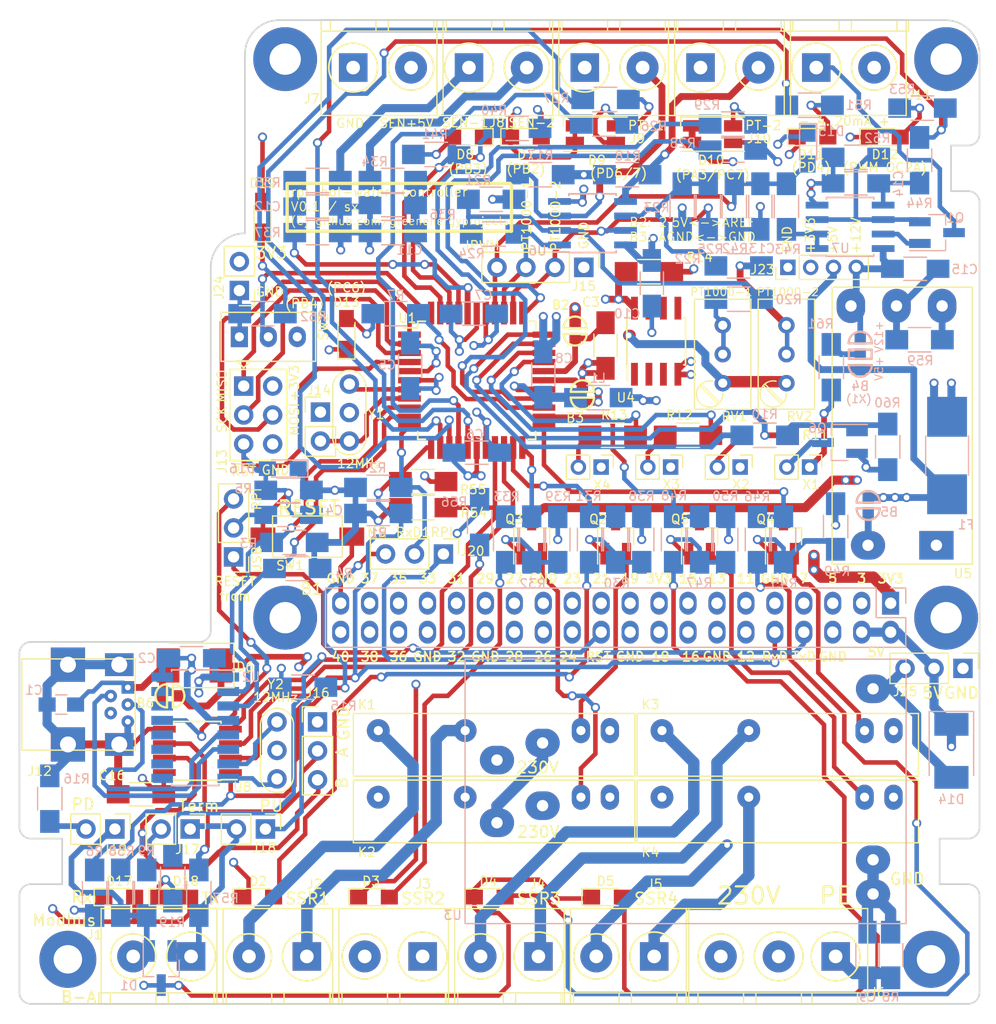
<source format=kicad_pcb>
(kicad_pcb (version 4) (host pcbnew 4.0.7-e2-6376~61~ubuntu18.04.1)
  (title_block (title "RPI Hot Water Controller") (date 2018-09-02) (rev V0.1) (company github.com/greenenergyprojects))
  (layers (0 F.Cu signal) (1 In1.Cu power hide) (2 In2.Cu power hide) (31 B.Cu signal hide) (34 B.Paste user hide) (35 F.Paste user hide) (36 B.SilkS user hide) (37 F.SilkS user hide) (38 B.Mask user hide) (39 F.Mask user hide) (44 Edge.Cuts user))
  (net 0 "")
  (net 1 GND)
  (net 2 "Net-(D3-Pad2)")
  (net 3 "Net-(J8-Pad2)")
  (net 4 /~RST~)
  (net 5 GNDA)
  (net 6 +3V3)
  (net 7 /InputOutput/IPWM)
  (net 8 "Net-(C14-Pad2)")
  (net 9 +12V)
  (net 10 +5V)
  (net 11 "Net-(D7-Pad2)")
  (net 12 /UC-RxD0)
  (net 13 /MISO)
  (net 14 /SCK)
  (net 15 /MOSI)
  (net 16 /UC-TxD1)
  (net 17 "Net-(J6-Pad3)")
  (net 18 /UC-TxD0)
  (net 19 /UC-RxD1)
  (net 20 "Net-(J14-Pad2)")
  (net 21 "Net-(Q1-Pad1)")
  (net 22 "Net-(Q2-Pad1)")
  (net 23 "Net-(Q3-Pad1)")
  (net 24 "Net-(Q4-Pad1)")
  (net 25 "Net-(Q5-Pad1)")
  (net 26 +2V5)
  (net 27 /InputOutput/PT1000-1)
  (net 28 /InputOutput/PT1000-2)
  (net 29 /InputOutput/PWM)
  (net 30 /InputOutput/SSR1)
  (net 31 /InputOutput/SSR2)
  (net 32 /InputOutput/SSR3)
  (net 33 /InputOutput/SSR4)
  (net 34 "Net-(U1-Pad7)")
  (net 35 "Net-(U2-Pad7)")
  (net 36 /D-)
  (net 37 /D+)
  (net 38 "Net-(D13-Pad2)")
  (net 39 /LIFE-LED)
  (net 40 /SW)
  (net 41 "Net-(D8-Pad2)")
  (net 42 "Net-(D9-Pad2)")
  (net 43 "Net-(D10-Pad2)")
  (net 44 "Net-(D11-Pad2)")
  (net 45 "Net-(D12-Pad2)")
  (net 46 /AREF)
  (net 47 /AVCC)
  (net 48 /InputOutput/SEN-1)
  (net 49 /InputOutput/SEN-2)
  (net 50 "Net-(D4-Pad2)")
  (net 51 "Net-(D5-Pad2)")
  (net 52 "Net-(J3-Pad2)")
  (net 53 "Net-(J6-Pad2)")
  (net 54 "Net-(J10-Pad2)")
  (net 55 "Net-(R10-Pad2)")
  (net 56 /InputOutput/SEN1-LED)
  (net 57 /InputOutput/SEN2-LED)
  (net 58 /InputOutput/PT1000-1-LED-g)
  (net 59 /InputOutput/PT1000-1-LED-r)
  (net 60 /InputOutput/PT1000-2-LED-g)
  (net 61 /InputOutput/PT1000-2-LED-r)
  (net 62 "Net-(J2-Pad2)")
  (net 63 "Net-(J4-Pad2)")
  (net 64 "Net-(J5-Pad2)")
  (net 65 "Net-(B1-Pad1)")
  (net 66 "Net-(B1-Pad3)")
  (net 67 "Net-(B1-Pad2)")
  (net 68 "Net-(B4-Pad2)")
  (net 69 "Net-(B5-Pad1)")
  (net 70 "Net-(C9-Pad1)")
  (net 71 "Net-(J2-Pad1)")
  (net 72 "Net-(J3-Pad1)")
  (net 73 "Net-(J4-Pad1)")
  (net 74 "Net-(J5-Pad1)")
  (net 75 "Net-(J8-Pad1)")
  (net 76 "Net-(J9-Pad2)")
  (net 77 "Net-(J11-Pad1)")
  (net 78 "Net-(K1-Pad3)")
  (net 79 "Net-(K2-Pad3)")
  (net 80 "Net-(K3-Pad3)")
  (net 81 "Net-(K4-Pad3)")
  (net 82 "Net-(R11-Pad1)")
  (net 83 "Net-(R11-Pad2)")
  (net 84 "Net-(R12-Pad1)")
  (net 85 "Net-(R12-Pad2)")
  (net 86 "Net-(R13-Pad1)")
  (net 87 "Net-(R13-Pad2)")
  (net 88 "Net-(R20-Pad1)")
  (net 89 "Net-(R20-Pad2)")
  (net 90 "Net-(R22-Pad1)")
  (net 91 "Net-(R22-Pad2)")
  (net 92 "Net-(R43-Pad1)")
  (net 93 "Net-(U2-Pad8)")
  (net 94 "Net-(D2-Pad2)")
  (net 95 "Net-(D9-Pad1)")
  (net 96 "Net-(D10-Pad1)")
  (net 97 /InputOutput/PWM-LED-green)
  (net 98 /InputOutput/SEN+5V)
  (net 99 "Net-(D17-Pad1)")
  (net 100 "Net-(D18-Pad1)")
  (net 101 /RPI-TxD)
  (net 102 /Modbus/MB-A)
  (net 103 /Modbus/MB-B)
  (net 104 /Modbus/Modbus-A)
  (net 105 "Net-(J17-Pad2)")
  (net 106 "Net-(J18-Pad1)")
  (net 107 /Modbus/Modbus-B)
  (net 108 "Net-(J19-Pad2)")
  (net 109 "Net-(Q1-Pad2)")
  (net 110 /Modbus/RO)
  (net 111 /Modbus/DI)
  (net 112 /Modbus/DE)
  (net 113 -12V)
  (net 114 "Net-(B6-Pad2)")
  (net 115 "Net-(Q6-Pad1)")
  (net 116 "Net-(Q6-Pad3)")
  (net 117 "Net-(R61-Pad1)")
  (net 118 "Net-(D14-Pad2)")
  (net 119 "Net-(D19-Pad1)")
  (module Diodes_SMD:D_2114 (layer B.Cu) (at 183.134 114.554 270)
    (fp_text reference D14 (at 4.2545 0 540) (layer B.SilkS) (effects (font (size 0.8 0.8) (thickness 0.12)) (justify mirror)))
    (fp_text value D_Schottky)
    (pad 1 smd rect (at -2.325 0 270) (size 2 3) (layers B.Cu B.Paste B.Mask) (net 10 +5V))
    (pad 2 smd rect (at 2.325 0 270) (size 2 3) (layers B.Cu B.Paste B.Mask) (net 118 "Net-(D14-Pad2)"))
  )
  (module Project:ebay-253052736386 (layer F.Cu) (at 178.816 96.52 90)
    (fp_text reference U5 (at -2.4765 5.334 180) (layer F.SilkS) (effects (font (size 0.8 0.8) (thickness 0.12))))
    (fp_text value PRJ-supply-5VtoPM12V_ebay-253052736386 hide)
    (pad 5 thru_hole oval (at 21 3.5 180) (size 2.5 3) (drill 1) (layers *.Cu *.Mask) (net 113 -12V))
    (pad 3 thru_hole oval (at 21 -4.5 180) (size 2.5 3) (drill 1) (layers *.Cu *.Mask) (net 9 +12V))
    (pad 4 thru_hole oval (at 21 -0.5 180) (size 2.5 3) (drill 1) (layers *.Cu *.Mask) (net 1 GND))
    (pad 2 thru_hole oval (at 0 -3 180) (size 3 2.5) (drill 1) (layers *.Cu *.Mask) (net 69 "Net-(B5-Pad1)"))
    (pad 1 thru_hole rect (at 0 3 180) (size 3 2.5) (drill 1) (layers *.Cu *.Mask) (net 1 GND))
  )
  (module Project:SSR_Omron_G3MB-202P (layer F.Cu) (at 143.002 112.776 180)
    (fp_text reference K1 (at 11.176 2.286 180) (layer F.SilkS) (effects (font (size 0.8 0.8) (thickness 0.12))))
    (fp_text value G3MB-202P)
    (pad 4 thru_hole oval (at -10.16 0) (size 1.6 2.2) (drill 0.8) (layers *.Cu *.Mask) (net 1 GND))
    (pad 3 thru_hole oval (at -7.62 0) (size 1.6 2.2) (drill 0.8) (layers *.Cu *.Mask) (net 78 "Net-(K1-Pad3)"))
    (pad 2 thru_hole circle (at 2.54 0) (size 2 2) (drill 0.8) (layers *.Cu *.Mask) (net 71 "Net-(J2-Pad1)"))
    (pad 1 thru_hole circle (at 10.16 0) (size 2 2) (drill 0.8) (layers *.Cu *.Mask) (net 62 "Net-(J2-Pad2)"))
  )
  (module Project:Terminalblock-2x-5,08mm_ebay-273426629807 (layer F.Cu) (at 116.412 132.588 180)
    (fp_text reference J1 (at 8.462 1.905 180) (layer F.SilkS) (effects (font (size 0.8 0.8) (thickness 0.12))))
    (fp_text value Modbus)
    (pad 2 thru_hole circle (at 5.08 0 180) (size 2.8 2.8) (drill 1.2) (layers *.Cu *.Mask) (net 107 /Modbus/Modbus-B))
    (pad 1 thru_hole rect (at 0 0 180) (size 2.5 2.5) (drill 1.2) (layers *.Cu *.Mask) (net 104 /Modbus/Modbus-A))
  )
  (module Project:TQFP-44_10x10mm_Pitch0.8mm_Handsolded (layer F.Cu) (at 141.478 82.042)
    (fp_text reference U1 (at -6.096 -5.461 180) (layer F.SilkS) (effects (font (size 0.8 0.8) (thickness 0.12))))
    (fp_text value PRJ-UC-ATMEGA324P-20AU hide)
    (pad 1 smd rect (at -5.9 -4) (size 2 0.55) (layers F.Cu F.Paste F.Mask) (net 15 /MOSI))
    (pad 2 smd rect (at -5.9 -3.2) (size 2 0.55) (layers F.Cu F.Paste F.Mask) (net 13 /MISO))
    (pad 3 smd rect (at -5.9 -2.4) (size 2 0.55) (layers F.Cu F.Paste F.Mask) (net 14 /SCK))
    (pad 4 smd rect (at -5.9 -1.6) (size 2 0.55) (layers F.Cu F.Paste F.Mask) (net 4 /~RST~))
    (pad 5 smd rect (at -5.9 -0.8) (size 2 0.55) (layers F.Cu F.Paste F.Mask) (net 6 +3V3))
    (pad 6 smd rect (at -5.9 0) (size 2 0.55) (layers F.Cu F.Paste F.Mask) (net 1 GND))
    (pad 7 smd rect (at -5.9 0.8) (size 2 0.55) (layers F.Cu F.Paste F.Mask) (net 34 "Net-(U1-Pad7)"))
    (pad 8 smd rect (at -5.9 1.6) (size 2 0.55) (layers F.Cu F.Paste F.Mask) (net 20 "Net-(J14-Pad2)"))
    (pad 9 smd rect (at -5.9 2.4) (size 2 0.55) (layers F.Cu F.Paste F.Mask) (net 12 /UC-RxD0))
    (pad 10 smd rect (at -5.9 3.2) (size 2 0.55) (layers F.Cu F.Paste F.Mask) (net 18 /UC-TxD0))
    (pad 11 smd rect (at -5.9 4) (size 2 0.55) (layers F.Cu F.Paste F.Mask) (net 19 /UC-RxD1))
    (pad 12 smd rect (at -4 5.9 90) (size 2 0.55) (layers F.Cu F.Paste F.Mask) (net 16 /UC-TxD1))
    (pad 13 smd rect (at -3.2 5.9 90) (size 2 0.55) (layers F.Cu F.Paste F.Mask) (net 97 /InputOutput/PWM-LED-green))
    (pad 14 smd rect (at -2.4 5.9 90) (size 2 0.55) (layers F.Cu F.Paste F.Mask) (net 59 /InputOutput/PT1000-1-LED-r))
    (pad 15 smd rect (at -1.6 5.9 90) (size 2 0.55) (layers F.Cu F.Paste F.Mask) (net 58 /InputOutput/PT1000-1-LED-g))
    (pad 16 smd rect (at -0.8 5.9 90) (size 2 0.55) (layers F.Cu F.Paste F.Mask) (net 29 /InputOutput/PWM))
    (pad 17 smd rect (at 0 5.9 90) (size 2 0.55) (layers F.Cu F.Paste F.Mask) (net 6 +3V3))
    (pad 18 smd rect (at 0.8 5.9 90) (size 2 0.55) (layers F.Cu F.Paste F.Mask) (net 1 GND))
    (pad 19 smd rect (at 1.6 5.9 90) (size 2 0.55) (layers F.Cu F.Paste F.Mask) (net 111 /Modbus/DI))
    (pad 20 smd rect (at 2.4 5.9 90) (size 2 0.55) (layers F.Cu F.Paste F.Mask) (net 112 /Modbus/DE))
    (pad 21 smd rect (at 3.2 5.9 90) (size 2 0.55) (layers F.Cu F.Paste F.Mask) (net 30 /InputOutput/SSR1))
    (pad 22 smd rect (at 4 5.9 90) (size 2 0.55) (layers F.Cu F.Paste F.Mask) (net 31 /InputOutput/SSR2))
    (pad 23 smd rect (at 5.9 4) (size 2 0.55) (layers F.Cu F.Paste F.Mask) (net 32 /InputOutput/SSR3))
    (pad 24 smd rect (at 5.9 3.2) (size 2 0.55) (layers F.Cu F.Paste F.Mask) (net 33 /InputOutput/SSR4))
    (pad 25 smd rect (at 5.9 2.4) (size 2 0.55) (layers F.Cu F.Paste F.Mask) (net 39 /LIFE-LED))
    (pad 26 smd rect (at 5.9 1.6) (size 2 0.55) (layers F.Cu F.Paste F.Mask) (net 61 /InputOutput/PT1000-2-LED-r))
    (pad 27 smd rect (at 5.9 0.8) (size 2 0.55) (layers F.Cu F.Paste F.Mask) (net 47 /AVCC))
    (pad 28 smd rect (at 5.9 0) (size 2 0.55) (layers F.Cu F.Paste F.Mask) (net 5 GNDA))
    (pad 29 smd rect (at 5.9 -0.8) (size 2 0.55) (layers F.Cu F.Paste F.Mask) (net 46 /AREF))
    (pad 30 smd rect (at 5.9 -1.6) (size 2 0.55) (layers F.Cu F.Paste F.Mask) (net 87 "Net-(R13-Pad2)"))
    (pad 31 smd rect (at 5.9 -2.4) (size 2 0.55) (layers F.Cu F.Paste F.Mask) (net 85 "Net-(R12-Pad2)"))
    (pad 32 smd rect (at 5.9 -3.2) (size 2 0.55) (layers F.Cu F.Paste F.Mask) (net 83 "Net-(R11-Pad2)"))
    (pad 33 smd rect (at 5.9 -4) (size 2 0.55) (layers F.Cu F.Paste F.Mask) (net 55 "Net-(R10-Pad2)"))
    (pad 34 smd rect (at 4 -5.9 90) (size 2 0.55) (layers F.Cu F.Paste F.Mask) (net 60 /InputOutput/PT1000-2-LED-g))
    (pad 35 smd rect (at 3.2 -5.9 90) (size 2 0.55) (layers F.Cu F.Paste F.Mask) (net 28 /InputOutput/PT1000-2))
    (pad 36 smd rect (at 2.4 -5.9 90) (size 2 0.55) (layers F.Cu F.Paste F.Mask) (net 27 /InputOutput/PT1000-1))
    (pad 37 smd rect (at 1.6 -5.9 90) (size 2 0.55) (layers F.Cu F.Paste F.Mask) (net 7 /InputOutput/IPWM))
    (pad 38 smd rect (at 0.8 -5.9 90) (size 2 0.55) (layers F.Cu F.Paste F.Mask) (net 6 +3V3))
    (pad 39 smd rect (at 0 -5.9 90) (size 2 0.55) (layers F.Cu F.Paste F.Mask) (net 1 GND))
    (pad 40 smd rect (at -0.8 -5.9 90) (size 2 0.55) (layers F.Cu F.Paste F.Mask) (net 49 /InputOutput/SEN-2))
    (pad 41 smd rect (at -1.6 -5.9 90) (size 2 0.55) (layers F.Cu F.Paste F.Mask) (net 48 /InputOutput/SEN-1))
    (pad 42 smd rect (at -2.4 -5.9 90) (size 2 0.55) (layers F.Cu F.Paste F.Mask) (net 56 /InputOutput/SEN1-LED))
    (pad 43 smd rect (at -3.2 -5.9 90) (size 2 0.55) (layers F.Cu F.Paste F.Mask) (net 57 /InputOutput/SEN2-LED))
    (pad 44 smd rect (at -4 -5.9 90) (size 2 0.55) (layers F.Cu F.Paste F.Mask) (net 40 /SW))
  )
  (module Project:SSR_Omron_G3MB-202P (layer F.Cu) (at 143.002 118.618 180)
    (fp_text reference K2 (at 11.176 -4.826 180) (layer F.SilkS) (effects (font (size 0.8 0.8) (thickness 0.12))))
    (fp_text value G3MB-202P)
    (pad 4 thru_hole oval (at -10.16 0) (size 1.6 2.2) (drill 0.8) (layers *.Cu *.Mask) (net 1 GND))
    (pad 3 thru_hole oval (at -7.62 0) (size 1.6 2.2) (drill 0.8) (layers *.Cu *.Mask) (net 79 "Net-(K2-Pad3)"))
    (pad 2 thru_hole circle (at 2.54 0) (size 2 2) (drill 0.8) (layers *.Cu *.Mask) (net 72 "Net-(J3-Pad1)"))
    (pad 1 thru_hole circle (at 10.16 0) (size 2 2) (drill 0.8) (layers *.Cu *.Mask) (net 52 "Net-(J3-Pad2)"))
  )
  (module Project:SSR_Omron_G3MB-202P (layer F.Cu) (at 167.894 112.776 180)
    (fp_text reference K3 (at 11.176 2.286 180) (layer F.SilkS) (effects (font (size 0.8 0.8) (thickness 0.12))))
    (fp_text value G3MB-202P)
    (pad 4 thru_hole oval (at -10.16 0) (size 1.6 2.2) (drill 0.8) (layers *.Cu *.Mask) (net 1 GND))
    (pad 3 thru_hole oval (at -7.62 0) (size 1.6 2.2) (drill 0.8) (layers *.Cu *.Mask) (net 80 "Net-(K3-Pad3)"))
    (pad 2 thru_hole circle (at 2.54 0) (size 2 2) (drill 0.8) (layers *.Cu *.Mask) (net 73 "Net-(J4-Pad1)"))
    (pad 1 thru_hole circle (at 10.16 0) (size 2 2) (drill 0.8) (layers *.Cu *.Mask) (net 63 "Net-(J4-Pad2)"))
  )
  (module Project:SSR_Omron_G3MB-202P (layer F.Cu) (at 167.894 118.618 180)
    (fp_text reference K4 (at 11.176 -4.826 180) (layer F.SilkS) (effects (font (size 0.8 0.8) (thickness 0.12))))
    (fp_text value G3MB-202P)
    (pad 4 thru_hole oval (at -10.16 0) (size 1.6 2.2) (drill 0.8) (layers *.Cu *.Mask) (net 1 GND))
    (pad 3 thru_hole oval (at -7.62 0) (size 1.6 2.2) (drill 0.8) (layers *.Cu *.Mask) (net 81 "Net-(K4-Pad3)"))
    (pad 2 thru_hole circle (at 2.54 0) (size 2 2) (drill 0.8) (layers *.Cu *.Mask) (net 74 "Net-(J5-Pad1)"))
    (pad 1 thru_hole circle (at 10.16 0) (size 2 2) (drill 0.8) (layers *.Cu *.Mask) (net 64 "Net-(J5-Pad2)"))
  )
  (module Crystals:Resonator-3pin_w7.0mm_h2.5mm (layer F.Cu) (at 123.952 112.014 270)
    (fp_text reference Y2 (at -3.302 0.127 360) (layer F.SilkS) (effects (font (size 0.8 0.8) (thickness 0.12))))
    (fp_text value 12MHz)
    (pad 1 thru_hole circle (at 0 0 270) (size 1.7 1.7) (drill 1) (layers *.Cu *.Mask) (net 35 "Net-(U2-Pad7)"))
    (pad 2 thru_hole circle (at 2.5 0 270) (size 1.7 1.7) (drill 1) (layers *.Cu *.Mask) (net 1 GND))
    (pad 3 thru_hole circle (at 5 0 270) (size 1.7 1.7) (drill 1) (layers *.Cu *.Mask) (net 93 "Net-(U2-Pad8)"))
  )
  (module Crystals:Resonator-3pin_w7.0mm_h2.5mm (layer F.Cu) (at 130.302 87.376 90)
    (fp_text reference Y1 (at 2.3495 2.3495 180) (layer F.SilkS) (effects (font (size 0.8 0.8) (thickness 0.12))))
    (fp_text value 12MHz)
    (pad 1 thru_hole circle (at 0 0 90) (size 1.7 1.7) (drill 1) (layers *.Cu *.Mask) (net 20 "Net-(J14-Pad2)"))
    (pad 2 thru_hole circle (at 2.5 0 90) (size 1.7 1.7) (drill 1) (layers *.Cu *.Mask) (net 1 GND))
    (pad 3 thru_hole circle (at 5 0 90) (size 1.7 1.7) (drill 1) (layers *.Cu *.Mask) (net 34 "Net-(U1-Pad7)"))
  )
  (module Project:SOIC-16_3.9x9.9mm_Pitch1.27mm_HANDSOLDERED (layer B.Cu) (at 116.7765 112.522 180)
    (fp_text reference U2 (at -4.8895 4.445 180) (layer B.SilkS) (effects (font (size 0.8 0.8) (thickness 0.12)) (justify mirror)))
    (fp_text value CH340G)
    (pad 1 smd rect (at -2.9 4.445 180) (size 1.9 0.8) (layers B.Cu B.Paste B.Mask) (net 1 GND))
    (pad 2 smd rect (at -2.9 3.175 180) (size 1.9 0.8) (layers B.Cu B.Paste B.Mask) (net 12 /UC-RxD0))
    (pad 3 smd rect (at -2.9 1.905 180) (size 1.9 0.8) (layers B.Cu B.Paste B.Mask) (net 18 /UC-TxD0))
    (pad 4 smd rect (at -2.9 0.635 180) (size 1.9 0.8) (layers B.Cu B.Paste B.Mask) (net 6 +3V3))
    (pad 5 smd rect (at -2.9 -0.635 180) (size 1.9 0.8) (layers B.Cu B.Paste B.Mask) (net 37 /D+))
    (pad 6 smd rect (at -2.9 -1.905 180) (size 1.9 0.8) (layers B.Cu B.Paste B.Mask) (net 36 /D-))
    (pad 7 smd rect (at -2.9 -3.175 180) (size 1.9 0.8) (layers B.Cu B.Paste B.Mask) (net 35 "Net-(U2-Pad7)"))
    (pad 8 smd rect (at -2.9 -4.445 180) (size 1.9 0.8) (layers B.Cu B.Paste B.Mask) (net 93 "Net-(U2-Pad8)"))
    (pad 9 smd rect (at 2.9 -4.445 180) (size 1.9 0.8) (layers B.Cu B.Paste B.Mask))
    (pad 10 smd rect (at 2.9 -3.175 180) (size 1.9 0.8) (layers B.Cu B.Paste B.Mask))
    (pad 11 smd rect (at 2.9 -1.905 180) (size 1.9 0.8) (layers B.Cu B.Paste B.Mask))
    (pad 12 smd rect (at 2.9 -0.635 180) (size 1.9 0.8) (layers B.Cu B.Paste B.Mask))
    (pad 13 smd rect (at 2.9 0.635 180) (size 1.9 0.8) (layers B.Cu B.Paste B.Mask) (net 66 "Net-(B1-Pad3)"))
    (pad 14 smd rect (at 2.9 1.905 180) (size 1.9 0.8) (layers B.Cu B.Paste B.Mask))
    (pad 15 smd rect (at 2.9 3.175 180) (size 1.9 0.8) (layers B.Cu B.Paste B.Mask))
    (pad 16 smd rect (at 2.9 4.445 180) (size 1.9 0.8) (layers B.Cu B.Paste B.Mask) (net 6 +3V3))
  )
  (module Project:USB_Mini-B-THT (layer F.Cu) (at 110.109 110.49)
    (fp_text reference J12 (at -6.985 5.842) (layer F.SilkS) (effects (font (size 0.8 0.8) (thickness 0.12))))
    (fp_text value PRJ_USB_MINI)
    (pad 2 thru_hole circle (at -0.75 -0.75) (size 1.1 1.1) (drill 0.5) (layers *.Cu *.Mask) (net 36 /D-))
    (pad 4 thru_hole circle (at -0.75 0.75) (size 1.1 1.1) (drill 0.5) (layers *.Cu *.Mask))
    (pad 5 thru_hole circle (at 0.75 1.5) (size 1.1 1.1) (drill 0.5) (layers *.Cu *.Mask) (net 1 GND))
    (pad 1 thru_hole rect (at 0.75 -1.5) (size 1.1 1.1) (drill 0.5) (layers *.Cu *.Mask) (net 114 "Net-(B6-Pad2)"))
    (pad 3 thru_hole circle (at 0.75 0) (size 1.1 1.1) (drill 0.5) (layers *.Cu *.Mask) (net 37 /D+))
    (pad 6 thru_hole rect (at 0 -3.5) (size 2.5 2) (drill 1.4) (layers *.Cu *.Mask) (net 1 GND))
    (pad 6 thru_hole rect (at -4.5 -3.5) (size 3 3) (drill 1.4) (layers *.Cu *.Mask) (net 1 GND))
    (pad 6 thru_hole rect (at 0 3.5) (size 2.5 2) (drill 1.4) (layers *.Cu *.Mask) (net 1 GND))
    (pad 6 thru_hole rect (at -4.5 3.5) (size 3 3) (drill 1.4) (layers *.Cu *.Mask) (net 1 GND))
  )
  (module Project:Terminalblock-2x-5,08mm_ebay-273426629807 (layer F.Cu) (at 130.636 54.61)
    (fp_text reference J7 (at -3.636 2.7305) (layer F.SilkS) (effects (font (size 0.8 0.8) (thickness 0.12))))
    (fp_text value SENSOR-SUPPLY)
    (pad 2 thru_hole circle (at 5.08 0) (size 2.8 2.8) (drill 1.2) (layers *.Cu *.Mask) (net 98 /InputOutput/SEN+5V))
    (pad 1 thru_hole rect (at 0 0) (size 2.5 2.5) (drill 1.2) (layers *.Cu *.Mask) (net 1 GND))
  )
  (module Project:Terminalblock-2x-5,08mm_ebay-273426629807 (layer F.Cu) (at 140.796 54.61)
    (fp_text reference J8 (at 2.46 4.826) (layer F.SilkS) (effects (font (size 0.8 0.8) (thickness 0.12))))
    (fp_text value SENSOR-IN)
    (pad 2 thru_hole circle (at 5.08 0) (size 2.8 2.8) (drill 1.2) (layers *.Cu *.Mask) (net 3 "Net-(J8-Pad2)"))
    (pad 1 thru_hole rect (at 0 0) (size 2.5 2.5) (drill 1.2) (layers *.Cu *.Mask) (net 75 "Net-(J8-Pad1)"))
  )
  (module Project:Terminalblock-2x-5,08mm_ebay-273426629807 (layer F.Cu) (at 150.956 54.61)
    (fp_text reference J9 (at 4.619 6.223) (layer F.SilkS) (effects (font (size 0.8 0.8) (thickness 0.12))))
    (fp_text value PT1000-1)
    (pad 2 thru_hole circle (at 5.08 0) (size 2.8 2.8) (drill 1.2) (layers *.Cu *.Mask) (net 76 "Net-(J9-Pad2)"))
    (pad 1 thru_hole rect (at 0 0) (size 2.5 2.5) (drill 1.2) (layers *.Cu *.Mask) (net 5 GNDA))
  )
  (module Project:Terminalblock-2x-5,08mm_ebay-273426629807 (layer F.Cu) (at 161.116 54.61)
    (fp_text reference J10 (at 5.127 6.223) (layer F.SilkS) (effects (font (size 0.8 0.8) (thickness 0.12))))
    (fp_text value PT1000-2)
    (pad 2 thru_hole circle (at 5.08 0) (size 2.8 2.8) (drill 1.2) (layers *.Cu *.Mask) (net 54 "Net-(J10-Pad2)"))
    (pad 1 thru_hole rect (at 0 0) (size 2.5 2.5) (drill 1.2) (layers *.Cu *.Mask) (net 5 GNDA))
  )
  (module Project:Terminalblock-2x-5,08mm_ebay-273426629807 (layer F.Cu) (at 171.276 54.61)
    (fp_text reference J11 (at 9.064 2.413) (layer F.SilkS) (effects (font (size 0.8 0.8) (thickness 0.12))))
    (fp_text value 4-20mA)
    (pad 2 thru_hole circle (at 5.08 0) (size 2.8 2.8) (drill 1.2) (layers *.Cu *.Mask) (net 9 +12V))
    (pad 1 thru_hole rect (at 0 0) (size 2.5 2.5) (drill 1.2) (layers *.Cu *.Mask) (net 77 "Net-(J11-Pad1)"))
  )
  (module Project:Terminalblock-2x-5,08mm_ebay-273426629807 (layer F.Cu) (at 126.572 132.588 180)
    (fp_text reference J2 (at -0.682 6.35 180) (layer F.SilkS) (effects (font (size 0.8 0.8) (thickness 0.12))))
    (fp_text value SSR1)
    (pad 2 thru_hole circle (at 5.08 0 180) (size 2.8 2.8) (drill 1.2) (layers *.Cu *.Mask) (net 62 "Net-(J2-Pad2)"))
    (pad 1 thru_hole rect (at 0 0 180) (size 2.5 2.5) (drill 1.2) (layers *.Cu *.Mask) (net 71 "Net-(J2-Pad1)"))
  )
  (module Project:Terminalblock-2x-5,08mm_ebay-273426629807 (layer F.Cu) (at 136.732 132.588 180)
    (fp_text reference J3 (at -0.047 6.35 180) (layer F.SilkS) (effects (font (size 0.8 0.8) (thickness 0.12))))
    (fp_text value SSR2)
    (pad 2 thru_hole circle (at 5.08 0 180) (size 2.8 2.8) (drill 1.2) (layers *.Cu *.Mask) (net 52 "Net-(J3-Pad2)"))
    (pad 1 thru_hole rect (at 0 0 180) (size 2.5 2.5) (drill 1.2) (layers *.Cu *.Mask) (net 72 "Net-(J3-Pad1)"))
  )
  (module Project:Terminalblock-2x-5,08mm_ebay-273426629807 (layer F.Cu) (at 146.892 132.588 180)
    (fp_text reference J4 (at 0.08 6.35 180) (layer F.SilkS) (effects (font (size 0.8 0.8) (thickness 0.12))))
    (fp_text value SSR4)
    (pad 2 thru_hole circle (at 5.08 0 180) (size 2.8 2.8) (drill 1.2) (layers *.Cu *.Mask) (net 63 "Net-(J4-Pad2)"))
    (pad 1 thru_hole rect (at 0 0 180) (size 2.5 2.5) (drill 1.2) (layers *.Cu *.Mask) (net 73 "Net-(J4-Pad1)"))
  )
  (module Project:Terminalblock-2x-5,08mm_ebay-273426629807 (layer F.Cu) (at 157.052 132.588 180)
    (fp_text reference J5 (at -0.047 6.35 180) (layer F.SilkS) (effects (font (size 0.8 0.8) (thickness 0.12))))
    (fp_text value SSR5)
    (pad 2 thru_hole circle (at 5.08 0 180) (size 2.8 2.8) (drill 1.2) (layers *.Cu *.Mask) (net 64 "Net-(J5-Pad2)"))
    (pad 1 thru_hole rect (at 0 0 180) (size 2.5 2.5) (drill 1.2) (layers *.Cu *.Mask) (net 74 "Net-(J5-Pad1)"))
  )
  (module Resistors_SMD:R_1812_HandSoldering (layer B.Cu) (at 182.753 88.646 90)
    (fp_text reference F1 (at -6.0706 1.651 360) (layer B.SilkS) (effects (font (size 0.8 0.8) (thickness 0.12)) (justify mirror)))
    (fp_text value Polyfuse)
    (pad 1 smd rect (at -3.4 0 90) (size 3.5 3.5) (layers B.Cu B.Paste B.Mask) (net 10 +5V))
    (pad 2 smd rect (at 3.4 0 90) (size 3.5 3.5) (layers B.Cu B.Paste B.Mask) (net 98 /InputOutput/SEN+5V))
  )
  (module Project:SOLDER-JUMPER_1-WAY (layer F.Cu) (at 150.114 77.724 270)
    (fp_text reference B2 (at -2.286 1.27 360) (layer F.SilkS) (effects (font (size 0.762 0.762) (thickness 0.1524))))
    (fp_text value SOLDERBRDIGE-2 hide)
    (pad 1 smd rect (at -0.65 0 270) (size 1 1) (layers F.Cu F.Paste F.Mask) (net 26 +2V5))
    (pad 2 smd rect (at 0.65 0 270) (size 1 1) (layers F.Cu F.Paste F.Mask) (net 46 /AREF))
  )
  (module Project:SOLDER-JUMPER_1-WAY (layer F.Cu) (at 150.749 83.312 270)
    (fp_text reference B3 (at 2.032 0.635 360) (layer F.SilkS) (effects (font (size 0.8 0.8) (thickness 0.12))))
    (fp_text value SOLDERBRDIGE-2 hide)
    (pad 1 smd rect (at -0.65 0 270) (size 1 1) (layers F.Cu F.Paste F.Mask) (net 5 GNDA))
    (pad 2 smd rect (at 0.65 0 270) (size 1 1) (layers F.Cu F.Paste F.Mask) (net 1 GND))
  )
  (module Project:SOLDER-JUMPER_1-WAY (layer B.Cu) (at 175.8315 93.0275 90)
    (fp_text reference B5 (at -0.5715 1.8415 180) (layer B.SilkS) (effects (font (size 0.8 0.8) (thickness 0.12)) (justify mirror)))
    (fp_text value SOLDERBRDIGE-2 hide)
    (pad 1 smd rect (at -0.65 0 90) (size 1 1) (layers B.Cu B.Paste B.Mask) (net 69 "Net-(B5-Pad1)"))
    (pad 2 smd rect (at 0.65 0 90) (size 1 1) (layers B.Cu B.Paste B.Mask) (net 10 +5V))
  )
  (module Capacitors_SMD:C_1206_HandSoldering (layer B.Cu) (at 116.459 106.426 180)
    (fp_text reference C2 (at 3.937 0 180) (layer B.SilkS) (effects (font (size 0.8 0.8) (thickness 0.12)) (justify mirror)))
    (fp_text value 100n)
    (pad 1 smd rect (at -2 0 180) (size 2 1.6) (layers B.Cu B.Paste B.Mask) (net 1 GND))
    (pad 2 smd rect (at 2 0 180) (size 2 1.6) (layers B.Cu B.Paste B.Mask) (net 6 +3V3))
  )
  (module Capacitors_SMD:C_1206_HandSoldering (layer F.Cu) (at 152.781 78.994 90)
    (fp_text reference C3 (at 3.81 -1.27 180) (layer F.SilkS) (effects (font (size 0.8 0.8) (thickness 0.12))))
    (fp_text value 100n)
    (pad 1 smd rect (at -2 0 90) (size 2 1.6) (layers F.Cu F.Paste F.Mask) (net 5 GNDA))
    (pad 2 smd rect (at 2 0 90) (size 2 1.6) (layers F.Cu F.Paste F.Mask) (net 46 /AREF))
  )
  (module Capacitors_SMD:C_1206_HandSoldering (layer B.Cu) (at 124.968 93.853 180)
    (fp_text reference C4 (at -4.0005 0.3937 180) (layer B.SilkS) (effects (font (size 0.8 0.8) (thickness 0.12)) (justify mirror)))
    (fp_text value 22n)
    (pad 1 smd rect (at -2 0 180) (size 2 1.6) (layers B.Cu B.Paste B.Mask) (net 4 /~RST~))
    (pad 2 smd rect (at 2 0 180) (size 2 1.6) (layers B.Cu B.Paste B.Mask) (net 67 "Net-(B1-Pad2)"))
  )
  (module Capacitors_SMD:C_1206_HandSoldering (layer B.Cu) (at 135.636 80.772 270)
    (fp_text reference C5 (at -0.0762 2.032 360) (layer B.SilkS) (effects (font (size 0.8 0.8) (thickness 0.12)) (justify mirror)))
    (fp_text value 100n)
    (pad 1 smd rect (at -2 0 270) (size 2 1.6) (layers B.Cu B.Paste B.Mask) (net 6 +3V3))
    (pad 2 smd rect (at 2 0 270) (size 2 1.6) (layers B.Cu B.Paste B.Mask) (net 1 GND))
  )
  (module Capacitors_SMD:C_1206_HandSoldering (layer B.Cu) (at 141.478 88.392)
    (fp_text reference C6 (at -0.1651 -1.6002) (layer B.SilkS) (effects (font (size 0.8 0.8) (thickness 0.12)) (justify mirror)))
    (fp_text value 100n)
    (pad 1 smd rect (at -2 0) (size 2 1.6) (layers B.Cu B.Paste B.Mask) (net 6 +3V3))
    (pad 2 smd rect (at 2 0) (size 2 1.6) (layers B.Cu B.Paste B.Mask) (net 1 GND))
  )
  (module Capacitors_SMD:C_1206_HandSoldering (layer B.Cu) (at 141.224 76.2 180)
    (fp_text reference C7 (at -0.8509 1.6256 180) (layer B.SilkS) (effects (font (size 0.8 0.8) (thickness 0.12)) (justify mirror)))
    (fp_text value 100n)
    (pad 1 smd rect (at -2 0 180) (size 2 1.6) (layers B.Cu B.Paste B.Mask) (net 6 +3V3))
    (pad 2 smd rect (at 2 0 180) (size 2 1.6) (layers B.Cu B.Paste B.Mask) (net 1 GND))
  )
  (module Capacitors_SMD:C_1206_HandSoldering (layer B.Cu) (at 147.32 81.534 90)
    (fp_text reference C8 (at 1.4097 1.8034 180) (layer B.SilkS) (effects (font (size 0.8 0.8) (thickness 0.12)) (justify mirror)))
    (fp_text value 100n)
    (pad 1 smd rect (at -2 0 90) (size 2 1.6) (layers B.Cu B.Paste B.Mask) (net 47 /AVCC))
    (pad 2 smd rect (at 2 0 90) (size 2 1.6) (layers B.Cu B.Paste B.Mask) (net 5 GNDA))
  )
  (module Capacitors_SMD:C_1206_HandSoldering (layer B.Cu) (at 175.768 132.461 90)
    (fp_text reference C9 (at -3.683 0 180) (layer B.SilkS) (effects (font (size 0.8 0.8) (thickness 0.12)) (justify mirror)))
    (fp_text value 22n)
    (pad 1 smd rect (at -2 0 90) (size 2 1.6) (layers B.Cu B.Paste B.Mask) (net 70 "Net-(C9-Pad1)"))
    (pad 2 smd rect (at 2 0 90) (size 2 1.6) (layers B.Cu B.Paste B.Mask) (net 1 GND))
  )
  (module Capacitors_SMD:C_1206_HandSoldering (layer B.Cu) (at 156.845 73.533 90)
    (fp_text reference C10 (at -2.667 -2.159 180) (layer B.SilkS) (effects (font (size 0.8 0.8) (thickness 0.12)) (justify mirror)))
    (fp_text value 22n)
    (pad 1 smd rect (at -2 0 90) (size 2 1.6) (layers B.Cu B.Paste B.Mask) (net 5 GNDA))
    (pad 2 smd rect (at 2 0 90) (size 2 1.6) (layers B.Cu B.Paste B.Mask) (net 6 +3V3))
  )
  (module Capacitors_SMD:C_1206_HandSoldering (layer B.Cu) (at 134.112 66.675)
    (fp_text reference C11 (at 1.4605 3.937) (layer B.SilkS) (effects (font (size 0.8 0.8) (thickness 0.12)) (justify mirror)))
    (fp_text value 100n)
    (pad 1 smd rect (at -2 0) (size 2 1.6) (layers B.Cu B.Paste B.Mask) (net 1 GND))
    (pad 2 smd rect (at 2 0) (size 2 1.6) (layers B.Cu B.Paste B.Mask) (net 49 /InputOutput/SEN-2))
  )
  (module Capacitors_SMD:C_1206_HandSoldering (layer B.Cu) (at 127.508 66.802 180)
    (fp_text reference C12 (at 4.3815 0 180) (layer B.SilkS) (effects (font (size 0.8 0.8) (thickness 0.12)) (justify mirror)))
    (fp_text value 100n)
    (pad 1 smd rect (at -2 0 180) (size 2 1.6) (layers B.Cu B.Paste B.Mask) (net 1 GND))
    (pad 2 smd rect (at 2 0 180) (size 2 1.6) (layers B.Cu B.Paste B.Mask) (net 48 /InputOutput/SEN-1))
  )
  (module Capacitors_SMD:C_1206_HandSoldering (layer B.Cu) (at 166.37 66.802 90)
    (fp_text reference C13 (at -3.683 0.127 180) (layer B.SilkS) (effects (font (size 0.8 0.8) (thickness 0.12)) (justify mirror)))
    (fp_text value 1u)
    (pad 1 smd rect (at -2 0 90) (size 2 1.6) (layers B.Cu B.Paste B.Mask) (net 1 GND))
    (pad 2 smd rect (at 2 0 90) (size 2 1.6) (layers B.Cu B.Paste B.Mask) (net 7 /InputOutput/IPWM))
  )
  (module Capacitors_SMD:C_1206_HandSoldering (layer B.Cu) (at 174.752 64.77)
    (fp_text reference C14 (at 3.7338 0.0254 270) (layer B.SilkS) (effects (font (size 0.8 0.8) (thickness 0.12)) (justify mirror)))
    (fp_text value 10u)
    (pad 1 smd rect (at -2 0) (size 2 1.6) (layers B.Cu B.Paste B.Mask) (net 1 GND))
    (pad 2 smd rect (at 2 0) (size 2 1.6) (layers B.Cu B.Paste B.Mask) (net 8 "Net-(C14-Pad2)"))
  )
  (module Capacitors_SMD:C_1206_HandSoldering (layer B.Cu) (at 179.959 72.263 180)
    (fp_text reference C15 (at -4.3434 -0.0508 180) (layer B.SilkS) (effects (font (size 0.8 0.8) (thickness 0.12)) (justify mirror)))
    (fp_text value 22n)
    (pad 1 smd rect (at -2 0 180) (size 2 1.6) (layers B.Cu B.Paste B.Mask) (net 1 GND))
    (pad 2 smd rect (at 2 0 180) (size 2 1.6) (layers B.Cu B.Paste B.Mask) (net 9 +12V))
  )
  (module Pin_Headers:Pin_Header_Straight_1x02_Pitch2.54mm (layer F.Cu) (at 127.762 84.836)
    (fp_text reference J14 (at -0.127 -1.905) (layer F.SilkS) (effects (font (size 0.8 0.8) (thickness 0.12))))
    (fp_text value Conn_01x02)
    (pad 1 thru_hole rect (at 0 0) (size 1.7 1.7) (drill 1) (layers *.Cu *.Mask) (net 1 GND))
    (pad 2 thru_hole oval (at 0 2.54) (size 1.7 1.7) (drill 1) (layers *.Cu *.Mask) (net 20 "Net-(J14-Pad2)"))
  )
  (module Inductors_SMD:L_1206_HandSoldering (layer B.Cu) (at 152.146 83.566 180)
    (fp_text reference L1 (at 0.0254 1.7145 180) (layer B.SilkS) (effects (font (size 0.8 0.8) (thickness 0.12)) (justify mirror)))
    (fp_text value 10u)
    (pad 1 smd rect (at -2 0 180) (size 2 1.7) (layers B.Cu B.Paste B.Mask) (net 6 +3V3))
    (pad 2 smd rect (at 2 0 180) (size 2 1.7) (layers B.Cu B.Paste B.Mask) (net 47 /AVCC))
  )
  (module TO_SOT_Packages_SMD:SOT-23_Handsoldering (layer F.Cu) (at 146.304 95.758 90)
    (fp_text reference Q3 (at 1.524 -1.524 180) (layer F.SilkS) (effects (font (size 0.8 0.8) (thickness 0.12))))
    (fp_text value BSS138)
    (pad 1 smd rect (at -1.5 -0.95 90) (size 1.9 0.8) (layers F.Cu F.Paste F.Mask) (net 23 "Net-(Q3-Pad1)"))
    (pad 2 smd rect (at -1.5 0.95 90) (size 1.9 0.8) (layers F.Cu F.Paste F.Mask) (net 79 "Net-(K2-Pad3)"))
    (pad 3 smd rect (at 1.5 0 90) (size 1.9 0.8) (layers F.Cu F.Paste F.Mask) (net 10 +5V))
  )
  (module TO_SOT_Packages_SMD:SOT-23_Handsoldering (layer F.Cu) (at 153.67 95.758 90)
    (fp_text reference Q2 (at 1.524 -1.524 180) (layer F.SilkS) (effects (font (size 0.8 0.8) (thickness 0.12))))
    (fp_text value BSS138)
    (pad 1 smd rect (at -1.5 -0.95 90) (size 1.9 0.8) (layers F.Cu F.Paste F.Mask) (net 22 "Net-(Q2-Pad1)"))
    (pad 2 smd rect (at -1.5 0.95 90) (size 1.9 0.8) (layers F.Cu F.Paste F.Mask) (net 78 "Net-(K1-Pad3)"))
    (pad 3 smd rect (at 1.5 0 90) (size 1.9 0.8) (layers F.Cu F.Paste F.Mask) (net 10 +5V))
  )
  (module TO_SOT_Packages_SMD:SOT-23_Handsoldering (layer F.Cu) (at 161.036 95.758 90)
    (fp_text reference Q5 (at 1.524 -1.7145 180) (layer F.SilkS) (effects (font (size 0.8 0.8) (thickness 0.12))))
    (fp_text value BSS138)
    (pad 1 smd rect (at -1.5 -0.95 90) (size 1.9 0.8) (layers F.Cu F.Paste F.Mask) (net 25 "Net-(Q5-Pad1)"))
    (pad 2 smd rect (at -1.5 0.95 90) (size 1.9 0.8) (layers F.Cu F.Paste F.Mask) (net 81 "Net-(K4-Pad3)"))
    (pad 3 smd rect (at 1.5 0 90) (size 1.9 0.8) (layers F.Cu F.Paste F.Mask) (net 10 +5V))
  )
  (module TO_SOT_Packages_SMD:SOT-23_Handsoldering (layer F.Cu) (at 168.402 95.758 90)
    (fp_text reference Q4 (at 1.524 -1.5875 180) (layer F.SilkS) (effects (font (size 0.8 0.8) (thickness 0.12))))
    (fp_text value BSS138)
    (pad 1 smd rect (at -1.5 -0.95 90) (size 1.9 0.8) (layers F.Cu F.Paste F.Mask) (net 24 "Net-(Q4-Pad1)"))
    (pad 2 smd rect (at -1.5 0.95 90) (size 1.9 0.8) (layers F.Cu F.Paste F.Mask) (net 80 "Net-(K3-Pad3)"))
    (pad 3 smd rect (at 1.5 0 90) (size 1.9 0.8) (layers F.Cu F.Paste F.Mask) (net 10 +5V))
  )
  (module TO_SOT_Packages_SMD:SOT-23_Handsoldering (layer B.Cu) (at 181.864 69.088)
    (fp_text reference Q1 (at 1.6002 -1.2954) (layer B.SilkS) (effects (font (size 0.8 0.8) (thickness 0.12)) (justify mirror)))
    (fp_text value BSS138)
    (pad 1 smd rect (at -1.5 0.95) (size 1.9 0.8) (layers B.Cu B.Paste B.Mask) (net 21 "Net-(Q1-Pad1)"))
    (pad 2 smd rect (at -1.5 -0.95) (size 1.9 0.8) (layers B.Cu B.Paste B.Mask) (net 109 "Net-(Q1-Pad2)"))
    (pad 3 smd rect (at 1.5 0) (size 1.9 0.8) (layers B.Cu B.Paste B.Mask) (net 77 "Net-(J11-Pad1)"))
  )
  (module Resistors_SMD:R_1206_HandSoldering (layer B.Cu) (at 132.842 93.726)
    (fp_text reference R1 (at 0.0127 1.7145) (layer B.SilkS) (effects (font (size 0.8 0.8) (thickness 0.12)) (justify mirror)))
    (fp_text value 47k)
    (pad 1 smd rect (at -2 0) (size 2 1.7) (layers B.Cu B.Paste B.Mask) (net 6 +3V3))
    (pad 2 smd rect (at 2 0) (size 2 1.7) (layers B.Cu B.Paste B.Mask) (net 16 /UC-TxD1))
  )
  (module Resistors_SMD:R_1206_HandSoldering (layer B.Cu) (at 132.842 91.44 180)
    (fp_text reference R2 (at 0.0635 1.7145 180) (layer B.SilkS) (effects (font (size 0.8 0.8) (thickness 0.12)) (justify mirror)))
    (fp_text value 47k)
    (pad 1 smd rect (at -2 0 180) (size 2 1.7) (layers B.Cu B.Paste B.Mask) (net 19 /UC-RxD1))
    (pad 2 smd rect (at 2 0 180) (size 2 1.7) (layers B.Cu B.Paste B.Mask) (net 6 +3V3))
  )
  (module Resistors_SMD:R_1206_HandSoldering (layer B.Cu) (at 125.476 96.266 180)
    (fp_text reference R3 (at 4.0259 -0.0889 180) (layer B.SilkS) (effects (font (size 0.8 0.8) (thickness 0.12)) (justify mirror)))
    (fp_text value 47k)
    (pad 1 smd rect (at -2 0 180) (size 2 1.7) (layers B.Cu B.Paste B.Mask) (net 6 +3V3))
    (pad 2 smd rect (at 2 0 180) (size 2 1.7) (layers B.Cu B.Paste B.Mask) (net 12 /UC-RxD0))
  )
  (module Resistors_SMD:R_1206_HandSoldering (layer B.Cu) (at 125.73 98.552 180)
    (fp_text reference R4 (at -4.0894 -0.4318 180) (layer B.SilkS) (effects (font (size 0.8 0.8) (thickness 0.12)) (justify mirror)))
    (fp_text value 47k)
    (pad 1 smd rect (at -2 0 180) (size 2 1.7) (layers B.Cu B.Paste B.Mask) (net 6 +3V3))
    (pad 2 smd rect (at 2 0 180) (size 2 1.7) (layers B.Cu B.Paste B.Mask) (net 18 /UC-TxD0))
  )
  (module Resistors_SMD:R_1206_HandSoldering (layer B.Cu) (at 124.968 91.694 180)
    (fp_text reference R5 (at 3.9624 0.1397 180) (layer B.SilkS) (effects (font (size 0.8 0.8) (thickness 0.12)) (justify mirror)))
    (fp_text value 47k)
    (pad 1 smd rect (at -2 0 180) (size 2 1.7) (layers B.Cu B.Paste B.Mask) (net 6 +3V3))
    (pad 2 smd rect (at 2 0 180) (size 2 1.7) (layers B.Cu B.Paste B.Mask) (net 4 /~RST~))
  )
  (module Resistors_SMD:R_1206_HandSoldering (layer B.Cu) (at 107.95 127 270)
    (fp_text reference R6 (at -3.6322 0.0127 360) (layer B.SilkS) (effects (font (size 0.8 0.8) (thickness 0.12)) (justify mirror)))
    (fp_text value 560R)
    (pad 1 smd rect (at -2 0 270) (size 2 1.7) (layers B.Cu B.Paste B.Mask) (net 110 /Modbus/RO))
    (pad 2 smd rect (at 2 0 270) (size 2 1.7) (layers B.Cu B.Paste B.Mask) (net 99 "Net-(D17-Pad1)"))
  )
  (module Resistors_SMD:R_1206_HandSoldering (layer B.Cu) (at 134.366 76.2 180)
    (fp_text reference R7 (at 0 1.6256 180) (layer B.SilkS) (effects (font (size 0.8 0.8) (thickness 0.12)) (justify mirror)))
    (fp_text value 560R)
    (pad 1 smd rect (at -2 0 180) (size 2 1.7) (layers B.Cu B.Paste B.Mask) (net 39 /LIFE-LED))
    (pad 2 smd rect (at 2 0 180) (size 2 1.7) (layers B.Cu B.Paste B.Mask) (net 38 "Net-(D13-Pad2)"))
  )
  (module Resistors_SMD:R_1206_HandSoldering (layer B.Cu) (at 177.8 132.461 90)
    (fp_text reference R8 (at -3.683 0 180) (layer B.SilkS) (effects (font (size 0.8 0.8) (thickness 0.12)) (justify mirror)))
    (fp_text value 100k)
    (pad 1 smd rect (at -2 0 90) (size 2 1.7) (layers B.Cu B.Paste B.Mask) (net 70 "Net-(C9-Pad1)"))
    (pad 2 smd rect (at 2 0 90) (size 2 1.7) (layers B.Cu B.Paste B.Mask) (net 1 GND))
  )
  (module Resistors_SMD:R_1206_HandSoldering (layer B.Cu) (at 114.808 125.73 270)
    (fp_text reference R9 (at -2.413 2.3114 360) (layer B.SilkS) (effects (font (size 0.8 0.8) (thickness 0.12)) (justify mirror)))
    (fp_text value 560R)
    (pad 1 smd rect (at -2 0 270) (size 2 1.7) (layers B.Cu B.Paste B.Mask) (net 111 /Modbus/DI))
    (pad 2 smd rect (at 2 0 270) (size 2 1.7) (layers B.Cu B.Paste B.Mask) (net 100 "Net-(D18-Pad1)"))
  )
  (module Resistors_SMD:R_1206_HandSoldering (layer F.Cu) (at 160.02 86.868)
    (fp_text reference R12 (at -0.762 -1.778) (layer F.SilkS) (effects (font (size 0.8 0.8) (thickness 0.12))))
    (fp_text value 560R)
    (pad 1 smd rect (at -2 0) (size 2 1.7) (layers F.Cu F.Paste F.Mask) (net 84 "Net-(R12-Pad1)"))
    (pad 2 smd rect (at 2 0) (size 2 1.7) (layers F.Cu F.Paste F.Mask) (net 85 "Net-(R12-Pad2)"))
  )
  (module Resistors_SMD:R_1206_HandSoldering (layer F.Cu) (at 153.416 86.868)
    (fp_text reference R13 (at 0.127 -1.778) (layer F.SilkS) (effects (font (size 0.8 0.8) (thickness 0.12))))
    (fp_text value 560R)
    (pad 1 smd rect (at -2 0) (size 2 1.7) (layers F.Cu F.Paste F.Mask) (net 86 "Net-(R13-Pad1)"))
    (pad 2 smd rect (at 2 0) (size 2 1.7) (layers F.Cu F.Paste F.Mask) (net 87 "Net-(R13-Pad2)"))
  )
  (module Resistors_SMD:R_1206_HandSoldering (layer F.Cu) (at 156.591 72.517 180)
    (fp_text reference R14 (at -4.445 1.27 180) (layer F.SilkS) (effects (font (size 0.8 0.8) (thickness 0.12))))
    (fp_text value 330R)
    (pad 1 smd rect (at -2 0 180) (size 2 1.7) (layers F.Cu F.Paste F.Mask) (net 6 +3V3))
    (pad 2 smd rect (at 2 0 180) (size 2 1.7) (layers F.Cu F.Paste F.Mask) (net 26 +2V5))
  )
  (module Resistors_SMD:R_1206_HandSoldering (layer B.Cu) (at 126.238 108.966 180)
    (fp_text reference R15 (at -3.556 -1.651 180) (layer B.SilkS) (effects (font (size 0.8 0.8) (thickness 0.12)) (justify mirror)))
    (fp_text value 330R)
    (pad 1 smd rect (at -2 0 180) (size 2 1.7) (layers B.Cu B.Paste B.Mask) (net 106 "Net-(J18-Pad1)"))
    (pad 2 smd rect (at 2 0 180) (size 2 1.7) (layers B.Cu B.Paste B.Mask) (net 6 +3V3))
  )
  (module Resistors_SMD:R_1206_HandSoldering (layer B.Cu) (at 104.013 118.745 270)
    (fp_text reference R16 (at -1.7399 -2.3622 360) (layer B.SilkS) (effects (font (size 0.8 0.8) (thickness 0.12)) (justify mirror)))
    (fp_text value 330R)
    (pad 1 smd rect (at -2 0 270) (size 2 1.7) (layers B.Cu B.Paste B.Mask) (net 1 GND))
    (pad 2 smd rect (at 2 0 270) (size 2 1.7) (layers B.Cu B.Paste B.Mask) (net 108 "Net-(J19-Pad2)"))
  )
  (module Resistors_SMD:R_1206_HandSoldering (layer B.Cu) (at 147.066 64.008 180)
    (fp_text reference R17 (at 0 1.7145 180) (layer B.SilkS) (effects (font (size 0.8 0.8) (thickness 0.12)) (justify mirror)))
    (fp_text value 6k8)
    (pad 1 smd rect (at -2 0 180) (size 2 1.7) (layers B.Cu B.Paste B.Mask) (net 26 +2V5))
    (pad 2 smd rect (at 2 0 180) (size 2 1.7) (layers B.Cu B.Paste B.Mask) (net 76 "Net-(J9-Pad2)"))
  )
  (module Resistors_SMD:R_1206_HandSoldering (layer B.Cu) (at 154.686 64.008)
    (fp_text reference R18 (at 0.0635 -1.651) (layer B.SilkS) (effects (font (size 0.8 0.8) (thickness 0.12)) (justify mirror)))
    (fp_text value 8k2)
    (pad 1 smd rect (at -2 0) (size 2 1.7) (layers B.Cu B.Paste B.Mask) (net 26 +2V5))
    (pad 2 smd rect (at 2 0) (size 2 1.7) (layers B.Cu B.Paste B.Mask) (net 54 "Net-(J10-Pad2)"))
  )
  (module Resistors_SMD:R_1206_HandSoldering (layer B.Cu) (at 112.522 127 90)
    (fp_text reference R19 (at -2.5781 2.2225 180) (layer B.SilkS) (effects (font (size 0.8 0.8) (thickness 0.12)) (justify mirror)))
    (fp_text value 150R)
    (pad 1 smd rect (at -2 0 90) (size 2 1.7) (layers B.Cu B.Paste B.Mask) (net 107 /Modbus/Modbus-B))
    (pad 2 smd rect (at 2 0 90) (size 2 1.7) (layers B.Cu B.Paste B.Mask) (net 105 "Net-(J17-Pad2)"))
  )
  (module Resistors_SMD:R_1206_HandSoldering (layer B.Cu) (at 164.465 74.93)
    (fp_text reference R20 (at 4.3942 0.0254) (layer B.SilkS) (effects (font (size 0.8 0.8) (thickness 0.12)) (justify mirror)))
    (fp_text value 2k7)
    (pad 1 smd rect (at -2 0) (size 2 1.7) (layers B.Cu B.Paste B.Mask) (net 88 "Net-(R20-Pad1)"))
    (pad 2 smd rect (at 2 0) (size 2 1.7) (layers B.Cu B.Paste B.Mask) (net 89 "Net-(R20-Pad2)"))
  )
  (module Resistors_SMD:R_1206_HandSoldering (layer B.Cu) (at 142.748 66.167)
    (fp_text reference R21 (at -1.143 -1.651) (layer B.SilkS) (effects (font (size 0.8 0.8) (thickness 0.12)) (justify mirror)))
    (fp_text value 470R)
    (pad 1 smd rect (at -2 0) (size 2 1.7) (layers B.Cu B.Paste B.Mask) (net 89 "Net-(R20-Pad2)"))
    (pad 2 smd rect (at 2 0) (size 2 1.7) (layers B.Cu B.Paste B.Mask) (net 5 GNDA))
  )
  (module Resistors_SMD:R_1206_HandSoldering (layer B.Cu) (at 164.465 72.009 180)
    (fp_text reference R22 (at 4.4704 0.6096 180) (layer B.SilkS) (effects (font (size 0.8 0.8) (thickness 0.12)) (justify mirror)))
    (fp_text value 6k8)
    (pad 1 smd rect (at -2 0 180) (size 2 1.7) (layers B.Cu B.Paste B.Mask) (net 90 "Net-(R22-Pad1)"))
    (pad 2 smd rect (at 2 0 180) (size 2 1.7) (layers B.Cu B.Paste B.Mask) (net 91 "Net-(R22-Pad2)"))
  )
  (module Resistors_SMD:R_1206_HandSoldering (layer B.Cu) (at 159.512 66.802 270)
    (fp_text reference R23 (at 0.1016 2.2606 360) (layer B.SilkS) (effects (font (size 0.8 0.8) (thickness 0.12)) (justify mirror)))
    (fp_text value 1k)
    (pad 1 smd rect (at -2 0 270) (size 2 1.7) (layers B.Cu B.Paste B.Mask) (net 91 "Net-(R22-Pad2)"))
    (pad 2 smd rect (at 2 0 270) (size 2 1.7) (layers B.Cu B.Paste B.Mask) (net 5 GNDA))
  )
  (module Resistors_SMD:R_1206_HandSoldering (layer B.Cu) (at 143.002 69.215 180)
    (fp_text reference R24 (at 1.9685 -1.7145 180) (layer B.SilkS) (effects (font (size 0.8 0.8) (thickness 0.12)) (justify mirror)))
    (fp_text value 15k)
    (pad 1 smd rect (at -2 0 180) (size 2 1.7) (layers B.Cu B.Paste B.Mask) (net 27 /InputOutput/PT1000-1))
    (pad 2 smd rect (at 2 0 180) (size 2 1.7) (layers B.Cu B.Paste B.Mask) (net 89 "Net-(R20-Pad2)"))
  )
  (module Resistors_SMD:R_1206_HandSoldering (layer B.Cu) (at 161.798 66.802 90)
    (fp_text reference R25 (at -3.7338 0.1778 180) (layer B.SilkS) (effects (font (size 0.8 0.8) (thickness 0.12)) (justify mirror)))
    (fp_text value 12k)
    (pad 1 smd rect (at -2 0 90) (size 2 1.7) (layers B.Cu B.Paste B.Mask) (net 28 /InputOutput/PT1000-2))
    (pad 2 smd rect (at 2 0 90) (size 2 1.7) (layers B.Cu B.Paste B.Mask) (net 91 "Net-(R22-Pad2)"))
  )
  (module Resistors_SMD:R_1206_HandSoldering (layer B.Cu) (at 152.654 59.563 180)
    (fp_text reference R26 (at -4.3815 -0.1905 180) (layer B.SilkS) (effects (font (size 0.8 0.8) (thickness 0.12)) (justify mirror)))
    (fp_text value 820R)
    (pad 1 smd rect (at -2 0 180) (size 2 1.7) (layers B.Cu B.Paste B.Mask) (net 95 "Net-(D9-Pad1)"))
    (pad 2 smd rect (at 2 0 180) (size 2 1.7) (layers B.Cu B.Paste B.Mask) (net 58 /InputOutput/PT1000-1-LED-g))
  )
  (module Resistors_SMD:R_1206_HandSoldering (layer B.Cu) (at 152.781 57.404 180)
    (fp_text reference R27 (at 4.318 0.127 180) (layer B.SilkS) (effects (font (size 0.8 0.8) (thickness 0.12)) (justify mirror)))
    (fp_text value 820R)
    (pad 1 smd rect (at -2 0 180) (size 2 1.7) (layers B.Cu B.Paste B.Mask) (net 42 "Net-(D9-Pad2)"))
    (pad 2 smd rect (at 2 0 180) (size 2 1.7) (layers B.Cu B.Paste B.Mask) (net 59 /InputOutput/PT1000-1-LED-r))
  )
  (module Resistors_SMD:R_1206_HandSoldering (layer B.Cu) (at 163.957 61.849 180)
    (fp_text reference R28 (at 4.3942 0.6096 180) (layer B.SilkS) (effects (font (size 0.8 0.8) (thickness 0.12)) (justify mirror)))
    (fp_text value 820R)
    (pad 1 smd rect (at -2 0 180) (size 2 1.7) (layers B.Cu B.Paste B.Mask) (net 96 "Net-(D10-Pad1)"))
    (pad 2 smd rect (at 2 0 180) (size 2 1.7) (layers B.Cu B.Paste B.Mask) (net 60 /InputOutput/PT1000-2-LED-g))
  )
  (module Resistors_SMD:R_1206_HandSoldering (layer B.Cu) (at 163.957 59.563 180)
    (fp_text reference R29 (at 2.2606 1.6764 180) (layer B.SilkS) (effects (font (size 0.8 0.8) (thickness 0.12)) (justify mirror)))
    (fp_text value 820R)
    (pad 1 smd rect (at -2 0 180) (size 2 1.7) (layers B.Cu B.Paste B.Mask) (net 43 "Net-(D10-Pad2)"))
    (pad 2 smd rect (at 2 0 180) (size 2 1.7) (layers B.Cu B.Paste B.Mask) (net 61 /InputOutput/PT1000-2-LED-r))
  )
  (module Resistors_SMD:R_1206_HandSoldering (layer B.Cu) (at 146.304 96.012 90)
    (fp_text reference R32 (at -3.8862 0.0762 360) (layer B.SilkS) (effects (font (size 0.8 0.8) (thickness 0.12)) (justify mirror)))
    (fp_text value 220R)
    (pad 1 smd rect (at -2 0 90) (size 2 1.7) (layers B.Cu B.Paste B.Mask) (net 23 "Net-(Q3-Pad1)"))
    (pad 2 smd rect (at 2 0 90) (size 2 1.7) (layers B.Cu B.Paste B.Mask) (net 31 /InputOutput/SSR2))
  )
  (module Resistors_SMD:R_1206_HandSoldering (layer B.Cu) (at 144.018 96.012 90)
    (fp_text reference R33 (at 3.7592 0.0889 180) (layer B.SilkS) (effects (font (size 0.8 0.8) (thickness 0.12)) (justify mirror)))
    (fp_text value 680R)
    (pad 1 smd rect (at -2 0 90) (size 2 1.7) (layers B.Cu B.Paste B.Mask) (net 2 "Net-(D3-Pad2)"))
    (pad 2 smd rect (at 2 0 90) (size 2 1.7) (layers B.Cu B.Paste B.Mask) (net 31 /InputOutput/SSR2))
  )
  (module Resistors_SMD:R_1206_HandSoldering (layer B.Cu) (at 153.67 96.012 90)
    (fp_text reference R30 (at -3.8481 0.1016 180) (layer B.SilkS) (effects (font (size 0.8 0.8) (thickness 0.12)) (justify mirror)))
    (fp_text value 220R)
    (pad 1 smd rect (at -2 0 90) (size 2 1.7) (layers B.Cu B.Paste B.Mask) (net 22 "Net-(Q2-Pad1)"))
    (pad 2 smd rect (at 2 0 90) (size 2 1.7) (layers B.Cu B.Paste B.Mask) (net 30 /InputOutput/SSR1))
  )
  (module Resistors_SMD:R_1206_HandSoldering (layer B.Cu) (at 151.384 96.012 90)
    (fp_text reference R31 (at 3.81 -0.0889 180) (layer B.SilkS) (effects (font (size 0.8 0.8) (thickness 0.12)) (justify mirror)))
    (fp_text value 680R)
    (pad 1 smd rect (at -2 0 90) (size 2 1.7) (layers B.Cu B.Paste B.Mask) (net 94 "Net-(D2-Pad2)"))
    (pad 2 smd rect (at 2 0 90) (size 2 1.7) (layers B.Cu B.Paste B.Mask) (net 30 /InputOutput/SSR1))
  )
  (module Resistors_SMD:R_1206_HandSoldering (layer B.Cu) (at 134.112 64.516 180)
    (fp_text reference R34 (at 1.5875 1.651 180) (layer B.SilkS) (effects (font (size 0.8 0.8) (thickness 0.12)) (justify mirror)))
    (fp_text value 4k7)
    (pad 1 smd rect (at -2 0 180) (size 2 1.7) (layers B.Cu B.Paste B.Mask) (net 49 /InputOutput/SEN-2))
    (pad 2 smd rect (at 2 0 180) (size 2 1.7) (layers B.Cu B.Paste B.Mask) (net 3 "Net-(J8-Pad2)"))
  )
  (module Resistors_SMD:R_1206_HandSoldering (layer B.Cu) (at 127.508 64.516)
    (fp_text reference R35 (at -4.3815 0.1905) (layer B.SilkS) (effects (font (size 0.8 0.8) (thickness 0.12)) (justify mirror)))
    (fp_text value 4k7)
    (pad 1 smd rect (at -2 0) (size 2 1.7) (layers B.Cu B.Paste B.Mask) (net 48 /InputOutput/SEN-1))
    (pad 2 smd rect (at 2 0) (size 2 1.7) (layers B.Cu B.Paste B.Mask) (net 75 "Net-(J8-Pad1)"))
  )
  (module Resistors_SMD:R_1206_HandSoldering (layer B.Cu) (at 134.112 69.088 180)
    (fp_text reference R36 (at -4.3815 1.5875 180) (layer B.SilkS) (effects (font (size 0.8 0.8) (thickness 0.12)) (justify mirror)))
    (fp_text value 8k2)
    (pad 1 smd rect (at -2 0 180) (size 2 1.7) (layers B.Cu B.Paste B.Mask) (net 49 /InputOutput/SEN-2))
    (pad 2 smd rect (at 2 0 180) (size 2 1.7) (layers B.Cu B.Paste B.Mask) (net 1 GND))
  )
  (module Resistors_SMD:R_1206_HandSoldering (layer B.Cu) (at 127.508 69.088)
    (fp_text reference R37 (at -4.3815 0) (layer B.SilkS) (effects (font (size 0.8 0.8) (thickness 0.12)) (justify mirror)))
    (fp_text value 8k2)
    (pad 1 smd rect (at -2 0) (size 2 1.7) (layers B.Cu B.Paste B.Mask) (net 48 /InputOutput/SEN-1))
    (pad 2 smd rect (at 2 0) (size 2 1.7) (layers B.Cu B.Paste B.Mask) (net 1 GND))
  )
  (module Resistors_SMD:R_1206_HandSoldering (layer B.Cu) (at 148.59 96.012 270)
    (fp_text reference R39 (at -3.7719 -0.0381 360) (layer B.SilkS) (effects (font (size 0.8 0.8) (thickness 0.12)) (justify mirror)))
    (fp_text value 47k)
    (pad 1 smd rect (at -2 0 270) (size 2 1.7) (layers B.Cu B.Paste B.Mask) (net 1 GND))
    (pad 2 smd rect (at 2 0 270) (size 2 1.7) (layers B.Cu B.Paste B.Mask) (net 23 "Net-(Q3-Pad1)"))
  )
  (module Resistors_SMD:R_1206_HandSoldering (layer B.Cu) (at 155.956 96.012 270)
    (fp_text reference R38 (at -3.81 0.0127 360) (layer B.SilkS) (effects (font (size 0.8 0.8) (thickness 0.12)) (justify mirror)))
    (fp_text value 47k)
    (pad 1 smd rect (at -2 0 270) (size 2 1.7) (layers B.Cu B.Paste B.Mask) (net 1 GND))
    (pad 2 smd rect (at 2 0 270) (size 2 1.7) (layers B.Cu B.Paste B.Mask) (net 22 "Net-(Q2-Pad1)"))
  )
  (module Resistors_SMD:R_1206_HandSoldering (layer B.Cu) (at 145.034 59.944 180)
    (fp_text reference R40 (at 2.032 1.5875 180) (layer B.SilkS) (effects (font (size 0.8 0.8) (thickness 0.12)) (justify mirror)))
    (fp_text value 680R)
    (pad 1 smd rect (at -2 0 180) (size 2 1.7) (layers B.Cu B.Paste B.Mask) (net 11 "Net-(D7-Pad2)"))
    (pad 2 smd rect (at 2 0 180) (size 2 1.7) (layers B.Cu B.Paste B.Mask) (net 56 /InputOutput/SEN1-LED))
  )
  (module Resistors_SMD:R_1206_HandSoldering (layer B.Cu) (at 137.922 62.23)
    (fp_text reference R41 (at -0.127 -1.778) (layer B.SilkS) (effects (font (size 0.8 0.8) (thickness 0.12)) (justify mirror)))
    (fp_text value 680R)
    (pad 1 smd rect (at -2 0) (size 2 1.7) (layers B.Cu B.Paste B.Mask) (net 41 "Net-(D8-Pad2)"))
    (pad 2 smd rect (at 2 0) (size 2 1.7) (layers B.Cu B.Paste B.Mask) (net 57 /InputOutput/SEN2-LED))
  )
  (module Resistors_SMD:R_1206_HandSoldering (layer B.Cu) (at 164.084 66.802 270)
    (fp_text reference R42 (at 3.683 -0.0508 360) (layer B.SilkS) (effects (font (size 0.8 0.8) (thickness 0.12)) (justify mirror)))
    (fp_text value 3k3)
    (pad 1 smd rect (at -2 0 270) (size 2 1.7) (layers B.Cu B.Paste B.Mask) (net 7 /InputOutput/IPWM))
    (pad 2 smd rect (at 2 0 270) (size 2 1.7) (layers B.Cu B.Paste B.Mask) (net 1 GND))
  )
  (module Resistors_SMD:R_1206_HandSoldering (layer B.Cu) (at 168.656 66.802 90)
    (fp_text reference R43 (at -3.7592 0.127 180) (layer B.SilkS) (effects (font (size 0.8 0.8) (thickness 0.12)) (justify mirror)))
    (fp_text value 6k8)
    (pad 1 smd rect (at -2 0 90) (size 2 1.7) (layers B.Cu B.Paste B.Mask) (net 92 "Net-(R43-Pad1)"))
    (pad 2 smd rect (at 2 0 90) (size 2 1.7) (layers B.Cu B.Paste B.Mask) (net 7 /InputOutput/IPWM))
  )
  (module Resistors_SMD:R_1206_HandSoldering (layer B.Cu) (at 180.34 62.738 90)
    (fp_text reference R44 (at -3.7846 0 180) (layer B.SilkS) (effects (font (size 0.8 0.8) (thickness 0.12)) (justify mirror)))
    (fp_text value 15k)
    (pad 1 smd rect (at -2 0 90) (size 2 1.7) (layers B.Cu B.Paste B.Mask) (net 8 "Net-(C14-Pad2)"))
    (pad 2 smd rect (at 2 0 90) (size 2 1.7) (layers B.Cu B.Paste B.Mask) (net 29 /InputOutput/PWM))
  )
  (module Resistors_SMD:R_1206_HandSoldering (layer B.Cu) (at 168.402 96.012 90)
    (fp_text reference R45 (at -3.8608 0.0762 180) (layer B.SilkS) (effects (font (size 0.8 0.8) (thickness 0.12)) (justify mirror)))
    (fp_text value 220R)
    (pad 1 smd rect (at -2 0 90) (size 2 1.7) (layers B.Cu B.Paste B.Mask) (net 24 "Net-(Q4-Pad1)"))
    (pad 2 smd rect (at 2 0 90) (size 2 1.7) (layers B.Cu B.Paste B.Mask) (net 32 /InputOutput/SSR3))
  )
  (module Resistors_SMD:R_1206_HandSoldering (layer B.Cu) (at 166.116 96.012 90)
    (fp_text reference R46 (at 3.7592 -0.0254 180) (layer B.SilkS) (effects (font (size 0.8 0.8) (thickness 0.12)) (justify mirror)))
    (fp_text value 680R)
    (pad 1 smd rect (at -2 0 90) (size 2 1.7) (layers B.Cu B.Paste B.Mask) (net 50 "Net-(D4-Pad2)"))
    (pad 2 smd rect (at 2 0 90) (size 2 1.7) (layers B.Cu B.Paste B.Mask) (net 32 /InputOutput/SSR3))
  )
  (module Resistors_SMD:R_1206_HandSoldering (layer B.Cu) (at 161.036 96.012 90)
    (fp_text reference R47 (at -3.81 -0.0254 180) (layer B.SilkS) (effects (font (size 0.8 0.8) (thickness 0.12)) (justify mirror)))
    (fp_text value 220R)
    (pad 1 smd rect (at -2 0 90) (size 2 1.7) (layers B.Cu B.Paste B.Mask) (net 25 "Net-(Q5-Pad1)"))
    (pad 2 smd rect (at 2 0 90) (size 2 1.7) (layers B.Cu B.Paste B.Mask) (net 33 /InputOutput/SSR4))
  )
  (module Resistors_SMD:R_1206_HandSoldering (layer B.Cu) (at 158.75 96.012 90)
    (fp_text reference R48 (at 3.8481 0.0508 180) (layer B.SilkS) (effects (font (size 0.8 0.8) (thickness 0.12)) (justify mirror)))
    (fp_text value 680R)
    (pad 1 smd rect (at -2 0 90) (size 2 1.7) (layers B.Cu B.Paste B.Mask) (net 51 "Net-(D5-Pad2)"))
    (pad 2 smd rect (at 2 0 90) (size 2 1.7) (layers B.Cu B.Paste B.Mask) (net 33 /InputOutput/SSR4))
  )
  (module Resistors_SMD:R_1206_HandSoldering (layer B.Cu) (at 172.974 94.869 270)
    (fp_text reference R49 (at 3.937 -0.127 360) (layer B.SilkS) (effects (font (size 0.8 0.8) (thickness 0.12)) (justify mirror)))
    (fp_text value 47k)
    (pad 1 smd rect (at -2 0 270) (size 2 1.7) (layers B.Cu B.Paste B.Mask) (net 1 GND))
    (pad 2 smd rect (at 2 0 270) (size 2 1.7) (layers B.Cu B.Paste B.Mask) (net 24 "Net-(Q4-Pad1)"))
  )
  (module Resistors_SMD:R_1206_HandSoldering (layer B.Cu) (at 163.322 96.012 270)
    (fp_text reference R50 (at -3.81 0.0254 360) (layer B.SilkS) (effects (font (size 0.8 0.8) (thickness 0.12)) (justify mirror)))
    (fp_text value 47k)
    (pad 1 smd rect (at -2 0 270) (size 2 1.7) (layers B.Cu B.Paste B.Mask) (net 1 GND))
    (pad 2 smd rect (at 2 0 270) (size 2 1.7) (layers B.Cu B.Paste B.Mask) (net 25 "Net-(Q5-Pad1)"))
  )
  (module Resistors_SMD:R_1206_HandSoldering (layer B.Cu) (at 170.688 57.912 180)
    (fp_text reference R51 (at -4.318 0 180) (layer B.SilkS) (effects (font (size 0.8 0.8) (thickness 0.12)) (justify mirror)))
    (fp_text value 680R)
    (pad 1 smd rect (at -2 0 180) (size 2 1.7) (layers B.Cu B.Paste B.Mask) (net 44 "Net-(D11-Pad2)"))
    (pad 2 smd rect (at 2 0 180) (size 2 1.7) (layers B.Cu B.Paste B.Mask) (net 97 /InputOutput/PWM-LED-green))
  )
  (module Resistors_SMD:R_1206_HandSoldering (layer B.Cu) (at 174.752 62.484 180)
    (fp_text reference R52 (at -1.8796 1.6764 180) (layer B.SilkS) (effects (font (size 0.8 0.8) (thickness 0.12)) (justify mirror)))
    (fp_text value 120R)
    (pad 1 smd rect (at -2 0 180) (size 2 1.7) (layers B.Cu B.Paste B.Mask) (net 109 "Net-(Q1-Pad2)"))
    (pad 2 smd rect (at 2 0 180) (size 2 1.7) (layers B.Cu B.Paste B.Mask) (net 1 GND))
  )
  (module Potentiometers:Potentiometer_Trimmer_Bourns_3296W (layer F.Cu) (at 163.068 82.296 270)
    (fp_text reference RV1 (at 2.921 -1.016 360) (layer F.SilkS) (effects (font (size 0.8 0.8) (thickness 0.12))))
    (fp_text value 1k)
    (pad 1 thru_hole circle (at 0 0 270) (size 1.44 1.44) (drill 0.8) (layers *.Cu *.Mask) (net 26 +2V5))
    (pad 2 thru_hole circle (at -2.54 0 270) (size 1.44 1.44) (drill 0.8) (layers *.Cu *.Mask) (net 88 "Net-(R20-Pad1)"))
    (pad 3 thru_hole circle (at -5.08 0 270) (size 1.44 1.44) (drill 0.8) (layers *.Cu *.Mask) (net 88 "Net-(R20-Pad1)"))
  )
  (module Potentiometers:Potentiometer_Trimmer_Bourns_3296W (layer F.Cu) (at 168.656 82.296 270)
    (fp_text reference RV2 (at 2.921 -1.143 360) (layer F.SilkS) (effects (font (size 0.8 0.8) (thickness 0.12))))
    (fp_text value 1k)
    (pad 1 thru_hole circle (at 0 0 270) (size 1.44 1.44) (drill 0.8) (layers *.Cu *.Mask) (net 26 +2V5))
    (pad 2 thru_hole circle (at -2.54 0 270) (size 1.44 1.44) (drill 0.8) (layers *.Cu *.Mask) (net 90 "Net-(R22-Pad1)"))
    (pad 3 thru_hole circle (at -5.08 0 270) (size 1.44 1.44) (drill 0.8) (layers *.Cu *.Mask) (net 90 "Net-(R22-Pad1)"))
  )
  (module Project:SOIC-8_3.9x4.9mm_Pitch1.27mm_Handsolded (layer F.Cu) (at 157.226 78.613 90)
    (fp_text reference U4 (at -4.953 -2.667 180) (layer F.SilkS) (effects (font (size 0.8 0.8) (thickness 0.12))))
    (fp_text value PRJ_LM336M-2.5 hide)
    (pad 1 smd rect (at -2.9 -1.905 90) (size 2 0.6) (layers F.Cu F.Paste F.Mask))
    (pad 2 smd rect (at -2.9 -0.635 90) (size 2 0.6) (layers F.Cu F.Paste F.Mask))
    (pad 3 smd rect (at -2.9 0.635 90) (size 2 0.6) (layers F.Cu F.Paste F.Mask))
    (pad 4 smd rect (at -2.9 1.905 90) (size 2 0.6) (layers F.Cu F.Paste F.Mask) (net 5 GNDA))
    (pad 5 smd rect (at 2.9 1.905 90) (size 2 0.6) (layers F.Cu F.Paste F.Mask))
    (pad 6 smd rect (at 2.9 0.635 90) (size 2 0.6) (layers F.Cu F.Paste F.Mask))
    (pad 7 smd rect (at 2.9 -0.635 90) (size 2 0.6) (layers F.Cu F.Paste F.Mask))
    (pad 8 smd rect (at 2.9 -1.905 90) (size 2 0.6) (layers F.Cu F.Paste F.Mask) (net 26 +2V5))
  )
  (module Project:SOIC-8_3.9x4.9mm_Pitch1.27mm_Handsolded (layer B.Cu) (at 151.638 68.2625)
    (fp_text reference U6 (at -4.826 2.413) (layer B.SilkS) (effects (font (size 0.8 0.8) (thickness 0.12)) (justify mirror)))
    (fp_text value LM358 hide)
    (pad 1 smd rect (at -2.9 1.905) (size 2 0.6) (layers B.Cu B.Paste B.Mask) (net 27 /InputOutput/PT1000-1))
    (pad 2 smd rect (at -2.9 0.635) (size 2 0.6) (layers B.Cu B.Paste B.Mask) (net 89 "Net-(R20-Pad2)"))
    (pad 3 smd rect (at -2.9 -0.635) (size 2 0.6) (layers B.Cu B.Paste B.Mask) (net 76 "Net-(J9-Pad2)"))
    (pad 4 smd rect (at -2.9 -1.905) (size 2 0.6) (layers B.Cu B.Paste B.Mask) (net 5 GNDA))
    (pad 5 smd rect (at 2.9 -1.905) (size 2 0.6) (layers B.Cu B.Paste B.Mask) (net 54 "Net-(J10-Pad2)"))
    (pad 6 smd rect (at 2.9 -0.635) (size 2 0.6) (layers B.Cu B.Paste B.Mask) (net 91 "Net-(R22-Pad2)"))
    (pad 7 smd rect (at 2.9 0.635) (size 2 0.6) (layers B.Cu B.Paste B.Mask) (net 28 /InputOutput/PT1000-2))
    (pad 8 smd rect (at 2.9 1.905) (size 2 0.6) (layers B.Cu B.Paste B.Mask) (net 6 +3V3))
  )
  (module Project:SOIC-8_3.9x4.9mm_Pitch1.27mm_Handsolded (layer B.Cu) (at 174.244 68.58)
    (fp_text reference U7 (at -0.8382 1.8796) (layer B.SilkS) (effects (font (size 0.8 0.8) (thickness 0.12)) (justify mirror)))
    (fp_text value LM358 hide)
    (pad 1 smd rect (at -2.9 1.905) (size 2 0.6) (layers B.Cu B.Paste B.Mask) (net 92 "Net-(R43-Pad1)"))
    (pad 2 smd rect (at -2.9 0.635) (size 2 0.6) (layers B.Cu B.Paste B.Mask) (net 92 "Net-(R43-Pad1)"))
    (pad 3 smd rect (at -2.9 -0.635) (size 2 0.6) (layers B.Cu B.Paste B.Mask) (net 109 "Net-(Q1-Pad2)"))
    (pad 4 smd rect (at -2.9 -1.905) (size 2 0.6) (layers B.Cu B.Paste B.Mask) (net 1 GND))
    (pad 5 smd rect (at 2.9 -1.905) (size 2 0.6) (layers B.Cu B.Paste B.Mask) (net 8 "Net-(C14-Pad2)"))
    (pad 6 smd rect (at 2.9 -0.635) (size 2 0.6) (layers B.Cu B.Paste B.Mask) (net 109 "Net-(Q1-Pad2)"))
    (pad 7 smd rect (at 2.9 0.635) (size 2 0.6) (layers B.Cu B.Paste B.Mask) (net 21 "Net-(Q1-Pad1)"))
    (pad 8 smd rect (at 2.9 1.905) (size 2 0.6) (layers B.Cu B.Paste B.Mask) (net 9 +12V))
  )
  (module Pin_Headers:Pin_Header_Straight_1x02_Pitch2.00mm (layer F.Cu) (at 170.688 89.662 270)
    (fp_text reference X1 (at 1.524 -0.127 360) (layer F.SilkS) (effects (font (size 0.8 0.8) (thickness 0.12))))
    (fp_text value EXT1)
    (pad 1 thru_hole rect (at 0 0 270) (size 1.35 1.35) (drill 0.8) (layers *.Cu *.Mask) (net 117 "Net-(R61-Pad1)"))
    (pad 2 thru_hole oval (at 0 2 270) (size 1.35 1.35) (drill 0.8) (layers *.Cu *.Mask) (net 116 "Net-(Q6-Pad3)"))
  )
  (module Pin_Headers:Pin_Header_Straight_1x02_Pitch2.00mm (layer F.Cu) (at 164.592 89.662 270)
    (fp_text reference X2 (at 1.524 -0.0635 360) (layer F.SilkS) (effects (font (size 0.8 0.8) (thickness 0.12))))
    (fp_text value EXT2)
    (pad 1 thru_hole rect (at 0 0 270) (size 1.35 1.35) (drill 0.8) (layers *.Cu *.Mask) (net 1 GND))
    (pad 2 thru_hole oval (at 0 2 270) (size 1.35 1.35) (drill 0.8) (layers *.Cu *.Mask) (net 82 "Net-(R11-Pad1)"))
  )
  (module Pin_Headers:Pin_Header_Straight_1x02_Pitch2.00mm (layer F.Cu) (at 158.496 89.662 270)
    (fp_text reference X3 (at 1.524 -0.0635 360) (layer F.SilkS) (effects (font (size 0.8 0.8) (thickness 0.12))))
    (fp_text value EXT3)
    (pad 1 thru_hole rect (at 0 0 270) (size 1.35 1.35) (drill 0.8) (layers *.Cu *.Mask) (net 1 GND))
    (pad 2 thru_hole oval (at 0 2 270) (size 1.35 1.35) (drill 0.8) (layers *.Cu *.Mask) (net 84 "Net-(R12-Pad1)"))
  )
  (module Pin_Headers:Pin_Header_Straight_1x02_Pitch2.00mm (layer F.Cu) (at 152.4 89.662 270)
    (fp_text reference X4 (at 1.5875 -0.0635 360) (layer F.SilkS) (effects (font (size 0.8 0.8) (thickness 0.12))))
    (fp_text value EXT4)
    (pad 1 thru_hole rect (at 0 0 270) (size 1.35 1.35) (drill 0.8) (layers *.Cu *.Mask) (net 1 GND))
    (pad 2 thru_hole oval (at 0 2 270) (size 1.35 1.35) (drill 0.8) (layers *.Cu *.Mask) (net 86 "Net-(R13-Pad1)"))
  )
  (module LEDs:LED_0805_HandSoldering (layer F.Cu) (at 122.301 127.381)
    (fp_text reference D2 (at 0 -1.397) (layer F.SilkS) (effects (font (size 0.8 0.8) (thickness 0.12))))
    (fp_text value blue)
    (pad 1 smd rect (at -1.35 0) (size 1.5 1.3) (layers F.Cu F.Paste F.Mask) (net 1 GND))
    (pad 2 smd rect (at 1.35 0) (size 1.5 1.3) (layers F.Cu F.Paste F.Mask) (net 94 "Net-(D2-Pad2)"))
  )
  (module LEDs:LED_0805_HandSoldering (layer F.Cu) (at 132.461 127.381)
    (fp_text reference D3 (at -0.254 -1.397) (layer F.SilkS) (effects (font (size 0.8 0.8) (thickness 0.12))))
    (fp_text value blue)
    (pad 1 smd rect (at -1.35 0) (size 1.5 1.3) (layers F.Cu F.Paste F.Mask) (net 1 GND))
    (pad 2 smd rect (at 1.35 0) (size 1.5 1.3) (layers F.Cu F.Paste F.Mask) (net 2 "Net-(D3-Pad2)"))
  )
  (module LEDs:LED_0805_HandSoldering (layer F.Cu) (at 142.621 127.381)
    (fp_text reference D4 (at -0.127 -1.397) (layer F.SilkS) (effects (font (size 0.8 0.8) (thickness 0.12))))
    (fp_text value blue)
    (pad 1 smd rect (at -1.35 0) (size 1.5 1.3) (layers F.Cu F.Paste F.Mask) (net 1 GND))
    (pad 2 smd rect (at 1.35 0) (size 1.5 1.3) (layers F.Cu F.Paste F.Mask) (net 50 "Net-(D4-Pad2)"))
  )
  (module LEDs:LED_0805_HandSoldering (layer F.Cu) (at 152.908 127.381)
    (fp_text reference D5 (at -0.127 -1.397) (layer F.SilkS) (effects (font (size 0.8 0.8) (thickness 0.12))))
    (fp_text value blue)
    (pad 1 smd rect (at -1.35 0) (size 1.5 1.3) (layers F.Cu F.Paste F.Mask) (net 1 GND))
    (pad 2 smd rect (at 1.35 0) (size 1.5 1.3) (layers F.Cu F.Paste F.Mask) (net 51 "Net-(D5-Pad2)"))
  )
  (module Diodes_SMD:D_2114 (layer F.Cu) (at 116.713 107.061 180)
    (fp_text reference D6 (at -4.445 -0.127 180) (layer F.SilkS) (effects (font (size 0.8 0.8) (thickness 0.12))))
    (fp_text value D_Schottky)
    (pad 1 smd rect (at -2.325 0 180) (size 2 3) (layers F.Cu F.Paste F.Mask) (net 10 +5V))
    (pad 2 smd rect (at 2.325 0 180) (size 2 3) (layers F.Cu F.Paste F.Mask) (net 114 "Net-(B6-Pad2)"))
  )
  (module LEDs:LED_0805_HandSoldering (layer F.Cu) (at 145.796 60.706)
    (fp_text reference D7 (at 0 1.524) (layer F.SilkS) (effects (font (size 0.8 0.8) (thickness 0.12))))
    (fp_text value green)
    (pad 1 smd rect (at -1.35 0) (size 1.5 1.3) (layers F.Cu F.Paste F.Mask) (net 1 GND))
    (pad 2 smd rect (at 1.35 0) (size 1.5 1.3) (layers F.Cu F.Paste F.Mask) (net 11 "Net-(D7-Pad2)"))
  )
  (module LEDs:LED_0805_HandSoldering (layer F.Cu) (at 140.716 60.706 180)
    (fp_text reference D8 (at 0.254 -1.524 180) (layer F.SilkS) (effects (font (size 0.8 0.8) (thickness 0.12))))
    (fp_text value green)
    (pad 1 smd rect (at -1.35 0 180) (size 1.5 1.3) (layers F.Cu F.Paste F.Mask) (net 1 GND))
    (pad 2 smd rect (at 1.35 0 180) (size 1.5 1.3) (layers F.Cu F.Paste F.Mask) (net 41 "Net-(D8-Pad2)"))
  )
  (module Project:LED_Bi-Color-1206_ebay-381282302537 (layer F.Cu) (at 151.892 60.452)
    (fp_text reference D9 (at 0.127 2.286) (layer F.SilkS) (effects (font (size 0.8 0.8) (thickness 0.12))))
    (fp_text value PT1000-1)
    (pad 4 smd rect (at -1.8 -0.725) (size 1.6 1) (layers F.Cu F.Paste F.Mask) (net 1 GND))
    (pad 2 smd rect (at 1.8 -0.725) (size 1.6 1) (layers F.Cu F.Paste F.Mask) (net 42 "Net-(D9-Pad2)"))
    (pad 1 smd rect (at 1.8 0.725) (size 1.6 1) (layers F.Cu F.Paste F.Mask) (net 95 "Net-(D9-Pad1)"))
    (pad 3 smd rect (at -1.8 0.725) (size 1.6 1) (layers F.Cu F.Paste F.Mask) (net 1 GND))
  )
  (module Project:LED_Bi-Color-1206_ebay-381282302537 (layer F.Cu) (at 162.179 60.452)
    (fp_text reference D10 (at -0.127 2.286) (layer F.SilkS) (effects (font (size 0.8 0.8) (thickness 0.12))))
    (fp_text value PT1000-2)
    (pad 4 smd rect (at -1.8 -0.725) (size 1.6 1) (layers F.Cu F.Paste F.Mask) (net 1 GND))
    (pad 2 smd rect (at 1.8 -0.725) (size 1.6 1) (layers F.Cu F.Paste F.Mask) (net 43 "Net-(D10-Pad2)"))
    (pad 1 smd rect (at 1.8 0.725) (size 1.6 1) (layers F.Cu F.Paste F.Mask) (net 96 "Net-(D10-Pad1)"))
    (pad 3 smd rect (at -1.8 0.725) (size 1.6 1) (layers F.Cu F.Paste F.Mask) (net 1 GND))
  )
  (module LEDs:LED_0805_HandSoldering (layer F.Cu) (at 130.048 77.978 90)
    (fp_text reference D13 (at 2.794 0 180) (layer F.SilkS) (effects (font (size 0.8 0.8) (thickness 0.12))))
    (fp_text value blue)
    (pad 1 smd rect (at -1.35 0 90) (size 1.5 1.3) (layers F.Cu F.Paste F.Mask) (net 1 GND))
    (pad 2 smd rect (at 1.35 0 90) (size 1.5 1.3) (layers F.Cu F.Paste F.Mask) (net 38 "Net-(D13-Pad2)"))
  )
  (module LEDs:LED_0805_HandSoldering (layer F.Cu) (at 170.942 60.706)
    (fp_text reference D11 (at -0.127 1.524) (layer F.SilkS) (effects (font (size 0.8 0.8) (thickness 0.12))))
    (fp_text value green)
    (pad 1 smd rect (at -1.35 0) (size 1.5 1.3) (layers F.Cu F.Paste F.Mask) (net 1 GND))
    (pad 2 smd rect (at 1.35 0) (size 1.5 1.3) (layers F.Cu F.Paste F.Mask) (net 44 "Net-(D11-Pad2)"))
  )
  (module LEDs:LED_0805_HandSoldering (layer F.Cu) (at 177.292 60.706)
    (fp_text reference D12 (at 0 1.524) (layer F.SilkS) (effects (font (size 0.8 0.8) (thickness 0.12))))
    (fp_text value blue)
    (pad 1 smd rect (at -1.35 0) (size 1.5 1.3) (layers F.Cu F.Paste F.Mask) (net 1 GND))
    (pad 2 smd rect (at 1.35 0) (size 1.5 1.3) (layers F.Cu F.Paste F.Mask) (net 45 "Net-(D12-Pad2)"))
  )
  (module Resistors_SMD:R_1206_HandSoldering (layer B.Cu) (at 180.594 58.166)
    (fp_text reference R53 (at -1.778 -1.651) (layer B.SilkS) (effects (font (size 0.8 0.8) (thickness 0.12)) (justify mirror)))
    (fp_text value 470)
    (pad 1 smd rect (at -2 0) (size 2 1.7) (layers B.Cu B.Paste B.Mask) (net 45 "Net-(D12-Pad2)"))
    (pad 2 smd rect (at 2 0) (size 2 1.7) (layers B.Cu B.Paste B.Mask) (net 29 /InputOutput/PWM))
  )
  (module Pin_Headers:Pin_Header_Straight_1x04_Pitch2.54mm (layer F.Cu) (at 150.876 72.136 270)
    (fp_text reference J15 (at 1.651 0 360) (layer F.SilkS) (effects (font (size 0.8 0.8) (thickness 0.12))))
    (fp_text value Conn_01x04)
    (pad 1 thru_hole rect (at 0 0 270) (size 1.7 1.7) (drill 1) (layers *.Cu *.Mask) (net 5 GNDA))
    (pad 2 thru_hole oval (at 0 2.54 270) (size 1.7 1.7) (drill 1) (layers *.Cu *.Mask) (net 28 /InputOutput/PT1000-2))
    (pad 3 thru_hole oval (at 0 5.08 270) (size 1.7 1.7) (drill 1) (layers *.Cu *.Mask) (net 27 /InputOutput/PT1000-1))
    (pad 4 thru_hole oval (at 0 7.62 270) (size 1.7 1.7) (drill 1) (layers *.Cu *.Mask) (net 7 /InputOutput/IPWM))
  )
  (module Capacitors_SMD:C_1206_HandSoldering (layer F.Cu) (at 112.014 118.364)
    (fp_text reference C16 (at -2.54 -1.651) (layer F.SilkS) (effects (font (size 0.8 0.8) (thickness 0.12))))
    (fp_text value 100n)
    (pad 1 smd rect (at -2 0) (size 2 1.6) (layers F.Cu F.Paste F.Mask) (net 1 GND))
    (pad 2 smd rect (at 2 0) (size 2 1.6) (layers F.Cu F.Paste F.Mask) (net 6 +3V3))
  )
  (module LEDs:LED_0805_HandSoldering (layer F.Cu) (at 110.109 127.381)
    (fp_text reference D17 (at 0 -1.397) (layer F.SilkS) (effects (font (size 0.8 0.8) (thickness 0.12))))
    (fp_text value RX)
    (pad 1 smd rect (at -1.35 0) (size 1.5 1.3) (layers F.Cu F.Paste F.Mask) (net 99 "Net-(D17-Pad1)"))
    (pad 2 smd rect (at 1.35 0) (size 1.5 1.3) (layers F.Cu F.Paste F.Mask) (net 6 +3V3))
  )
  (module LEDs:LED_0805_HandSoldering (layer F.Cu) (at 114.935 127.381)
    (fp_text reference D18 (at 1.016 -1.397) (layer F.SilkS) (effects (font (size 0.8 0.8) (thickness 0.12))))
    (fp_text value TX)
    (pad 1 smd rect (at -1.35 0) (size 1.5 1.3) (layers F.Cu F.Paste F.Mask) (net 100 "Net-(D18-Pad1)"))
    (pad 2 smd rect (at 1.35 0) (size 1.5 1.3) (layers F.Cu F.Paste F.Mask) (net 6 +3V3))
  )
  (module Resistors_SMD:R_1206_HandSoldering (layer F.Cu) (at 136.779 93.218 180)
    (fp_text reference R54 (at -4.445 -0.4445 180) (layer F.SilkS) (effects (font (size 0.8 0.8) (thickness 0.12))))
    (fp_text value 47k)
    (pad 1 smd rect (at -2 0 180) (size 2 1.7) (layers F.Cu F.Paste F.Mask) (net 111 /Modbus/DI))
    (pad 2 smd rect (at 2 0 180) (size 2 1.7) (layers F.Cu F.Paste F.Mask) (net 6 +3V3))
  )
  (module Resistors_SMD:R_1206_HandSoldering (layer F.Cu) (at 136.779 90.932)
    (fp_text reference R55 (at 4.3815 0.6985) (layer F.SilkS) (effects (font (size 0.8 0.8) (thickness 0.12))))
    (fp_text value 47k)
    (pad 1 smd rect (at -2 0) (size 2 1.7) (layers F.Cu F.Paste F.Mask) (net 16 /UC-TxD1))
    (pad 2 smd rect (at 2 0) (size 2 1.7) (layers F.Cu F.Paste F.Mask) (net 6 +3V3))
  )
  (module Resistors_SMD:R_1206_HandSoldering (layer B.Cu) (at 141.732 94.488 270)
    (fp_text reference R56 (at -1.7653 2.2352 360) (layer B.SilkS) (effects (font (size 0.8 0.8) (thickness 0.12)) (justify mirror)))
    (fp_text value 47k)
    (pad 1 smd rect (at -2 0 270) (size 2 1.7) (layers B.Cu B.Paste B.Mask) (net 1 GND))
    (pad 2 smd rect (at 2 0 270) (size 2 1.7) (layers B.Cu B.Paste B.Mask) (net 112 /Modbus/DE))
  )
  (module Resistors_SMD:R_1206_HandSoldering (layer B.Cu) (at 117.094 127 90)
    (fp_text reference R57 (at -0.4826 2.3495 180) (layer B.SilkS) (effects (font (size 0.8 0.8) (thickness 0.12)) (justify mirror)))
    (fp_text value 10R)
    (pad 1 smd rect (at -2 0 90) (size 2 1.7) (layers B.Cu B.Paste B.Mask) (net 104 /Modbus/Modbus-A))
    (pad 2 smd rect (at 2 0 90) (size 2 1.7) (layers B.Cu B.Paste B.Mask) (net 102 /Modbus/MB-A))
  )
  (module Resistors_SMD:R_1206_HandSoldering (layer B.Cu) (at 110.236 127 90)
    (fp_text reference R58 (at 3.6576 0.0762 180) (layer B.SilkS) (effects (font (size 0.8 0.8) (thickness 0.12)) (justify mirror)))
    (fp_text value 10R)
    (pad 1 smd rect (at -2 0 90) (size 2 1.7) (layers B.Cu B.Paste B.Mask) (net 107 /Modbus/Modbus-B))
    (pad 2 smd rect (at 2 0 90) (size 2 1.7) (layers B.Cu B.Paste B.Mask) (net 103 /Modbus/MB-B))
  )
  (module Project:SOIC-8_3.9x4.9mm_Pitch1.27mm_Handsolded (layer F.Cu) (at 116.967 114.554 180)
    (fp_text reference U8 (at -3.937 -3.175 180) (layer F.SilkS) (effects (font (size 0.8 0.8) (thickness 0.12))))
    (fp_text value SN65HVD11 hide)
    (pad 1 smd rect (at -2.9 -1.905 180) (size 2 0.6) (layers F.Cu F.Paste F.Mask) (net 110 /Modbus/RO))
    (pad 2 smd rect (at -2.9 -0.635 180) (size 2 0.6) (layers F.Cu F.Paste F.Mask) (net 16 /UC-TxD1))
    (pad 3 smd rect (at -2.9 0.635 180) (size 2 0.6) (layers F.Cu F.Paste F.Mask) (net 112 /Modbus/DE))
    (pad 4 smd rect (at -2.9 1.905 180) (size 2 0.6) (layers F.Cu F.Paste F.Mask) (net 111 /Modbus/DI))
    (pad 5 smd rect (at 2.9 1.905 180) (size 2 0.6) (layers F.Cu F.Paste F.Mask) (net 1 GND))
    (pad 6 smd rect (at 2.9 0.635 180) (size 2 0.6) (layers F.Cu F.Paste F.Mask) (net 102 /Modbus/MB-A))
    (pad 7 smd rect (at 2.9 -0.635 180) (size 2 0.6) (layers F.Cu F.Paste F.Mask) (net 103 /Modbus/MB-B))
    (pad 8 smd rect (at 2.9 -1.905 180) (size 2 0.6) (layers F.Cu F.Paste F.Mask) (net 6 +3V3))
  )
  (module Pin_Headers:Pin_Header_Straight_1x03_Pitch2.54mm (layer F.Cu) (at 127.508 112.014)
    (fp_text reference J16 (at 0 -2.54) (layer F.SilkS) (effects (font (size 0.8 0.8) (thickness 0.12))))
    (fp_text value Conn_01x03)
    (pad 1 thru_hole rect (at 0 0) (size 1.7 1.7) (drill 1) (layers *.Cu *.Mask) (net 1 GND))
    (pad 2 thru_hole oval (at 0 2.54) (size 1.7 1.7) (drill 1) (layers *.Cu *.Mask) (net 102 /Modbus/MB-A))
    (pad 3 thru_hole oval (at 0 5.08) (size 1.7 1.7) (drill 1) (layers *.Cu *.Mask) (net 103 /Modbus/MB-B))
  )
  (module Pin_Headers:Pin_Header_Straight_1x02_Pitch2.54mm (layer F.Cu) (at 116.332 121.412 270)
    (fp_text reference J17 (at 1.778 0.254 360) (layer F.SilkS) (effects (font (size 0.8 0.8) (thickness 0.12))))
    (fp_text value Conn_01x02)
    (pad 1 thru_hole rect (at 0 0 270) (size 1.7 1.7) (drill 1) (layers *.Cu *.Mask) (net 104 /Modbus/Modbus-A))
    (pad 2 thru_hole oval (at 0 2.54 270) (size 1.7 1.7) (drill 1) (layers *.Cu *.Mask) (net 105 "Net-(J17-Pad2)"))
  )
  (module Pin_Headers:Pin_Header_Straight_1x02_Pitch2.54mm (layer F.Cu) (at 122.936 121.412 270)
    (fp_text reference J18 (at 1.651 0.127 360) (layer F.SilkS) (effects (font (size 0.8 0.8) (thickness 0.12))))
    (fp_text value Conn_01x02)
    (pad 1 thru_hole rect (at 0 0 270) (size 1.7 1.7) (drill 1) (layers *.Cu *.Mask) (net 106 "Net-(J18-Pad1)"))
    (pad 2 thru_hole oval (at 0 2.54 270) (size 1.7 1.7) (drill 1) (layers *.Cu *.Mask) (net 104 /Modbus/Modbus-A))
  )
  (module Pin_Headers:Pin_Header_Straight_1x02_Pitch2.54mm (layer F.Cu) (at 109.728 121.412 270)
    (fp_text reference J19 (at 1.778 0 360) (layer F.SilkS) (effects (font (size 0.8 0.8) (thickness 0.12))))
    (fp_text value Conn_01x02)
    (pad 1 thru_hole rect (at 0 0 270) (size 1.7 1.7) (drill 1) (layers *.Cu *.Mask) (net 107 /Modbus/Modbus-B))
    (pad 2 thru_hole oval (at 0 2.54 270) (size 1.7 1.7) (drill 1) (layers *.Cu *.Mask) (net 108 "Net-(J19-Pad2)"))
  )
  (module Pin_Headers:Pin_Header_Straight_1x03_Pitch2.54mm (layer F.Cu) (at 138.557 97.282 270)
    (fp_text reference J20 (at -0.254 -2.54 360) (layer F.SilkS) (effects (font (size 0.8 0.8) (thickness 0.12))))
    (fp_text value PRJ_Conn_01x03)
    (pad 1 thru_hole rect (at 0 0 270) (size 1.7 1.7) (drill 1) (layers *.Cu *.Mask) (net 101 /RPI-TxD))
    (pad 2 thru_hole oval (at 0 2.54 270) (size 1.7 1.7) (drill 1) (layers *.Cu *.Mask) (net 19 /UC-RxD1))
    (pad 3 thru_hole oval (at 0 5.08 270) (size 1.7 1.7) (drill 1) (layers *.Cu *.Mask) (net 110 /Modbus/RO))
  )
  (module TO_SOT_Packages_SMD:SOT-23_Handsoldering (layer B.Cu) (at 113.792 133.604 270)
    (fp_text reference D1 (at 1.5367 2.8448 360) (layer B.SilkS) (effects (font (size 0.8 0.8) (thickness 0.12)) (justify mirror)))
    (fp_text value D_TVS_x2_AAC-RESCUE-rpi-atmega324-modbus-x3-gateway)
    (pad 1 smd rect (at -1.5 0.95 270) (size 1.9 0.8) (layers B.Cu B.Paste B.Mask) (net 107 /Modbus/Modbus-B))
    (pad 2 smd rect (at -1.5 -0.95 270) (size 1.9 0.8) (layers B.Cu B.Paste B.Mask) (net 104 /Modbus/Modbus-A))
    (pad 3 smd rect (at 1.5 0 270) (size 1.9 0.8) (layers B.Cu B.Paste B.Mask) (net 1 GND))
  )
  (module Resistors_SMD:R_1206_HandSoldering (layer B.Cu) (at 180.34 78.486 180)
    (fp_text reference R59 (at -0.0635 -1.8415 180) (layer B.SilkS) (effects (font (size 0.8 0.8) (thickness 0.12)) (justify mirror)))
    (fp_text value 100k)
    (pad 1 smd rect (at -2 0 180) (size 2 1.7) (layers B.Cu B.Paste B.Mask) (net 113 -12V))
    (pad 2 smd rect (at 2 0 180) (size 2 1.7) (layers B.Cu B.Paste B.Mask) (net 1 GND))
  )
  (module Project:PRJ_SW_ebay-171865305033 (layer F.Cu) (at 123.19 78.232)
    (fp_text reference SW2 (at 4.826 -0.889 90) (layer F.SilkS) (effects (font (size 0.8 0.8) (thickness 0.12))))
    (fp_text value "SW On/Off" hide)
    (pad 1 thru_hole rect (at -2.54 0) (size 1.5 1.8) (drill 0.8) (layers *.Cu *.Mask) (net 1 GND))
    (pad 2 thru_hole oval (at 0 0) (size 1.5 1.8) (drill 0.8) (layers *.Cu *.Mask) (net 40 /SW))
    (pad 3 thru_hole oval (at 2.54 0) (size 1.5 1.8) (drill 0.8) (layers *.Cu *.Mask))
  )
  (module Mounting_Holes:MountingHole_2.5mm_Pad (layer F.Cu) (at 181.35 132.842)
    (fp_text reference J21 hide)
    (fp_text value Drill-1)
    (pad "" np_thru_hole circle (at 0 0) (size 5 5) (drill 2.5) (layers *.Cu *.Mask))
  )
  (module Mounting_Holes:MountingHole_2.5mm_Pad (layer F.Cu) (at 105.6 132.842)
    (fp_text reference J22 hide)
    (fp_text value Drill-2)
    (pad "" np_thru_hole circle (at 0 0) (size 5 5) (drill 2.5) (layers *.Cu *.Mask))
  )
  (module Project:HLK_5M05_or_PM01 (layer B.Cu) (at 143.256 118.11)
    (fp_text reference U3 (at -3.8862 10.8585) (layer B.SilkS) (effects (font (size 0.8 0.8) (thickness 0.12)) (justify mirror)))
    (fp_text value HLK-5M05 hide)
    (fp_text user GND (at 36.0045 7.6835) (layer F.SilkS))
    (fp_text user 230V (at 3.556 -2.0955) (layer F.SilkS))
    (pad 3 thru_hole oval (at 4 -4.25 270) (size 2.5 3) (drill 1) (layers *.Cu *.Mask) (net 17 "Net-(J6-Pad3)"))
    (pad 4 thru_hole oval (at 4 1.25 270) (size 2.5 3) (drill 1) (layers *.Cu *.Mask) (net 53 "Net-(J6-Pad2)"))
    (pad 1 thru_hole oval (at 33 6 270) (size 2.5 3) (drill 1) (layers *.Cu *.Mask) (net 1 GND))
    (pad 2 thru_hole oval (at 33 -9 270) (size 2.5 3) (drill 1) (layers *.Cu *.Mask) (net 118 "Net-(D14-Pad2)"))
    (pad 1 thru_hole oval (at 33 9 270) (size 2.5 3) (drill 1) (layers *.Cu *.Mask) (net 1 GND))
    (pad 3 thru_hole oval (at 0 2.75 270) (size 2.5 3) (drill 1) (layers *.Cu *.Mask) (net 17 "Net-(J6-Pad3)"))
    (pad 4 thru_hole oval (at 0 -2.75 270) (size 2.5 3) (drill 1) (layers *.Cu *.Mask) (net 53 "Net-(J6-Pad2)"))
  )
  (module Project:SOLDER-JUMPER_2-WAY (layer B.Cu) (at 175.133 79.756 90)
    (fp_text reference B4 (at -2.794 0 180) (layer B.SilkS) (effects (font (size 0.8 0.8) (thickness 0.12)) (justify mirror)))
    (fp_text value SOLDERBRDIGE-3 hide)
    (pad 1 smd rect (at -1.35 0 90) (size 1 1) (layers B.Cu B.Paste B.Mask) (net 10 +5V))
    (pad 3 smd rect (at 1.35 0 90) (size 1 1) (layers B.Cu B.Paste B.Mask) (net 9 +12V))
    (pad 2 smd rect (at 0 0 90) (size 1 1) (layers B.Cu B.Paste B.Mask) (net 68 "Net-(B4-Pad2)"))
  )
  (module Pin_Headers:Pin_Header_Straight_1x04_Pitch2.00mm (layer F.Cu) (at 168.783 72.136 90)
    (fp_text reference J23 (at -0.1905 -2.2225 180) (layer F.SilkS) (effects (font (size 0.8 0.8) (thickness 0.12))))
    (fp_text value Conn_01x04)
    (pad 1 thru_hole rect (at 0 0 90) (size 1.35 1.35) (drill 0.8) (layers *.Cu *.Mask) (net 1 GND))
    (pad 2 thru_hole oval (at 0 2 90) (size 1.35 1.35) (drill 0.8) (layers *.Cu *.Mask) (net 6 +3V3))
    (pad 3 thru_hole oval (at 0 4 90) (size 1.35 1.35) (drill 0.8) (layers *.Cu *.Mask) (net 10 +5V))
    (pad 4 thru_hole oval (at 0 6 90) (size 1.35 1.35) (drill 0.8) (layers *.Cu *.Mask) (net 9 +12V))
  )
  (module TO_SOT_Packages_SMD:SOT-23_Handsoldering (layer B.Cu) (at 173.355 87.503 180)
    (fp_text reference Q6 (at 1.9812 1.27 180) (layer B.SilkS) (effects (font (size 0.8 0.8) (thickness 0.12)) (justify mirror)))
    (fp_text value BSS138)
    (pad 1 smd rect (at -1.5 0.95 180) (size 1.9 0.8) (layers B.Cu B.Paste B.Mask) (net 115 "Net-(Q6-Pad1)"))
    (pad 2 smd rect (at -1.5 -0.95 180) (size 1.9 0.8) (layers B.Cu B.Paste B.Mask) (net 1 GND))
    (pad 3 smd rect (at 1.5 0 180) (size 1.9 0.8) (layers B.Cu B.Paste B.Mask) (net 116 "Net-(Q6-Pad3)"))
  )
  (module Resistors_SMD:R_1206_HandSoldering (layer B.Cu) (at 166.751 86.868 180)
    (fp_text reference R10 (at 0 1.85 180) (layer B.SilkS) (effects (font (size 0.8 0.8) (thickness 0.12)) (justify mirror)))
    (fp_text value 220R)
    (pad 1 smd rect (at -2 0 180) (size 2 1.7) (layers B.Cu B.Paste B.Mask) (net 115 "Net-(Q6-Pad1)"))
    (pad 2 smd rect (at 2 0 180) (size 2 1.7) (layers B.Cu B.Paste B.Mask) (net 55 "Net-(R10-Pad2)"))
  )
  (module Resistors_SMD:R_1206_HandSoldering (layer F.Cu) (at 166.751 86.868)
    (fp_text reference R11 (at 4.445 0) (layer F.SilkS) (effects (font (size 0.8 0.8) (thickness 0.12))))
    (fp_text value 560R)
    (pad 1 smd rect (at -2 0) (size 2 1.7) (layers F.Cu F.Paste F.Mask) (net 82 "Net-(R11-Pad1)"))
    (pad 2 smd rect (at 2 0) (size 2 1.7) (layers F.Cu F.Paste F.Mask) (net 83 "Net-(R11-Pad2)"))
  )
  (module Resistors_SMD:R_1206_HandSoldering (layer B.Cu) (at 177.546 87.884 90)
    (fp_text reference R60 (at 3.8608 -0.0254 180) (layer B.SilkS) (effects (font (size 0.8 0.8) (thickness 0.12)) (justify mirror)))
    (fp_text value 47k)
    (pad 1 smd rect (at -2 0 90) (size 2 1.7) (layers B.Cu B.Paste B.Mask) (net 1 GND))
    (pad 2 smd rect (at 2 0 90) (size 2 1.7) (layers B.Cu B.Paste B.Mask) (net 115 "Net-(Q6-Pad1)"))
  )
  (module Resistors_SMD:R_1206_HandSoldering (layer B.Cu) (at 172.593 80.899 90)
    (fp_text reference R61 (at 3.81 -0.9398 180) (layer B.SilkS) (effects (font (size 0.8 0.8) (thickness 0.12)) (justify mirror)))
    (fp_text value 560R)
    (pad 1 smd rect (at -2 0 90) (size 2 1.7) (layers B.Cu B.Paste B.Mask) (net 117 "Net-(R61-Pad1)"))
    (pad 2 smd rect (at 2 0 90) (size 2 1.7) (layers B.Cu B.Paste B.Mask) (net 68 "Net-(B4-Pad2)"))
  )
  (module Project:PRJ_Atmega-ISP-6 (layer F.Cu) (at 121.031 82.55 270)
    (fp_text reference J13 (at 6.604 1.905 450) (layer F.SilkS) (effects (font (size 0.8 0.8) (thickness 0.12))))
    (fp_text value Atmega-ISP-6)
    (fp_text user GND (at 7.366 -2.794 360) (layer F.SilkS) (effects (font (size 0.8 0.8) (thickness 0.12))))
    (fp_text user ~RST~ (at 7.493 0 360) (layer F.SilkS) (effects (font (size 0.8 0.8) (thickness 0.12))))
    (fp_text user MOSI (at 2.921 -4.445 450) (layer F.SilkS) (effects (font (size 0.8 0.8) (thickness 0.12))))
    (fp_text user SCK (at 2.921 1.905 450) (layer F.SilkS) (effects (font (size 0.8 0.8) (thickness 0.12))))
    (fp_text user +3V3 (at -0.254 -4.445 450) (layer F.SilkS) (effects (font (size 0.8 0.8) (thickness 0.12))))
    (fp_text user MISO (at 0 1.905 450) (layer F.SilkS) (effects (font (size 0.8 0.8) (thickness 0.12))))
    (pad 1 thru_hole rect (at 0 0 270) (size 1.7 1.7) (drill 1) (layers *.Cu *.Mask) (net 13 /MISO))
    (pad 2 thru_hole circle (at 0 -2.54 270) (size 1.7 1.7) (drill 1) (layers *.Cu *.Mask) (net 6 +3V3))
    (pad 3 thru_hole circle (at 2.54 0 270) (size 1.7 1.7) (drill 1) (layers *.Cu *.Mask) (net 14 /SCK))
    (pad 4 thru_hole circle (at 2.54 -2.54 270) (size 1.7 1.7) (drill 1) (layers *.Cu *.Mask) (net 15 /MOSI))
    (pad 5 thru_hole circle (at 5.08 0 270) (size 1.7 1.7) (drill 1) (layers *.Cu *.Mask) (net 4 /~RST~))
    (pad 6 thru_hole circle (at 5.08 -2.54 270) (size 1.7 1.7) (drill 1) (layers *.Cu *.Mask) (net 1 GND))
  )
  (module Project:PRJ_Raspberry-PI (layer F.Cu) (at 177.8 101.6)
    (fp_text reference P1 hide)
    (fp_text value PRJ_Raspberry_Pi_2+ hide)
    (fp_text user 3V3 (at 0 -2.166) (layer F.SilkS) (effects (font (size 0.82 0.82))))
    (fp_text user 3 (at -2.54 -2.166) (layer F.SilkS) (effects (font (size 0.82 0.82))))
    (fp_text user 5 (at -5.08 -2.166) (layer F.SilkS) (effects (font (size 0.82 0.82))))
    (fp_text user 7 (at -7.62 -2.166) (layer F.SilkS) (effects (font (size 0.82 0.82))))
    (fp_text user GND (at -10.16 -2.166) (layer F.SilkS) (effects (font (size 0.82 0.82))))
    (fp_text user 11 (at -12.7 -2.166) (layer F.SilkS) (effects (font (size 0.82 0.82))))
    (fp_text user 13 (at -15.24 -2.166) (layer F.SilkS) (effects (font (size 0.82 0.82))))
    (fp_text user 15 (at -17.78 -2.166) (layer F.SilkS) (effects (font (size 0.82 0.82))))
    (fp_text user 3V3 (at -20.32 -2.166) (layer F.SilkS) (effects (font (size 0.82 0.82))))
    (fp_text user 19 (at -22.86 -2.166) (layer F.SilkS) (effects (font (size 0.82 0.82))))
    (fp_text user 21 (at -25.4 -2.166) (layer F.SilkS) (effects (font (size 0.82 0.82))))
    (fp_text user GND (at -48.26 -2.166) (layer F.SilkS) (effects (font (size 0.82 0.82))))
    (fp_text user 37 (at -45.72 -2.166) (layer F.SilkS) (effects (font (size 0.82 0.82))))
    (fp_text user 35 (at -43.18 -2.166) (layer F.SilkS) (effects (font (size 0.82 0.82))))
    (fp_text user 33 (at -40.64 -2.166) (layer F.SilkS) (effects (font (size 0.82 0.82))))
    (fp_text user 31 (at -38.1 -2.166) (layer F.SilkS) (effects (font (size 0.82 0.82))))
    (fp_text user 29 (at -35.56 -2.166) (layer F.SilkS) (effects (font (size 0.82 0.82))))
    (fp_text user 27 (at -33.02 -2.166) (layer F.SilkS) (effects (font (size 0.82 0.82))))
    (fp_text user GND (at -30.48 -2.166) (layer F.SilkS) (effects (font (size 0.82 0.82))))
    (fp_text user 23 (at -27.94 -2.166) (layer F.SilkS) (effects (font (size 0.82 0.82))))
    (fp_text user 3V3 (at -20.32 -2.166) (layer F.SilkS) (effects (font (size 0.82 0.82))))
    (fp_text user 15 (at -17.78 -2.166) (layer F.SilkS) (effects (font (size 0.82 0.82))))
    (fp_text user 40 (at -48.26 4.692) (layer F.SilkS) (effects (font (size 0.82 0.82))))
    (fp_text user 38 (at -45.72 4.692) (layer F.SilkS) (effects (font (size 0.82 0.82))))
    (fp_text user 36 (at -43.18 4.692) (layer F.SilkS) (effects (font (size 0.82 0.82))))
    (fp_text user GND (at -40.64 4.692) (layer F.SilkS) (effects (font (size 0.82 0.82))))
    (fp_text user 32 (at -38.1 4.692) (layer F.SilkS) (effects (font (size 0.82 0.82))))
    (fp_text user GND (at -35.56 4.692) (layer F.SilkS) (effects (font (size 0.82 0.82))))
    (fp_text user 28 (at -33.02 4.692) (layer F.SilkS) (effects (font (size 0.82 0.82))))
    (fp_text user 26 (at -30.48 4.692) (layer F.SilkS) (effects (font (size 0.82 0.82))))
    (fp_text user 24 (at -28.321 4.699) (layer F.SilkS) (effects (font (size 0.82 0.82))))
    (fp_text user RST (at -25.654 4.699) (layer F.SilkS) (effects (font (size 0.82 0.82))))
    (fp_text user GND (at -22.86 4.692) (layer F.SilkS) (effects (font (size 0.82 0.82))))
    (fp_text user 18 (at -20.193 4.699) (layer F.SilkS) (effects (font (size 0.82 0.82))))
    (fp_text user 16 (at -17.526 4.699) (layer F.SilkS) (effects (font (size 0.82 0.82))))
    (fp_text user GND (at -15.24 4.692) (layer F.SilkS) (effects (font (size 0.82 0.82))))
    (fp_text user 12 (at -12.7 4.692) (layer F.SilkS) (effects (font (size 0.82 0.82))))
    (fp_text user 13 (at -15.24 -2.166) (layer F.SilkS) (effects (font (size 0.82 0.82))))
    (fp_text user 11 (at -12.7 -2.166) (layer F.SilkS) (effects (font (size 0.82 0.82))))
    (fp_text user RxD (at -10.16 4.692) (layer F.SilkS) (effects (font (size 0.82 0.82))))
    (fp_text user TxD (at -7.62 4.692) (layer F.SilkS) (effects (font (size 0.82 0.82))))
    (fp_text user GND (at -10.16 -2.166) (layer F.SilkS) (effects (font (size 0.82 0.82))))
    (fp_text user 7 (at -7.62 -2.166) (layer F.SilkS) (effects (font (size 0.82 0.82))))
    (fp_text user 5 (at -5.08 -2.166) (layer F.SilkS) (effects (font (size 0.82 0.82))))
    (fp_text user 3 (at -2.54 -2.166) (layer F.SilkS) (effects (font (size 0.82 0.82))))
    (fp_text user GND (at -5.08 4.692) (layer F.SilkS) (effects (font (size 0.82 0.82))))
    (fp_text user 5V (at -1.27 4.318) (layer F.SilkS) (effects (font (size 0.82 0.82))))
    (fp_text user 3V3 (at 0 -2.166) (layer F.SilkS) (effects (font (size 0.82 0.82))))
    (pad 40 thru_hole oval (at -48.26 2.54) (size 1.5 2) (drill 1) (layers *.Cu *.Mask))
    (pad 39 thru_hole oval (at -48.26 0) (size 1.5 2) (drill 1) (layers *.Cu *.Mask) (net 1 GND))
    (pad 38 thru_hole oval (at -45.72 2.54) (size 1.5 2) (drill 1) (layers *.Cu *.Mask))
    (pad 37 thru_hole oval (at -45.72 0) (size 1.5 2) (drill 1) (layers *.Cu *.Mask))
    (pad 36 thru_hole oval (at -43.18 2.54) (size 1.5 2) (drill 1) (layers *.Cu *.Mask))
    (pad 35 thru_hole oval (at -43.18 0) (size 1.5 2) (drill 1) (layers *.Cu *.Mask))
    (pad 34 thru_hole oval (at -40.64 2.54) (size 1.5 2) (drill 1) (layers *.Cu *.Mask))
    (pad 33 thru_hole oval (at -40.64 0) (size 1.5 2) (drill 1) (layers *.Cu *.Mask))
    (pad 32 thru_hole oval (at -38.1 2.54) (size 1.5 2) (drill 1) (layers *.Cu *.Mask))
    (pad 31 thru_hole oval (at -38.1 0) (size 1.5 2) (drill 1) (layers *.Cu *.Mask))
    (pad 30 thru_hole oval (at -35.56 2.54) (size 1.5 2) (drill 1) (layers *.Cu *.Mask))
    (pad 29 thru_hole oval (at -35.56 0) (size 1.5 2) (drill 1) (layers *.Cu *.Mask))
    (pad 28 thru_hole oval (at -33.02 2.54) (size 1.5 2) (drill 1) (layers *.Cu *.Mask))
    (pad 27 thru_hole oval (at -33.02 0) (size 1.5 2) (drill 1) (layers *.Cu *.Mask))
    (pad 26 thru_hole oval (at -30.48 2.54) (size 1.5 2) (drill 1) (layers *.Cu *.Mask))
    (pad 25 thru_hole oval (at -30.48 0) (size 1.5 2) (drill 1) (layers *.Cu *.Mask))
    (pad 24 thru_hole oval (at -27.94 2.54) (size 1.5 2) (drill 1) (layers *.Cu *.Mask))
    (pad 23 thru_hole oval (at -27.94 0) (size 1.5 2) (drill 1) (layers *.Cu *.Mask))
    (pad 22 thru_hole oval (at -25.4 2.54) (size 1.5 2) (drill 1) (layers *.Cu *.Mask) (net 65 "Net-(B1-Pad1)"))
    (pad 21 thru_hole oval (at -25.4 0) (size 1.5 2) (drill 1) (layers *.Cu *.Mask))
    (pad 20 thru_hole oval (at -22.86 2.54) (size 1.5 2) (drill 1) (layers *.Cu *.Mask))
    (pad 19 thru_hole oval (at -22.86 0) (size 1.5 2) (drill 1) (layers *.Cu *.Mask))
    (pad 18 thru_hole oval (at -20.32 2.54) (size 1.5 2) (drill 1) (layers *.Cu *.Mask))
    (pad 17 thru_hole oval (at -20.32 0) (size 1.5 2) (drill 1) (layers *.Cu *.Mask) (net 6 +3V3))
    (pad 16 thru_hole oval (at -17.78 2.54) (size 1.5 2) (drill 1) (layers *.Cu *.Mask))
    (pad 15 thru_hole oval (at -17.78 0) (size 1.5 2) (drill 1) (layers *.Cu *.Mask))
    (pad 14 thru_hole oval (at -15.24 2.54) (size 1.5 2) (drill 1) (layers *.Cu *.Mask))
    (pad 13 thru_hole oval (at -15.24 0) (size 1.5 2) (drill 1) (layers *.Cu *.Mask))
    (pad 12 thru_hole oval (at -12.7 2.54) (size 1.5 2) (drill 1) (layers *.Cu *.Mask))
    (pad 11 thru_hole oval (at -12.7 0) (size 1.5 2) (drill 1) (layers *.Cu *.Mask))
    (pad 10 thru_hole oval (at -10.16 2.54) (size 1.5 2) (drill 1) (layers *.Cu *.Mask) (net 16 /UC-TxD1))
    (pad 9 thru_hole oval (at -10.16 0) (size 1.5 2) (drill 1) (layers *.Cu *.Mask))
    (pad 8 thru_hole oval (at -7.62 2.54) (size 1.5 2) (drill 1) (layers *.Cu *.Mask) (net 101 /RPI-TxD))
    (pad 7 thru_hole oval (at -7.62 0) (size 1.5 2) (drill 1) (layers *.Cu *.Mask))
    (pad 6 thru_hole oval (at -5.08 2.54) (size 1.5 2) (drill 1) (layers *.Cu *.Mask) (net 1 GND))
    (pad 5 thru_hole oval (at -5.08 0) (size 1.5 2) (drill 1) (layers *.Cu *.Mask))
    (pad 4 thru_hole oval (at -2.54 2.54) (size 1.5 2) (drill 1) (layers *.Cu *.Mask) (net 10 +5V))
    (pad 3 thru_hole oval (at -2.54 0) (size 1.5 2) (drill 1) (layers *.Cu *.Mask))
    (pad 2 thru_hole oval (at 0 2.54) (size 1.5 2) (drill 1) (layers *.Cu *.Mask) (net 10 +5V))
    (pad 1 thru_hole rect (at 0 0) (size 1.5 2) (drill 1) (layers *.Cu *.Mask) (net 6 +3V3))
    (pad "" np_thru_hole circle (at 4.87 -47.73) (size 5.6 5.6) (drill 2.75) (layers *.Cu *.Mask))
    (pad "" np_thru_hole circle (at -53.13 -47.73) (size 5.6 5.6) (drill 2.75) (layers *.Cu *.Mask))
    (pad "" np_thru_hole circle (at -53.13 1.27) (size 5.6 5.6) (drill 2.75) (layers *.Cu *.Mask))
    (pad "" np_thru_hole circle (at 4.87 1.27) (size 5.6 5.6) (drill 2.75) (layers *.Cu *.Mask))
  )
  (module Pin_Headers:Pin_Header_Straight_1x02_Pitch2.54mm (layer F.Cu) (at 120.65 74.168 180)
    (fp_text reference J24 (at 1.778 0.254 270) (layer F.SilkS) (effects (font (size 0.8 0.8) (thickness 0.12))))
    (fp_text value TEST)
    (pad 1 thru_hole rect (at 0 0 180) (size 1.7 1.7) (drill 1) (layers *.Cu *.Mask) (net 1 GND))
    (pad 2 thru_hole oval (at 0 2.54 180) (size 1.7 1.7) (drill 1) (layers *.Cu *.Mask) (net 6 +3V3))
  )
  (module Project:Terminalblock-3x-5mm_ebay-262602134567 (layer F.Cu) (at 172.974 132.588 180)
    (fp_text reference J6 (at -3.683 -3.175 180) (layer F.SilkS) (effects (font (size 0.8 0.8) (thickness 0.12))))
    (fp_text value Screw_Terminal_01x03)
    (pad 2 thru_hole circle (at 5 0 180) (size 2.8 2.8) (drill 1.2) (layers *.Cu *.Mask) (net 53 "Net-(J6-Pad2)"))
    (pad 3 thru_hole circle (at 10.08 0 180) (size 2.8 2.8) (drill 1.2) (layers *.Cu *.Mask) (net 17 "Net-(J6-Pad3)"))
    (pad 1 thru_hole rect (at 0 0 180) (size 2.5 2.5) (drill 1.2) (layers *.Cu *.Mask) (net 70 "Net-(C9-Pad1)"))
  )
  (module LEDs:LED_0805_HandSoldering (layer B.Cu) (at 124.46 89.789 180)
    (fp_text reference D16 (at 3.556 0 180) (layer B.SilkS) (effects (font (size 0.8 0.8) (thickness 0.12)) (justify mirror)))
    (fp_text value D_Schottky)
    (pad 1 smd rect (at -1.35 0 180) (size 1.5 1.3) (layers B.Cu B.Paste B.Mask) (net 6 +3V3))
    (pad 2 smd rect (at 1.35 0 180) (size 1.5 1.3) (layers B.Cu B.Paste B.Mask) (net 4 /~RST~))
  )
  (module LEDs:LED_0805_HandSoldering (layer B.Cu) (at 170.561 61.722 270)
    (fp_text reference D15 (at -1.524 -2.032 360) (layer B.SilkS) (effects (font (size 0.8 0.8) (thickness 0.12)) (justify mirror)))
    (fp_text value D_Schottky)
    (pad 1 smd rect (at -1.35 0 270) (size 1.5 1.3) (layers B.Cu B.Paste B.Mask) (net 6 +3V3))
    (pad 2 smd rect (at 1.35 0 270) (size 1.5 1.3) (layers B.Cu B.Paste B.Mask) (net 7 /InputOutput/IPWM))
  )
  (module Capacitors_SMD:C_0805_HandSoldering (layer B.Cu) (at 105.029 110.49 180)
    (fp_text reference C1 (at 2.413 1.27 180) (layer B.SilkS) (effects (font (size 0.8 0.8) (thickness 0.12)) (justify mirror)))
    (fp_text value 100n)
    (pad 1 smd rect (at -1.25 0 180) (size 1.5 1.25) (layers B.Cu B.Paste B.Mask) (net 114 "Net-(B6-Pad2)"))
    (pad 2 smd rect (at 1.25 0 180) (size 1.5 1.25) (layers B.Cu B.Paste B.Mask) (net 1 GND))
  )
  (module Project:SOLDER-JUMPER_1-WAY (layer F.Cu) (at 114.554 109.728 180)
    (fp_text reference B6 (at 2.159 -0.635 180) (layer F.SilkS) (effects (font (size 0.8 0.8) (thickness 0.12))))
    (fp_text value SOLDERBRDIGE-2 hide)
    (pad 1 smd rect (at -0.65 0 180) (size 1 1) (layers F.Cu F.Paste F.Mask) (net 10 +5V))
    (pad 2 smd rect (at 0.65 0 180) (size 1 1) (layers F.Cu F.Paste F.Mask) (net 114 "Net-(B6-Pad2)"))
  )
  (module LEDs:LED_0805_HandSoldering (layer F.Cu) (at 122.682 67.691 90)
    (fp_text reference D19 (at 2.921 0 180) (layer F.SilkS) (effects (font (size 0.8 0.8) (thickness 0.12))))
    (fp_text value green)
    (pad 1 smd rect (at -1.35 0 90) (size 1.5 1.3) (layers F.Cu F.Paste F.Mask) (net 119 "Net-(D19-Pad1)"))
    (pad 2 smd rect (at 1.35 0 90) (size 1.5 1.3) (layers F.Cu F.Paste F.Mask) (net 6 +3V3))
  )
  (module Resistors_SMD:R_1206_HandSoldering (layer B.Cu) (at 122.682 76.2)
    (fp_text reference R62 (at 4.445 0.254) (layer B.SilkS) (effects (font (size 0.8 0.8) (thickness 0.12)) (justify mirror)))
    (fp_text value 680R)
    (pad 1 smd rect (at -2 0) (size 2 1.7) (layers B.Cu B.Paste B.Mask) (net 1 GND))
    (pad 2 smd rect (at 2 0) (size 2 1.7) (layers B.Cu B.Paste B.Mask) (net 119 "Net-(D19-Pad1)"))
  )
  (module Pin_Headers:Pin_Header_Straight_1x03_Pitch2.54mm (layer F.Cu) (at 184.15 107.315 270)
    (fp_text reference J25 (at 2.032 5.08 360) (layer F.SilkS) (effects (font (size 0.8 0.8) (thickness 0.12))))
    (fp_text value Conn_01x03)
    (pad 1 thru_hole rect (at 0 0 270) (size 1.7 1.7) (drill 1) (layers *.Cu *.Mask) (net 1 GND))
    (pad 2 thru_hole oval (at 0 2.54 270) (size 1.7 1.7) (drill 1) (layers *.Cu *.Mask) (net 10 +5V))
    (pad 3 thru_hole oval (at 0 5.08 270) (size 1.7 1.7) (drill 1) (layers *.Cu *.Mask) (net 118 "Net-(D14-Pad2)"))
  )
  (module Project:PRJ_SW_SPST_FSMSM (layer F.Cu) (at 126.619 95.758 180)
    (fp_text reference SW1 (at 1.524 -2.54 180) (layer F.SilkS) (effects (font (size 0.8 0.8) (thickness 0.12))))
    (fp_text value SW_Push)
    (pad 1 smd rect (at -3.9 0 180) (size 2.18 1.6) (layers F.Cu F.Paste F.Mask) (net 1 GND))
    (pad 2 smd rect (at 3.9 0 180) (size 2.18 1.6) (layers F.Cu F.Paste F.Mask) (net 4 /~RST~))
  )
  (module Pin_Headers:Pin_Header_Straight_1x03_Pitch2.54mm (layer F.Cu) (at 120.142 97.536 180)
    (fp_text reference B1 (at -6.858 -2.794 180) (layer F.SilkS))
    (fp_text value SOLDERBRDIGE-3)
    (pad 1 thru_hole rect (at 0 0 180) (size 1.7 1.7) (drill 1) (layers *.Cu *.Mask) (net 65 "Net-(B1-Pad1)"))
    (pad 2 thru_hole oval (at 0 2.54 180) (size 1.7 1.7) (drill 1) (layers *.Cu *.Mask) (net 67 "Net-(B1-Pad2)"))
    (pad 3 thru_hole oval (at 0 5.08 180) (size 1.7 1.7) (drill 1) (layers *.Cu *.Mask) (net 66 "Net-(B1-Pad3)"))
  )
  (gr_text GND (at 129.794 112.141 90) (layer F.SilkS) (effects (font (size 1 1))))
  (gr_text A (at 129.667 114.681 90) (layer F.SilkS) (effects (font (size 1 1))))
  (gr_text B (at 129.667 117.348 90) (layer F.SilkS) (effects (font (size 1 1))))
  (gr_text GND (at 184.023 109.474) (layer F.SilkS) (effects (font (size 1 1))))
  (gr_text 5V (at 181.483 109.474) (layer F.SilkS) (effects (font (size 1 1))))
  (gr_line (start 124.841 68.961) (end 124.841 64.897) (angle 90) (layer F.SilkS) (width 0.3))
  (gr_line (start 144.526 68.961) (end 124.841 68.961) (angle 90) (layer F.SilkS) (width 0.3))
  (gr_line (start 144.526 64.897) (end 144.526 68.961) (angle 90) (layer F.SilkS) (width 0.3))
  (gr_line (start 124.841 64.77) (end 144.399 64.77) (angle 90) (layer F.SilkS) (width 0.3))
  (gr_text "(C) github.com/greenenergyprojects" (at 125.095 68.072) (layer F.SilkS) (effects (font (size 0.7 0.7) (thickness 0.08)) (justify left)))
  (gr_text "rpi-hot-water-controller\nV0.1 / sx" (at 125.095 66.167) (layer F.SilkS) (effects (font (size 0.8 0.8) (thickness 0.1)) (justify left)))
  (gr_text "(X1)" (at 175.006 83.693) (layer B.SilkS) (effects (font (size 0.7 0.7) (thickness 0.1)) (justify mirror)))
  (gr_text +12V (at 176.784 78.232 90) (layer B.SilkS) (effects (font (size 0.7 0.7) (thickness 0.1)) (justify mirror)))
  (gr_text +5V (at 176.784 81.026 90) (layer B.SilkS) (effects (font (size 0.7 0.7) (thickness 0.1)) (justify mirror)))
  (gr_text "B2: 2.5V<->AREF\nB3: AGND<->GND" (at 154.813 68.834) (layer F.SilkS) (effects (font (size 0.8 0.8) (thickness 0.1)) (justify left)))
  (gr_text "(PWM OC2A)" (at 177.292 63.373) (layer F.SilkS) (effects (font (size 0.8 0.8) (thickness 0.12))))
  (gr_text "(PD4)" (at 170.815 63.373) (layer F.SilkS) (effects (font (size 0.8 0.8) (thickness 0.12))))
  (gr_text "(PA3/PC7)" (at 162.179 64.008) (layer F.SilkS) (effects (font (size 0.8 0.8) (thickness 0.12))))
  (gr_text "- 4..20mA +" (at 173.736 59.309) (layer F.SilkS) (effects (font (size 0.8 0.8) (thickness 0.12))))
  (gr_text PT-2 (at 166.624 59.69) (layer F.SilkS) (effects (font (size 0.8 0.8) (thickness 0.12))))
  (gr_text "(PD6/7)" (at 153.924 63.881) (layer F.SilkS) (effects (font (size 0.8 0.8) (thickness 0.12))))
  (gr_text "(PB3)" (at 140.716 63.5) (layer F.SilkS) (effects (font (size 0.8 0.8) (thickness 0.12))))
  (gr_text "(PB2)" (at 145.796 63.5) (layer F.SilkS) (effects (font (size 0.8 0.8) (thickness 0.12))))
  (gr_text PT-1 (at 156.337 59.69) (layer F.SilkS) (effects (font (size 0.8 0.8) (thickness 0.12))))
  (gr_text SEN-2 (at 146.304 59.436) (layer F.SilkS) (effects (font (size 0.8 0.8) (thickness 0.12))))
  (gr_text SEN-1 (at 140.462 59.436) (layer F.SilkS) (effects (font (size 0.8 0.8) (thickness 0.12))))
  (gr_text SEN+5V (at 135.3185 59.4995) (layer F.SilkS) (effects (font (size 0.8 0.8) (thickness 0.12))))
  (gr_text GND (at 130.3655 59.4995) (layer F.SilkS) (effects (font (size 0.8 0.8) (thickness 0.12))))
  (gr_text +12V (at 174.752 69.342 90) (layer F.SilkS) (effects (font (size 0.8 0.8) (thickness 0.12))))
  (gr_text +5V (at 172.72 69.723 90) (layer F.SilkS) (effects (font (size 0.8 0.8) (thickness 0.12))))
  (gr_text +3V3 (at 170.7515 69.342 90) (layer F.SilkS) (effects (font (size 0.8 0.8) (thickness 0.12))))
  (gr_text GND (at 168.7195 69.723 90) (layer F.SilkS) (effects (font (size 0.8 0.8) (thickness 0.12))))
  (gr_text GND (at 150.876 69.342 90) (layer F.SilkS) (effects (font (size 0.8 0.8) (thickness 0.12))))
  (gr_text IPWM (at 141.986 70.231) (layer F.SilkS) (effects (font (size 0.8 0.8) (thickness 0.12))))
  (gr_text PT1000-2 (at 148.3995 67.6275 90) (layer F.SilkS) (effects (font (size 0.8 0.8) (thickness 0.12))))
  (gr_text PT1000-1 (at 145.8595 67.564 90) (layer F.SilkS) (effects (font (size 0.8 0.8) (thickness 0.12))))
  (gr_text PT1000-2 (at 168.783 74.295) (layer F.SilkS) (effects (font (size 0.7 0.7) (thickness 0.1))))
  (gr_text PT1000-1 (at 162.941 74.295) (layer F.SilkS) (effects (font (size 0.7 0.7) (thickness 0.1))))
  (gr_text "(PB4)" (at 126.365 75.311) (layer F.SilkS) (effects (font (size 0.8 0.8) (thickness 0.12))))
  (gr_text "(PC6)" (at 130.048 73.914) (layer F.SilkS) (effects (font (size 0.8 0.8) (thickness 0.12))))
  (gr_text USB (at 122.174 97.79 90) (layer F.SilkS) (effects (font (size 0.8 0.8) (thickness 0.12))))
  (gr_text RPI (at 122.174 92.456 90) (layer F.SilkS) (effects (font (size 0.8 0.8) (thickness 0.12))))
  (gr_text "RESET\nfrom" (at 120.269 100.33) (layer F.SilkS) (effects (font (size 0.8 0.8) (thickness 0.12))))
  (gr_text PD (at 106.934 119.253) (layer F.SilkS) (effects (font (size 1 1))))
  (gr_text PU (at 123.444 119.38) (layer F.SilkS) (effects (font (size 1 1))))
  (gr_text Term (at 117.094 119.38) (layer F.SilkS) (effects (font (size 1 1))))
  (gr_text B-A (at 106.553 136.144) (layer F.SilkS) (effects (font (size 1 1))))
  (gr_text SSR4 (at 157.226 127.508) (layer F.SilkS) (effects (font (size 1 1))))
  (gr_text SSR3 (at 146.939 127.508) (layer F.SilkS) (effects (font (size 1 1))))
  (gr_text SSR2 (at 136.779 127.508) (layer F.SilkS) (effects (font (size 1 1))))
  (gr_text SSR1 (at 126.619 127.508) (layer F.SilkS) (effects (font (size 1 1))))
  (gr_text Modbus (at 105.283 129.413) (layer F.SilkS) (effects (font (size 1 1))))
  (gr_text Tx (at 118.11 127.508) (layer F.SilkS) (effects (font (size 1 1))))
  (gr_text Rx (at 106.807 127.381) (layer F.SilkS) (effects (font (size 1 1))))
  (gr_text RPI (at 138.43 95.377) (layer F.SilkS) (effects (font (size 0.8 0.8) (thickness 0.12))))
  (gr_text MB (at 132.715 95.377) (layer F.SilkS) (effects (font (size 0.8 0.8) (thickness 0.12))))
  (gr_text RxD1 (at 135.89 95.377) (layer F.SilkS) (effects (font (size 0.8 0.8) (thickness 0.12))))
  (gr_text GND (at 123.317 74.295) (layer F.SilkS) (effects (font (size 0.8 0.8) (thickness 0.12))))
  (gr_text 3V3 (at 123.444 70.866) (layer F.SilkS) (effects (font (size 1 1))))
  (gr_text 230V (at 146.8755 121.666) (layer F.SilkS) (effects (font (size 1 1))))
  (gr_text 12MHz (at 131.191 89.3445) (layer F.SilkS) (effects (font (size 0.8 0.8) (thickness 0.12))))
  (gr_text 12MHz (at 123.825 109.855) (layer F.SilkS) (effects (font (size 0.8 0.8) (thickness 0.12))))
  (gr_text PE (at 172.974 127.254) (layer F.SilkS) (effects (font (size 1.5 1.5) (thickness 0.2))))
  (gr_text 230V (at 165.354 127.254) (layer F.SilkS) (effects (font (size 1.5 1.5) (thickness 0.2))))
  (gr_text RESET (at 126.746 93.218) (layer F.SilkS) (effects (font (size 1.2 1.2) (thickness 0.2))))
  (gr_arc (start 121.14 72.15) (end 118.14 72.15) (angle 90) (layer Edge.Cuts) (width 0.15))
  (gr_arc (start 184.6 66.45) (end 184.6 65.45) (angle 90) (layer Edge.Cuts) (width 0.15))
  (gr_arc (start 184.6 60.45) (end 185.6 60.45) (angle 90) (layer Edge.Cuts) (width 0.15))
  (gr_arc (start 184.6 127.25) (end 184.6 126.25) (angle 90) (layer Edge.Cuts) (width 0.15))
  (gr_arc (start 184.6 121.25) (end 185.6 121.25) (angle 90) (layer Edge.Cuts) (width 0.15))
  (gr_arc (start 102.35 127.25) (end 101.35 127.25) (angle 90) (layer Edge.Cuts) (width 0.15))
  (gr_arc (start 102.35 121.25) (end 102.35 122.25) (angle 90) (layer Edge.Cuts) (width 0.15))
  (gr_arc (start 102.35 106) (end 101.35 106) (angle 90) (layer Edge.Cuts) (width 0.15))
  (gr_arc (start 117.14 104) (end 118.14 104) (angle 90) (layer Edge.Cuts) (width 0.15))
  (gr_line (start 102.35 105) (end 117.14 105) (angle 90) (layer Edge.Cuts) (width 0.15))
  (gr_line (start 101.35 121.25) (end 101.35 106) (angle 90) (layer Edge.Cuts) (width 0.15))
  (gr_line (start 105.1 122.25) (end 102.35 122.25) (angle 90) (layer Edge.Cuts) (width 0.15))
  (gr_line (start 105.1 126.25) (end 105.1 122.25) (angle 90) (layer Edge.Cuts) (width 0.15))
  (gr_line (start 102.35 126.25) (end 105.1 126.25) (angle 90) (layer Edge.Cuts) (width 0.15))
  (gr_line (start 101.35 135.75) (end 101.35 127.25) (angle 90) (layer Edge.Cuts) (width 0.15))
  (gr_line (start 185.6 127.25) (end 185.6 135.75) (angle 90) (layer Edge.Cuts) (width 0.15))
  (gr_line (start 182.1 126.25) (end 184.6 126.25) (angle 90) (layer Edge.Cuts) (width 0.15))
  (gr_line (start 182.1 122.25) (end 182.1 126.25) (angle 90) (layer Edge.Cuts) (width 0.15))
  (gr_line (start 182.1 122.25) (end 184.6 122.25) (angle 90) (layer Edge.Cuts) (width 0.15))
  (gr_line (start 185.6 60.45) (end 185.6 53.45) (angle 90) (layer Edge.Cuts) (width 0.15))
  (gr_line (start 183.1 61.45) (end 183.1 65.45) (angle 90) (layer Edge.Cuts) (width 0.15))
  (gr_line (start 184.6 65.45) (end 183.1 65.45) (angle 90) (layer Edge.Cuts) (width 0.15))
  (gr_line (start 184.6 61.45) (end 183.1 61.45) (angle 90) (layer Edge.Cuts) (width 0.15))
  (gr_arc (start 102.35 135.75) (end 102.35 136.75) (angle 90) (layer Edge.Cuts) (width 0.15))
  (gr_arc (start 124.14 53.45) (end 121.14 53.45) (angle 90) (layer Edge.Cuts) (width 0.15))
  (gr_arc (start 182.6 53.45) (end 182.6 50.45) (angle 90) (layer Edge.Cuts) (width 0.15))
  (gr_arc (start 184.6 135.75) (end 185.6 135.75) (angle 90) (layer Edge.Cuts) (width 0.15))
  (gr_line (start 121.14 53.45) (end 121.14 69.15) (angle 90) (layer Edge.Cuts) (width 0.15))
  (gr_line (start 118.14 72.15) (end 118.14 104) (angle 90) (layer Edge.Cuts) (width 0.15))
  (gr_line (start 124.14 50.45) (end 182.6 50.45) (angle 90) (layer Edge.Cuts) (width 0.15))
  (gr_line (start 185.6 66.45) (end 185.6 121.25) (angle 90) (layer Edge.Cuts) (width 0.15))
  (gr_line (start 102.35 136.75) (end 184.6 136.75) (angle 90) (layer Edge.Cuts) (width 0.15))
  (segment (start 129.54 101.6) (end 129.54 98.425) (width 0.4) (layer F.Cu) (net 1))
  (segment (start 130.519 97.446) (end 130.519 95.758) (width 0.4) (layer F.Cu) (net 1))
  (segment (start 129.54 98.425) (end 130.519 97.446) (width 0.4) (layer F.Cu) (net 1))
  (segment (start 120.682 76.2) (end 120.682 78.2) (width 0.4) (layer B.Cu) (net 1))
  (segment (start 120.682 78.2) (end 120.65 78.232) (width 0.4) (layer B.Cu) (net 1))
  (segment (start 120.682 76.2) (end 120.682 74.2) (width 0.4) (layer B.Cu) (net 1))
  (segment (start 120.682 74.2) (end 120.65 74.168) (width 0.4) (layer B.Cu) (net 1))
  (segment (start 118.459 106.426) (end 118.491 106.458) (width 0.6) (layer B.Cu) (net 1))
  (segment (start 118.491 106.458) (end 118.491 108.077) (width 0.6) (layer B.Cu) (net 1))
  (segment (start 117.094 108.458) (end 117.475 108.077) (width 0.6) (layer B.Cu) (net 1))
  (via (at 117.094 108.458) (size 0.8) (drill 0.5) (layers F.Cu B.Cu) (net 1))
  (via (at 117.094 109.474) (size 0.8) (drill 0.5) (layers F.Cu B.Cu) (net 1))
  (segment (start 117.094 109.474) (end 117.094 108.458) (width 0.6) (layer B.Cu) (net 1))
  (segment (start 117.475 108.077) (end 118.491 108.077) (width 0.6) (layer B.Cu) (net 1))
  (segment (start 118.491 108.077) (end 119.6765 108.077) (width 0.6) (layer B.Cu) (net 1))
  (segment (start 105.609 106.99) (end 110.109 106.99) (width 0.8) (layer B.Cu) (net 1))
  (segment (start 103.779 110.49) (end 103.779 112.16) (width 0.8) (layer B.Cu) (net 1))
  (segment (start 103.779 112.16) (end 105.609 113.99) (width 0.8) (layer B.Cu) (net 1))
  (segment (start 103.779 110.49) (end 103.779 108.82) (width 0.8) (layer B.Cu) (net 1))
  (segment (start 103.779 108.82) (end 105.609 106.99) (width 0.8) (layer B.Cu) (net 1))
  (segment (start 105.609 112.848) (end 105.609 113.99) (width 0.7) (layer F.Cu) (net 1))
  (segment (start 114.067 112.649) (end 112.649 112.649) (width 0.4) (layer F.Cu) (net 1))
  (segment (start 112.649 112.649) (end 111.308 113.99) (width 0.4) (layer F.Cu) (net 1))
  (segment (start 111.308 113.99) (end 110.109 113.99) (width 0.4) (layer F.Cu) (net 1))
  (segment (start 117.8875 106.3625) (end 117.8875 107.0295) (width 0.4) (layer B.Cu) (net 1))
  (segment (start 117.8875 106.3625) (end 118.9355 106.3625) (width 0.4) (layer B.Cu) (net 1))
  (segment (start 110.014 118.364) (end 110.014 114.085) (width 0.7) (layer F.Cu) (net 1))
  (segment (start 110.014 114.085) (end 110.109 113.99) (width 0.7) (layer F.Cu) (net 1))
  (segment (start 105.609 113.99) (end 105.609 115.149) (width 0.7) (layer B.Cu) (net 1))
  (segment (start 105.609 115.149) (end 104.013 116.745) (width 0.7) (layer B.Cu) (net 1))
  (segment (start 110.109 113.99) (end 105.609 113.99) (width 0.7) (layer F.Cu) (net 1))
  (segment (start 110.859 111.99) (end 110.859 113.24) (width 0.6) (layer B.Cu) (net 1))
  (segment (start 110.859 113.24) (end 110.109 113.99) (width 0.6) (layer B.Cu) (net 1))
  (segment (start 169.592 60.706) (end 169.592 61.548) (width 0.4) (layer F.Cu) (net 1))
  (via (at 168.91 62.23) (size 0.8) (drill 0.5) (layers F.Cu B.Cu) (net 1))
  (segment (start 169.592 61.548) (end 168.91 62.23) (width 0.4) (layer F.Cu) (net 1))
  (segment (start 175.942 60.706) (end 174.244 60.706) (width 0.4) (layer F.Cu) (net 1))
  (via (at 174.244 60.706) (size 0.8) (drill 0.5) (layers F.Cu B.Cu) (net 1))
  (segment (start 144.446 60.706) (end 144.446 59.008) (width 0.4) (layer F.Cu) (net 1))
  (via (at 145.034 58.42) (size 0.8) (drill 0.5) (layers F.Cu B.Cu) (net 1))
  (segment (start 144.446 59.008) (end 145.034 58.42) (width 0.4) (layer F.Cu) (net 1))
  (segment (start 144.446 60.706) (end 144.446 61.515) (width 0.4) (layer F.Cu) (net 1))
  (segment (start 150.092 61.998) (end 150.092 61.177) (width 0.4) (layer F.Cu) (net 1))
  (segment (start 149.606 62.484) (end 150.092 61.998) (width 0.4) (layer F.Cu) (net 1))
  (segment (start 145.415 62.484) (end 149.606 62.484) (width 0.4) (layer F.Cu) (net 1))
  (segment (start 144.446 61.515) (end 145.415 62.484) (width 0.4) (layer F.Cu) (net 1))
  (segment (start 162.067 62.865) (end 163.957 62.865) (width 0.4) (layer F.Cu) (net 1))
  (via (at 163.957 62.865) (size 0.8) (drill 0.5) (layers F.Cu B.Cu) (net 1))
  (segment (start 162.067 62.865) (end 160.379 61.177) (width 0.4) (layer F.Cu) (net 1))
  (segment (start 160.379 59.727) (end 160.379 61.177) (width 0.6) (layer F.Cu) (net 1))
  (segment (start 150.092 61.177) (end 150.092 59.727) (width 0.4) (layer F.Cu) (net 1))
  (segment (start 142.066 60.452) (end 144.446 60.452) (width 0.4) (layer F.Cu) (net 1))
  (segment (start 151.177 127.508) (end 148.59 127.508) (width 0.4) (layer F.Cu) (net 1))
  (segment (start 146.939 125.857) (end 148.59 127.508) (width 0.4) (layer F.Cu) (net 1))
  (segment (start 141.271 126.699) (end 141.271 127.381) (width 0.4) (layer F.Cu) (net 1))
  (segment (start 142.113 125.857) (end 141.271 126.699) (width 0.4) (layer F.Cu) (net 1))
  (segment (start 146.939 125.857) (end 142.113 125.857) (width 0.4) (layer F.Cu) (net 1))
  (segment (start 151.177 127.508) (end 151.304 127.381) (width 0.4) (layer F.Cu) (net 1))
  (segment (start 143.383 136.017) (end 144.272 135.128) (width 0.4) (layer F.Cu) (net 1))
  (segment (start 115.57 135.128) (end 115.316 135.128) (width 0.4) (layer F.Cu) (net 1))
  (segment (start 116.459 136.017) (end 143.383 136.017) (width 0.4) (layer F.Cu) (net 1))
  (segment (start 113.816 135.128) (end 115.316 135.128) (width 0.4) (layer B.Cu) (net 1))
  (via (at 115.316 135.128) (size 0.8) (drill 0.5) (layers F.Cu B.Cu) (net 1))
  (segment (start 116.459 136.017) (end 115.57 135.128) (width 0.4) (layer F.Cu) (net 1))
  (segment (start 144.272 135.128) (end 144.272 129.667) (width 0.4) (layer F.Cu) (net 1))
  (segment (start 144.272 129.667) (end 143.383 128.778) (width 0.4) (layer F.Cu) (net 1))
  (segment (start 143.383 128.778) (end 141.732 128.778) (width 0.4) (layer F.Cu) (net 1))
  (segment (start 141.732 128.778) (end 141.271 128.317) (width 0.4) (layer F.Cu) (net 1))
  (segment (start 141.271 128.317) (end 141.271 127.381) (width 0.4) (layer F.Cu) (net 1))
  (via (at 136.144 108.712) (size 0.8) (drill 0.5) (layers F.Cu B.Cu) (net 1))
  (segment (start 132.508 125.984) (end 134.239 125.984) (width 0.4) (layer F.Cu) (net 1))
  (segment (start 134.239 125.984) (end 136.144 124.079) (width 0.4) (layer F.Cu) (net 1))
  (segment (start 136.144 108.712) (end 136.144 124.079) (width 0.4) (layer F.Cu) (net 1))
  (segment (start 132.508 125.984) (end 131.111 127.381) (width 0.4) (layer F.Cu) (net 1))
  (segment (start 121.459 127.381) (end 121.459 125.777) (width 0.4) (layer F.Cu) (net 1))
  (via (at 120.142 124.333) (size 0.8) (drill 0.5) (layers F.Cu B.Cu) (net 1))
  (segment (start 120.142 124.46) (end 120.142 124.333) (width 0.4) (layer F.Cu) (net 1))
  (segment (start 121.459 125.777) (end 120.142 124.46) (width 0.4) (layer F.Cu) (net 1))
  (segment (start 141.732 92.488) (end 141.732 93.5101) (width 0.4) (layer B.Cu) (net 1))
  (via (at 139.7635 95.4786) (size 0.8) (drill 0.5) (layers F.Cu B.Cu) (net 1))
  (segment (start 141.732 93.5101) (end 139.7635 95.4786) (width 0.4) (layer B.Cu) (net 1))
  (segment (start 181.959 72.263) (end 178.702 75.52) (width 0.6) (layer B.Cu) (net 1))
  (segment (start 178.702 75.52) (end 178.316 75.52) (width 0.6) (layer B.Cu) (net 1))
  (segment (start 175.641 89.662) (end 175.641 89.239) (width 0.5) (layer B.Cu) (net 1))
  (segment (start 175.863 89.884) (end 175.641 89.662) (width 0.5) (layer B.Cu) (net 1))
  (via (at 175.641 89.662) (size 0.8) (drill 0.5) (layers F.Cu B.Cu) (net 1))
  (segment (start 177.546 89.884) (end 175.863 89.884) (width 0.5) (layer B.Cu) (net 1))
  (segment (start 175.641 89.239) (end 174.855 88.453) (width 0.5) (layer B.Cu) (net 1))
  (segment (start 172.974 92.869) (end 172.974 94.742) (width 0.5) (layer B.Cu) (net 1))
  (via (at 172.974 94.742) (size 0.8) (drill 0.5) (layers F.Cu B.Cu) (net 1))
  (segment (start 176.256 127.11) (end 176.256 124.11) (width 1) (layer B.Cu) (net 1))
  (segment (start 175.768 130.08) (end 175.768 127.598) (width 1) (layer B.Cu) (net 1))
  (segment (start 175.768 127.598) (end 176.256 127.11) (width 1) (layer B.Cu) (net 1))
  (segment (start 177.8 130.08) (end 177.8 128.654) (width 1) (layer B.Cu) (net 1))
  (segment (start 177.8 128.654) (end 176.256 127.11) (width 1) (layer B.Cu) (net 1))
  (segment (start 152.146 83.058) (end 152.146 83.947) (width 0.6) (layer F.Cu) (net 1))
  (segment (start 152.131 83.962) (end 152.146 83.947) (width 0.6) (layer F.Cu) (net 1))
  (via (at 152.146 83.947) (size 0.8) (drill 0.5) (layers F.Cu B.Cu) (net 1))
  (segment (start 152.131 83.962) (end 150.749 83.962) (width 0.6) (layer F.Cu) (net 1))
  (via (at 152.146 83.058) (size 0.8) (drill 0.5) (layers F.Cu B.Cu) (net 1))
  (segment (start 130.048 79.328) (end 128.571 79.328) (width 0.4) (layer F.Cu) (net 1))
  (via (at 128.524 79.375) (size 0.8) (drill 0.5) (layers F.Cu B.Cu) (net 1))
  (segment (start 128.571 79.328) (end 128.524 79.375) (width 0.4) (layer F.Cu) (net 1))
  (segment (start 163.322 94.012) (end 163.576 94.266) (width 0.4) (layer B.Cu) (net 1))
  (segment (start 163.576 94.266) (end 163.576 96.012) (width 0.4) (layer B.Cu) (net 1))
  (via (at 163.576 96.012) (size 0.8) (drill 0.5) (layers F.Cu B.Cu) (net 1))
  (segment (start 178.34 78.994) (end 178.316 78.97) (width 0.6) (layer B.Cu) (net 1))
  (segment (start 178.316 78.97) (end 178.316 75.52) (width 0.6) (layer B.Cu) (net 1))
  (segment (start 141.732 92.488) (end 142.272 91.948) (width 0.4) (layer B.Cu) (net 1))
  (segment (start 178.34 75.544) (end 178.316 75.52) (width 0.4) (layer B.Cu) (net 1))
  (segment (start 170.815 65.659) (end 170.815 66.146) (width 0.4) (layer B.Cu) (net 1))
  (via (at 170.815 65.659) (size 0.8) (drill 0.5) (layers F.Cu B.Cu) (net 1))
  (segment (start 172.752 64.77) (end 170.815 64.77) (width 0.4) (layer B.Cu) (net 1))
  (via (at 170.815 64.77) (size 0.8) (drill 0.5) (layers F.Cu B.Cu) (net 1))
  (segment (start 170.815 65.659) (end 170.815 64.77) (width 0.4) (layer F.Cu) (net 1))
  (segment (start 170.815 66.146) (end 171.344 66.675) (width 0.4) (layer B.Cu) (net 1))
  (segment (start 172.752 64.77) (end 172.752 62.484) (width 0.4) (layer B.Cu) (net 1))
  (segment (start 164.084 68.802) (end 166.37 68.802) (width 0.4) (layer B.Cu) (net 1))
  (segment (start 166.37 68.802) (end 166.37 66.802) (width 0.4) (layer B.Cu) (net 1))
  (via (at 166.37 66.802) (size 0.8) (drill 0.5) (layers F.Cu B.Cu) (net 1))
  (segment (start 142.367 85.725) (end 141.478 84.836) (width 0.4) (layer F.Cu) (net 1))
  (via (at 141.478 84.836) (size 0.8) (drill 0.5) (layers F.Cu B.Cu) (net 1))
  (segment (start 142.367 85.725) (end 141.478 84.836) (width 0.4) (layer B.Cu) (net 1))
  (segment (start 143.478 88.392) (end 142.367 87.281) (width 0.4) (layer B.Cu) (net 1))
  (segment (start 142.278 85.814) (end 142.278 87.942) (width 0.4) (layer F.Cu) (net 1))
  (segment (start 142.367 85.725) (end 142.278 85.814) (width 0.4) (layer F.Cu) (net 1))
  (via (at 142.367 85.725) (size 0.8) (drill 0.5) (layers F.Cu B.Cu) (net 1))
  (segment (start 142.367 87.281) (end 142.367 85.725) (width 0.4) (layer B.Cu) (net 1))
  (via (at 138.176 81.788) (size 0.8) (drill 0.5) (layers F.Cu B.Cu) (net 1))
  (segment (start 138.176 81.788) (end 137.922 82.042) (width 0.4) (layer F.Cu) (net 1))
  (segment (start 137.922 82.042) (end 135.578 82.042) (width 0.4) (layer F.Cu) (net 1))
  (segment (start 137.922 82.042) (end 138.176 81.788) (width 0.4) (layer F.Cu) (net 1))
  (segment (start 137.922 82.042) (end 137.922 82.931) (width 0.4) (layer B.Cu) (net 1))
  (segment (start 137.922 82.931) (end 137.922 82.042) (width 0.4) (layer F.Cu) (net 1))
  (segment (start 137.763 82.772) (end 137.922 82.931) (width 0.4) (layer B.Cu) (net 1))
  (via (at 137.922 82.931) (size 0.8) (drill 0.5) (layers F.Cu B.Cu) (net 1))
  (segment (start 135.636 82.772) (end 137.763 82.772) (width 0.4) (layer B.Cu) (net 1))
  (segment (start 139.954 79.502) (end 139.954 78.486) (width 0.4) (layer B.Cu) (net 1))
  (via (at 139.954 79.502) (size 0.8) (drill 0.5) (layers F.Cu B.Cu) (net 1))
  (segment (start 139.954 78.486) (end 139.954 79.502) (width 0.4) (layer F.Cu) (net 1))
  (segment (start 141.478 77.47) (end 140.462 78.486) (width 0.4) (layer F.Cu) (net 1))
  (segment (start 141.478 76.142) (end 141.478 77.47) (width 0.4) (layer F.Cu) (net 1))
  (segment (start 139.224 77.756) (end 139.224 76.2) (width 0.4) (layer B.Cu) (net 1))
  (segment (start 139.954 78.486) (end 139.224 77.756) (width 0.4) (layer B.Cu) (net 1))
  (via (at 139.954 78.486) (size 0.8) (drill 0.5) (layers F.Cu B.Cu) (net 1))
  (segment (start 140.462 78.486) (end 139.954 78.486) (width 0.4) (layer F.Cu) (net 1))
  (segment (start 132.112 69.088) (end 132.08 69.12) (width 0.5) (layer B.Cu) (net 1))
  (segment (start 132.08 69.12) (end 132.08 70.612) (width 0.5) (layer B.Cu) (net 1))
  (via (at 132.08 70.612) (size 0.8) (drill 0.5) (layers F.Cu B.Cu) (net 1))
  (segment (start 129.508 69.088) (end 129.54 69.12) (width 0.5) (layer B.Cu) (net 1))
  (segment (start 129.54 69.12) (end 129.54 70.612) (width 0.5) (layer B.Cu) (net 1))
  (via (at 129.54 70.612) (size 0.8) (drill 0.5) (layers F.Cu B.Cu) (net 1))
  (segment (start 129.508 69.088) (end 132.112 69.088) (width 0.5) (layer B.Cu) (net 1))
  (segment (start 129.508 66.802) (end 129.508 69.088) (width 0.5) (layer B.Cu) (net 1))
  (segment (start 132.112 66.802) (end 129.508 66.802) (width 0.5) (layer B.Cu) (net 1))
  (segment (start 132.112 69.088) (end 132.112 66.802) (width 0.5) (layer B.Cu) (net 1))
  (segment (start 143.478 88.932) (end 143.478 88.392) (width 0.4) (layer B.Cu) (net 1))
  (segment (start 142.97 88.138) (end 142.97 88.424) (width 0.4) (layer B.Cu) (net 1))
  (segment (start 155.956 94.012) (end 155.956 96.012) (width 0.4) (layer B.Cu) (net 1))
  (via (at 155.956 96.012) (size 0.8) (drill 0.5) (layers F.Cu B.Cu) (net 1))
  (segment (start 148.59 94.012) (end 148.59 96.012) (width 0.4) (layer B.Cu) (net 1))
  (via (at 148.59 96.012) (size 0.8) (drill 0.5) (layers F.Cu B.Cu) (net 1))
  (segment (start 113.792 135.104) (end 113.816 135.128) (width 0.4) (layer B.Cu) (net 1))
  (segment (start 113.792 135.104) (end 113.768 135.128) (width 0.4) (layer B.Cu) (net 1))
  (segment (start 113.768 135.128) (end 112.268 135.128) (width 0.4) (layer B.Cu) (net 1))
  (via (at 112.268 135.128) (size 0.8) (drill 0.5) (layers F.Cu B.Cu) (net 1))
  (segment (start 133.858 127.381) (end 136.906 124.333) (width 0.4) (layer F.Cu) (net 2))
  (segment (start 138.938 109.728) (end 137.668 109.728) (width 0.4) (layer F.Cu) (net 2))
  (segment (start 137.668 109.728) (end 136.906 110.49) (width 0.4) (layer F.Cu) (net 2))
  (segment (start 136.906 110.49) (end 136.906 124.333) (width 0.4) (layer F.Cu) (net 2))
  (segment (start 143.51 99.822) (end 143.51 98.52) (width 0.4) (layer B.Cu) (net 2))
  (via (at 143.51 99.822) (size 0.8) (drill 0.5) (layers F.Cu B.Cu) (net 2))
  (segment (start 143.51 99.822) (end 143.51 105.156) (width 0.4) (layer F.Cu) (net 2))
  (segment (start 143.51 105.156) (end 138.938 109.728) (width 0.4) (layer F.Cu) (net 2))
  (segment (start 133.858 127.381) (end 133.811 127.381) (width 0.4) (layer F.Cu) (net 2))
  (segment (start 144.018 98.012) (end 143.51 98.52) (width 0.4) (layer B.Cu) (net 2))
  (segment (start 138.176 59.436) (end 134.112 59.436) (width 0.7) (layer B.Cu) (net 3))
  (segment (start 138.176 59.436) (end 140.462 57.15) (width 0.7) (layer B.Cu) (net 3))
  (segment (start 140.462 57.15) (end 143.336 57.15) (width 0.7) (layer B.Cu) (net 3))
  (segment (start 145.876 54.61) (end 143.336 57.15) (width 0.7) (layer B.Cu) (net 3))
  (segment (start 132.112 61.436) (end 132.112 64.516) (width 0.7) (layer B.Cu) (net 3))
  (segment (start 134.112 59.436) (end 132.112 61.436) (width 0.7) (layer B.Cu) (net 3))
  (segment (start 126.968 93.853) (end 125.349 93.853) (width 0.4) (layer B.Cu) (net 4))
  (segment (start 124.968 93.472) (end 124.968 91.948) (width 0.4) (layer B.Cu) (net 4))
  (segment (start 125.349 93.853) (end 124.968 93.472) (width 0.4) (layer B.Cu) (net 4))
  (segment (start 124.968 91.948) (end 122.719 94.197) (width 0.4) (layer F.Cu) (net 4))
  (via (at 124.968 91.948) (size 0.8) (drill 0.5) (layers F.Cu B.Cu) (net 4))
  (segment (start 122.719 94.197) (end 122.719 95.758) (width 0.4) (layer F.Cu) (net 4))
  (segment (start 122.968 91.694) (end 124.714 91.694) (width 0.4) (layer B.Cu) (net 4))
  (segment (start 124.714 91.694) (end 124.968 91.948) (width 0.4) (layer B.Cu) (net 4))
  (segment (start 123.11 89.789) (end 122.968 89.931) (width 0.4) (layer B.Cu) (net 4))
  (segment (start 122.968 89.931) (end 122.968 91.694) (width 0.4) (layer B.Cu) (net 4))
  (segment (start 123.698 91.694) (end 122.206 91.694) (width 0.4) (layer B.Cu) (net 4))
  (segment (start 122.206 89.916) (end 121.031 88.741) (width 0.4) (layer B.Cu) (net 4))
  (segment (start 121.031 88.741) (end 121.031 87.63) (width 0.4) (layer B.Cu) (net 4))
  (segment (start 125.984 88.138) (end 124.587 89.535) (width 0.4) (layer F.Cu) (net 4))
  (segment (start 124.587 89.535) (end 121.412 89.535) (width 0.4) (layer F.Cu) (net 4))
  (segment (start 121.412 89.535) (end 121.031 89.154) (width 0.4) (layer F.Cu) (net 4))
  (segment (start 121.031 89.154) (end 121.031 87.63) (width 0.4) (layer F.Cu) (net 4))
  (segment (start 127.508 81.026) (end 132.08 81.026) (width 0.4) (layer F.Cu) (net 4))
  (segment (start 132.08 81.026) (end 132.664 80.442) (width 0.4) (layer F.Cu) (net 4))
  (segment (start 135.578 80.442) (end 132.664 80.442) (width 0.4) (layer F.Cu) (net 4))
  (segment (start 125.984 88.138) (end 125.984 82.55) (width 0.4) (layer F.Cu) (net 4))
  (segment (start 125.984 82.55) (end 127.508 81.026) (width 0.4) (layer F.Cu) (net 4))
  (segment (start 123.41 89.916) (end 122.206 89.916) (width 0.5) (layer B.Cu) (net 4))
  (segment (start 122.206 89.916) (end 122.428 89.916) (width 0.5) (layer B.Cu) (net 4))
  (segment (start 122.428 89.916) (end 122.206 89.916) (width 0.5) (layer B.Cu) (net 4))
  (segment (start 159.512 68.802) (end 159.512 66.929) (width 0.7) (layer B.Cu) (net 5))
  (via (at 159.512 66.929) (size 0.8) (drill 0.5) (layers F.Cu B.Cu) (net 5))
  (segment (start 144.748 66.167) (end 142.875 66.167) (width 0.7) (layer B.Cu) (net 5))
  (via (at 142.875 66.167) (size 0.8) (drill 0.5) (layers F.Cu B.Cu) (net 5))
  (segment (start 147.32 79.534) (end 148.463 78.391) (width 0.7) (layer B.Cu) (net 5))
  (via (at 148.463 76.454) (size 0.8) (drill 0.5) (layers F.Cu B.Cu) (net 5))
  (segment (start 148.463 78.391) (end 148.463 76.454) (width 0.7) (layer B.Cu) (net 5))
  (segment (start 147.32 79.534) (end 147.32 76.454) (width 0.7) (layer B.Cu) (net 5))
  (via (at 147.32 76.454) (size 0.8) (drill 0.5) (layers F.Cu B.Cu) (net 5))
  (segment (start 159.131 81.513) (end 159.131 81.153) (width 0.5) (layer F.Cu) (net 5))
  (segment (start 159.131 81.153) (end 159.893 80.391) (width 0.5) (layer F.Cu) (net 5))
  (via (at 160.274 80.391) (size 0.8) (drill 0.5) (layers F.Cu B.Cu) (net 5))
  (segment (start 159.893 80.391) (end 160.274 80.391) (width 0.5) (layer F.Cu) (net 5))
  (segment (start 159.131 81.513) (end 159.152 81.534) (width 0.5) (layer F.Cu) (net 5))
  (segment (start 159.152 81.534) (end 160.274 81.534) (width 0.5) (layer F.Cu) (net 5))
  (via (at 160.274 81.534) (size 0.8) (drill 0.5) (layers F.Cu B.Cu) (net 5))
  (segment (start 152.781 80.994) (end 152.368 81.407) (width 0.5) (layer F.Cu) (net 5))
  (segment (start 152.368 81.407) (end 150.749 81.407) (width 0.5) (layer F.Cu) (net 5))
  (via (at 150.749 81.407) (size 0.8) (drill 0.5) (layers F.Cu B.Cu) (net 5))
  (segment (start 152.305 80.518) (end 151.257 80.518) (width 0.5) (layer F.Cu) (net 5))
  (segment (start 150.749 81.026) (end 151.257 80.518) (width 0.5) (layer F.Cu) (net 5))
  (via (at 151.257 80.518) (size 0.8) (drill 0.5) (layers F.Cu B.Cu) (net 5))
  (segment (start 150.749 81.407) (end 150.749 82.662) (width 0.5) (layer F.Cu) (net 5))
  (segment (start 150.749 81.407) (end 150.749 81.026) (width 0.5) (layer F.Cu) (net 5))
  (segment (start 152.305 80.518) (end 152.781 80.994) (width 0.5) (layer F.Cu) (net 5))
  (segment (start 147.378 82.042) (end 150.129 82.042) (width 0.5) (layer F.Cu) (net 5))
  (segment (start 150.129 82.042) (end 150.749 82.662) (width 0.5) (layer F.Cu) (net 5))
  (segment (start 156.845 75.533) (end 156.845 77.851) (width 0.4) (layer B.Cu) (net 5))
  (via (at 156.845 77.851) (size 0.8) (drill 0.5) (layers F.Cu B.Cu) (net 5))
  (segment (start 148.738 66.3575) (end 150.6855 66.3575) (width 0.4) (layer B.Cu) (net 5))
  (segment (start 150.749 65.405) (end 150.749 66.294) (width 0.4) (layer B.Cu) (net 5))
  (segment (start 150.876 65.278) (end 150.749 65.405) (width 0.4) (layer B.Cu) (net 5))
  (via (at 150.876 65.278) (size 0.8) (drill 0.5) (layers F.Cu B.Cu) (net 5))
  (segment (start 150.876 66.294) (end 150.876 65.278) (width 0.4) (layer F.Cu) (net 5))
  (segment (start 150.749 66.421) (end 150.876 66.294) (width 0.4) (layer F.Cu) (net 5))
  (via (at 150.749 66.421) (size 0.8) (drill 0.5) (layers F.Cu B.Cu) (net 5))
  (segment (start 150.6855 66.3575) (end 150.749 66.421) (width 0.4) (layer B.Cu) (net 5))
  (segment (start 127.476 96.266) (end 129.667 96.266) (width 0.6) (layer B.Cu) (net 6))
  (segment (start 130.842 95.091) (end 130.842 93.726) (width 0.6) (layer B.Cu) (net 6))
  (segment (start 129.667 96.266) (end 130.842 95.091) (width 0.6) (layer B.Cu) (net 6))
  (segment (start 127.222 98.552) (end 127.222 96.266) (width 0.5) (layer B.Cu) (net 6))
  (via (at 129.032 91.694) (size 0.8) (drill 0.5) (layers F.Cu B.Cu) (net 6))
  (segment (start 155.9035 71.533) (end 154.538 70.1675) (width 0.6) (layer B.Cu) (net 6))
  (segment (start 156.845 71.533) (end 155.9035 71.533) (width 0.6) (layer B.Cu) (net 6))
  (segment (start 122.682 66.341) (end 122.682 60.706) (width 0.4) (layer F.Cu) (net 6))
  (via (at 122.682 60.706) (size 0.8) (drill 0.5) (layers F.Cu B.Cu) (net 6))
  (segment (start 124.238 108.966) (end 124.333 108.871) (width 0.4) (layer B.Cu) (net 6))
  (segment (start 124.333 108.871) (end 124.333 107.315) (width 0.4) (layer B.Cu) (net 6))
  (via (at 124.333 107.315) (size 0.8) (drill 0.5) (layers F.Cu B.Cu) (net 6))
  (segment (start 124.238 108.966) (end 124.206 108.934) (width 0.4) (layer B.Cu) (net 6))
  (segment (start 116.459 107.442) (end 116.459 106.426) (width 0.6) (layer B.Cu) (net 6))
  (segment (start 114.459 106.426) (end 116.459 106.426) (width 0.4) (layer B.Cu) (net 6))
  (via (at 116.459 106.426) (size 0.8) (drill 0.5) (layers F.Cu B.Cu) (net 6))
  (segment (start 116.078 109.855) (end 116.078 107.823) (width 0.6) (layer B.Cu) (net 6))
  (segment (start 116.078 107.823) (end 116.459 107.442) (width 0.6) (layer B.Cu) (net 6))
  (via (at 116.459 107.442) (size 0.8) (drill 0.5) (layers F.Cu B.Cu) (net 6))
  (segment (start 118.11 111.887) (end 119.6765 111.887) (width 0.6) (layer B.Cu) (net 6))
  (segment (start 118.11 111.887) (end 116.078 109.855) (width 0.6) (layer B.Cu) (net 6))
  (segment (start 113.8765 108.077) (end 113.8765 107.0085) (width 0.6) (layer B.Cu) (net 6))
  (segment (start 113.8765 107.0085) (end 114.459 106.426) (width 0.6) (layer B.Cu) (net 6))
  (segment (start 114.014 118.364) (end 113.538 118.364) (width 0.4) (layer F.Cu) (net 6))
  (segment (start 113.538 118.364) (end 112.141 116.967) (width 0.4) (layer F.Cu) (net 6))
  (via (at 112.141 116.967) (size 0.8) (drill 0.5) (layers F.Cu B.Cu) (net 6))
  (segment (start 114.014 118.364) (end 114.014 116.512) (width 0.4) (layer F.Cu) (net 6))
  (segment (start 114.014 116.512) (end 114.067 116.459) (width 0.4) (layer F.Cu) (net 6))
  (segment (start 170.434 60.672) (end 168.563 60.672) (width 0.4) (layer B.Cu) (net 6))
  (via (at 167.894 61.341) (size 0.8) (drill 0.5) (layers F.Cu B.Cu) (net 6))
  (segment (start 168.563 60.672) (end 167.894 61.341) (width 0.4) (layer B.Cu) (net 6))
  (segment (start 111.459 127.381) (end 111.459 129.54) (width 0.4) (layer F.Cu) (net 6))
  (segment (start 111.379 129.413) (end 111.379 129.54) (width 0.4) (layer F.Cu) (net 6))
  (segment (start 111.379 129.46) (end 111.379 129.413) (width 0.4) (layer F.Cu) (net 6))
  (segment (start 111.459 129.54) (end 111.379 129.46) (width 0.4) (layer F.Cu) (net 6))
  (segment (start 116.285 127.381) (end 116.285 128.825) (width 0.4) (layer F.Cu) (net 6))
  (via (at 104.267 128.397) (size 0.8) (drill 0.5) (layers F.Cu B.Cu) (net 6))
  (segment (start 105.41 129.54) (end 104.267 128.397) (width 0.4) (layer F.Cu) (net 6))
  (segment (start 115.57 129.54) (end 111.379 129.54) (width 0.4) (layer F.Cu) (net 6))
  (segment (start 111.379 129.54) (end 105.41 129.54) (width 0.4) (layer F.Cu) (net 6))
  (segment (start 116.285 128.825) (end 115.57 129.54) (width 0.4) (layer F.Cu) (net 6))
  (segment (start 133.985 93.218) (end 132.842 94.361) (width 0.5) (layer F.Cu) (net 6))
  (segment (start 132.842 94.361) (end 132.207 93.726) (width 0.5) (layer B.Cu) (net 6))
  (via (at 132.842 94.361) (size 0.8) (drill 0.5) (layers F.Cu B.Cu) (net 6))
  (segment (start 132.207 93.726) (end 130.842 93.726) (width 0.5) (layer B.Cu) (net 6))
  (segment (start 133.985 93.218) (end 134.779 93.218) (width 0.5) (layer F.Cu) (net 6))
  (segment (start 134.779 93.218) (end 133.985 93.218) (width 0.4) (layer F.Cu) (net 6))
  (segment (start 156.845 71.533) (end 156.845 69.723) (width 0.6) (layer B.Cu) (net 6))
  (via (at 156.972 69.596) (size 0.8) (drill 0.5) (layers F.Cu B.Cu) (net 6))
  (segment (start 156.845 69.723) (end 156.972 69.596) (width 0.6) (layer B.Cu) (net 6))
  (segment (start 156.845 71.533) (end 156.972 71.406) (width 0.5) (layer B.Cu) (net 6))
  (segment (start 156.845 71.533) (end 156.718 71.406) (width 0.5) (layer B.Cu) (net 6))
  (segment (start 158.591 72.517) (end 160.274 72.517) (width 0.5) (layer F.Cu) (net 6))
  (via (at 160.528 72.263) (size 0.8) (drill 0.5) (layers F.Cu B.Cu) (net 6))
  (segment (start 160.274 72.517) (end 160.528 72.263) (width 0.5) (layer F.Cu) (net 6))
  (segment (start 158.591 72.517) (end 158.845 72.263) (width 0.5) (layer F.Cu) (net 6))
  (segment (start 171.069 97.409) (end 171.069 98.679) (width 1) (layer F.Cu) (net 6))
  (via (at 171.069 98.679) (size 0.8) (drill 0.5) (layers F.Cu B.Cu) (net 6))
  (segment (start 171.704 99.314) (end 171.069 98.679) (width 1) (layer F.Cu) (net 6))
  (segment (start 176.276 99.314) (end 171.704 99.314) (width 1) (layer F.Cu) (net 6))
  (segment (start 176.276 99.314) (end 177.8 100.838) (width 1) (layer F.Cu) (net 6))
  (via (at 171.069 97.409) (size 0.8) (drill 0.5) (layers F.Cu B.Cu) (net 6))
  (segment (start 177.8 101.6) (end 177.8 100.838) (width 1) (layer F.Cu) (net 6))
  (segment (start 157.226 83.82) (end 156.083 83.82) (width 0.6) (layer B.Cu) (net 6))
  (segment (start 155.829 83.566) (end 156.083 83.82) (width 0.6) (layer B.Cu) (net 6))
  (via (at 156.083 83.82) (size 0.8) (drill 0.5) (layers F.Cu B.Cu) (net 6))
  (segment (start 155.829 83.566) (end 154.146 83.566) (width 0.6) (layer B.Cu) (net 6))
  (via (at 157.226 83.82) (size 0.8) (drill 0.5) (layers F.Cu B.Cu) (net 6))
  (segment (start 141.478 90.043) (end 141.097 90.424) (width 0.4) (layer F.Cu) (net 6))
  (segment (start 141.097 90.424) (end 140.716 90.424) (width 0.4) (layer F.Cu) (net 6))
  (segment (start 141.859 90.424) (end 141.478 90.043) (width 0.4) (layer F.Cu) (net 6))
  (segment (start 141.478 90.043) (end 141.478 87.942) (width 0.4) (layer F.Cu) (net 6))
  (segment (start 141.859 90.424) (end 140.716 90.424) (width 0.4) (layer B.Cu) (net 6))
  (via (at 141.859 90.424) (size 0.8) (drill 0.5) (layers F.Cu B.Cu) (net 6))
  (segment (start 139.478 89.186) (end 140.716 90.424) (width 0.4) (layer B.Cu) (net 6))
  (via (at 140.716 90.424) (size 0.8) (drill 0.5) (layers F.Cu B.Cu) (net 6))
  (segment (start 141.859 90.424) (end 140.716 90.424) (width 0.4) (layer F.Cu) (net 6))
  (segment (start 142.494 78.486) (end 141.986 78.994) (width 0.4) (layer F.Cu) (net 6))
  (segment (start 141.986 78.994) (end 141.224 78.994) (width 0.4) (layer F.Cu) (net 6))
  (segment (start 142.278 76.142) (end 142.278 78.27) (width 0.4) (layer F.Cu) (net 6))
  (segment (start 142.278 78.27) (end 142.494 78.486) (width 0.4) (layer F.Cu) (net 6))
  (segment (start 137.922 80.518) (end 137.198 81.242) (width 0.4) (layer F.Cu) (net 6))
  (segment (start 137.198 81.242) (end 135.578 81.242) (width 0.4) (layer F.Cu) (net 6))
  (segment (start 137.922 79.502) (end 137.922 80.518) (width 0.4) (layer F.Cu) (net 6))
  (segment (start 135.636 79.026) (end 137.446 79.026) (width 0.4) (layer B.Cu) (net 6))
  (via (at 137.922 79.502) (size 0.8) (drill 0.5) (layers F.Cu B.Cu) (net 6))
  (segment (start 137.446 79.026) (end 137.922 79.502) (width 0.4) (layer B.Cu) (net 6))
  (segment (start 137.922 80.518) (end 137.922 79.502) (width 0.4) (layer B.Cu) (net 6))
  (via (at 137.922 80.518) (size 0.8) (drill 0.5) (layers F.Cu B.Cu) (net 6))
  (segment (start 143.224 76.2) (end 143.224 77.756) (width 0.4) (layer B.Cu) (net 6))
  (segment (start 143.224 77.756) (end 142.494 78.486) (width 0.4) (layer B.Cu) (net 6))
  (via (at 142.494 78.486) (size 0.8) (drill 0.5) (layers F.Cu B.Cu) (net 6))
  (segment (start 141.986 78.994) (end 141.224 78.994) (width 0.4) (layer F.Cu) (net 6))
  (via (at 141.224 78.994) (size 0.8) (drill 0.5) (layers F.Cu B.Cu) (net 6))
  (segment (start 141.224 78.994) (end 141.986 78.994) (width 0.4) (layer B.Cu) (net 6))
  (segment (start 141.986 78.994) (end 142.494 78.486) (width 0.4) (layer B.Cu) (net 6))
  (segment (start 139.478 89.186) (end 139.478 88.392) (width 0.4) (layer B.Cu) (net 6))
  (segment (start 139.478 88.392) (end 139.478 88.932) (width 0.4) (layer B.Cu) (net 6))
  (segment (start 139.224 88.678) (end 139.224 87.884) (width 0.4) (layer B.Cu) (net 6))
  (segment (start 138.779 90.932) (end 137.414 90.932) (width 0.4) (layer F.Cu) (net 6))
  (via (at 136.906 90.424) (size 0.8) (drill 0.5) (layers F.Cu B.Cu) (net 6))
  (segment (start 137.414 90.932) (end 136.906 90.424) (width 0.4) (layer F.Cu) (net 6))
  (segment (start 130.842 93.726) (end 130.842 91.44) (width 0.5) (layer B.Cu) (net 6))
  (segment (start 125.51 89.916) (end 126.206 90.612) (width 0.4) (layer B.Cu) (net 6))
  (segment (start 126.206 90.612) (end 126.206 91.694) (width 0.4) (layer B.Cu) (net 6))
  (segment (start 129.032 91.694) (end 130.588 91.694) (width 0.5) (layer B.Cu) (net 6))
  (segment (start 130.588 91.694) (end 130.842 91.44) (width 0.5) (layer B.Cu) (net 6))
  (segment (start 126.206 91.694) (end 129.032 91.694) (width 0.5) (layer B.Cu) (net 6))
  (segment (start 170.434 62.772) (end 170.434 63.024) (width 0.4) (layer B.Cu) (net 7))
  (segment (start 170.434 63.024) (end 168.656 64.802) (width 0.4) (layer B.Cu) (net 7))
  (segment (start 145.288 68.199) (end 152.019 68.199) (width 0.4) (layer F.Cu) (net 7))
  (segment (start 143.256 72.136) (end 143.256 70.231) (width 0.4) (layer F.Cu) (net 7))
  (segment (start 143.256 70.231) (end 145.288 68.199) (width 0.4) (layer F.Cu) (net 7))
  (via (at 163.83 66.802) (size 0.8) (drill 0.5) (layers F.Cu B.Cu) (net 7))
  (segment (start 164.084 66.548) (end 164.084 64.802) (width 0.4) (layer B.Cu) (net 7))
  (segment (start 163.83 66.802) (end 164.084 66.548) (width 0.4) (layer B.Cu) (net 7))
  (segment (start 162.941 65.913) (end 163.83 66.802) (width 0.4) (layer F.Cu) (net 7))
  (segment (start 154.305 65.913) (end 162.941 65.913) (width 0.4) (layer F.Cu) (net 7))
  (segment (start 152.019 68.199) (end 154.305 65.913) (width 0.4) (layer F.Cu) (net 7))
  (segment (start 143.078 76.142) (end 143.078 72.314) (width 0.4) (layer F.Cu) (net 7))
  (segment (start 143.078 72.314) (end 143.256 72.136) (width 0.4) (layer F.Cu) (net 7))
  (segment (start 166.37 64.802) (end 164.084 64.802) (width 0.4) (layer B.Cu) (net 7))
  (segment (start 168.656 64.802) (end 166.37 64.802) (width 0.4) (layer B.Cu) (net 7))
  (segment (start 168.656 64.802) (end 168.656 64.042) (width 0.4) (layer B.Cu) (net 7))
  (segment (start 177.144 66.675) (end 177.144 65.162) (width 0.4) (layer B.Cu) (net 8))
  (segment (start 177.144 65.162) (end 176.752 64.77) (width 0.4) (layer B.Cu) (net 8))
  (segment (start 180.34 64.738) (end 176.784 64.738) (width 0.4) (layer B.Cu) (net 8))
  (segment (start 176.784 64.738) (end 176.752 64.77) (width 0.4) (layer B.Cu) (net 8))
  (segment (start 177.959 72.263) (end 177.144 71.448) (width 0.6) (layer B.Cu) (net 9))
  (segment (start 177.144 71.448) (end 177.144 70.485) (width 0.6) (layer B.Cu) (net 9))
  (segment (start 174.783 72.136) (end 174.91 72.263) (width 0.6) (layer B.Cu) (net 9))
  (segment (start 174.91 72.263) (end 177.959 72.263) (width 0.6) (layer B.Cu) (net 9))
  (segment (start 174.316 75.52) (end 174.783 75.053) (width 0.6) (layer B.Cu) (net 9))
  (segment (start 174.783 75.053) (end 174.783 72.136) (width 0.6) (layer B.Cu) (net 9))
  (segment (start 177.144 70.601) (end 177.144 70.485) (width 0.6) (layer B.Cu) (net 9))
  (segment (start 174.316 75.52) (end 175.133 76.337) (width 0.5) (layer B.Cu) (net 9))
  (segment (start 175.133 76.337) (end 175.133 78.406) (width 0.5) (layer B.Cu) (net 9))
  (segment (start 183.134 112.229) (end 183.134 114.173) (width 0.8) (layer B.Cu) (net 10))
  (via (at 183.134 114.173) (size 0.8) (drill 0.5) (layers F.Cu B.Cu) (net 10))
  (segment (start 183.134 112.229) (end 181.61 110.705) (width 0.8) (layer B.Cu) (net 10))
  (segment (start 181.61 110.705) (end 181.61 107.315) (width 0.8) (layer B.Cu) (net 10))
  (segment (start 177.8 104.14) (end 178.435 104.14) (width 0.8) (layer B.Cu) (net 10))
  (segment (start 178.435 104.14) (end 181.61 107.315) (width 0.8) (layer B.Cu) (net 10))
  (segment (start 175.26 104.14) (end 177.8 104.14) (width 0.8) (layer B.Cu) (net 10))
  (segment (start 115.204 109.728) (end 115.443 109.728) (width 0.6) (layer F.Cu) (net 10))
  (segment (start 115.443 109.728) (end 116.332 110.617) (width 0.6) (layer F.Cu) (net 10))
  (segment (start 116.332 110.617) (end 117.856 110.617) (width 0.6) (layer F.Cu) (net 10))
  (segment (start 117.856 110.617) (end 119.038 109.435) (width 0.6) (layer F.Cu) (net 10))
  (segment (start 119.038 109.435) (end 119.038 107.061) (width 0.6) (layer F.Cu) (net 10))
  (segment (start 125.857 107.188) (end 126.619 106.426) (width 0.5) (layer F.Cu) (net 10))
  (via (at 125.857 107.188) (size 0.8) (drill 0.5) (layers F.Cu B.Cu) (net 10))
  (segment (start 126.619 106.426) (end 126.619 106.299) (width 0.5) (layer F.Cu) (net 10))
  (segment (start 121.666 106.299) (end 126.619 106.299) (width 0.5) (layer F.Cu) (net 10))
  (segment (start 120.904 107.061) (end 121.666 106.299) (width 0.5) (layer F.Cu) (net 10))
  (segment (start 119.038 107.061) (end 120.904 107.061) (width 0.5) (layer F.Cu) (net 10))
  (segment (start 126.619 106.299) (end 126.619 106.426) (width 0.5) (layer B.Cu) (net 10))
  (via (at 126.619 106.299) (size 0.8) (drill 0.5) (layers F.Cu B.Cu) (net 10))
  (segment (start 153.67 94.258) (end 153.67 93.218) (width 0.7) (layer F.Cu) (net 10))
  (segment (start 153.67 93.218) (end 153.543 93.218) (width 0.7) (layer F.Cu) (net 10))
  (segment (start 147.574 93.218) (end 147.344 93.218) (width 0.7) (layer F.Cu) (net 10))
  (segment (start 147.344 93.218) (end 146.304 94.258) (width 0.7) (layer F.Cu) (net 10))
  (segment (start 172.783 72.136) (end 172.783 72.962) (width 0.6) (layer B.Cu) (net 10))
  (segment (start 171.657 81.106) (end 175.133 81.106) (width 0.6) (layer B.Cu) (net 10))
  (segment (start 170.815 80.264) (end 171.657 81.106) (width 0.6) (layer B.Cu) (net 10))
  (segment (start 170.815 74.93) (end 170.815 80.264) (width 0.6) (layer B.Cu) (net 10))
  (segment (start 172.783 72.962) (end 170.815 74.93) (width 0.6) (layer B.Cu) (net 10))
  (segment (start 175.133 81.106) (end 179.832 81.106) (width 0.6) (layer B.Cu) (net 10))
  (segment (start 179.832 81.106) (end 179.832 81.153) (width 0.6) (layer B.Cu) (net 10))
  (segment (start 179.832 81.153) (end 179.832 88.9) (width 0.6) (layer B.Cu) (net 10))
  (segment (start 179.832 88.9) (end 182.753 91.821) (width 0.6) (layer B.Cu) (net 10))
  (segment (start 182.753 91.821) (end 182.753 92.046) (width 0.6) (layer B.Cu) (net 10))
  (segment (start 168.402 94.258) (end 168.402 93.218) (width 0.2) (layer F.Cu) (net 10))
  (segment (start 161.036 94.258) (end 161.036 93.218) (width 0.2) (layer F.Cu) (net 10))
  (via (at 173.863 90.805) (size 0.8) (drill 0.5) (layers F.Cu B.Cu) (net 10))
  (segment (start 170.307 93.218) (end 172.72 90.805) (width 0.8) (layer F.Cu) (net 10))
  (segment (start 153.543 93.218) (end 161.036 93.218) (width 0.8) (layer F.Cu) (net 10))
  (segment (start 161.036 93.218) (end 168.402 93.218) (width 0.8) (layer F.Cu) (net 10))
  (segment (start 168.402 93.218) (end 170.307 93.218) (width 0.8) (layer F.Cu) (net 10))
  (via (at 174.879 90.805) (size 0.8) (drill 0.5) (layers F.Cu B.Cu) (net 10))
  (segment (start 172.72 90.805) (end 173.863 90.805) (width 0.8) (layer F.Cu) (net 10))
  (segment (start 173.863 90.805) (end 174.879 90.805) (width 0.8) (layer F.Cu) (net 10))
  (segment (start 147.447 93.218) (end 147.574 93.218) (width 0.8) (layer F.Cu) (net 10))
  (segment (start 147.574 93.218) (end 153.543 93.218) (width 0.8) (layer F.Cu) (net 10))
  (via (at 179.197 92.329) (size 0.8) (drill 0.5) (layers F.Cu B.Cu) (net 10))
  (segment (start 178.181 92.329) (end 179.197 92.329) (width 0.6) (layer B.Cu) (net 10))
  (segment (start 179.197 92.329) (end 181.581 92.329) (width 0.6) (layer B.Cu) (net 10))
  (via (at 178.181 92.329) (size 0.8) (drill 0.5) (layers F.Cu B.Cu) (net 10))
  (segment (start 181.581 92.329) (end 181.864 92.046) (width 0.6) (layer B.Cu) (net 10))
  (segment (start 178.181 92.329) (end 178.181 92.329) (width 0.6) (layer B.Cu) (net 10))
  (segment (start 178.181 92.329) (end 177.165 92.329) (width 0.6) (layer B.Cu) (net 10))
  (via (at 177.165 92.329) (size 0.8) (drill 0.5) (layers F.Cu B.Cu) (net 10))
  (segment (start 177.165 92.329) (end 175.88 92.329) (width 0.6) (layer B.Cu) (net 10))
  (segment (start 175.8315 92.3775) (end 175.88 92.329) (width 0.6) (layer B.Cu) (net 10))
  (segment (start 175.8315 92.3775) (end 175.895 92.314) (width 0.6) (layer B.Cu) (net 10))
  (segment (start 147.146 60.706) (end 147.146 58.627) (width 0.4) (layer F.Cu) (net 11))
  (segment (start 147.034 58.515) (end 146.812 58.293) (width 0.4) (layer B.Cu) (net 11))
  (via (at 146.812 58.293) (size 0.8) (drill 0.5) (layers F.Cu B.Cu) (net 11))
  (segment (start 146.812 58.293) (end 147.146 58.627) (width 0.4) (layer F.Cu) (net 11))
  (segment (start 147.034 58.515) (end 147.034 59.944) (width 0.4) (layer B.Cu) (net 11))
  (segment (start 125.222 94.996) (end 126.492 93.726) (width 0.4) (layer F.Cu) (net 12))
  (segment (start 135.578 84.442) (end 133.744 84.442) (width 0.4) (layer F.Cu) (net 12))
  (segment (start 127.762 89.154) (end 126.492 90.424) (width 0.4) (layer F.Cu) (net 12))
  (segment (start 131.225998 89.154) (end 127.762 89.154) (width 0.4) (layer F.Cu) (net 12))
  (segment (start 132.588 87.791998) (end 131.225998 89.154) (width 0.4) (layer F.Cu) (net 12))
  (segment (start 132.588 85.598) (end 132.588 87.791998) (width 0.4) (layer F.Cu) (net 12))
  (segment (start 133.744 84.442) (end 132.588 85.598) (width 0.4) (layer F.Cu) (net 12))
  (via (at 125.222 94.996) (size 0.8) (drill 0.5) (layers F.Cu B.Cu) (net 12))
  (segment (start 125.222 94.996) (end 123.952 96.266) (width 0.4) (layer B.Cu) (net 12))
  (segment (start 126.492 93.726) (end 126.492 90.424) (width 0.4) (layer F.Cu) (net 12))
  (segment (start 123.476 96.266) (end 123.952 96.266) (width 0.4) (layer B.Cu) (net 12))
  (segment (start 124.111 95.631) (end 123.476 96.266) (width 0.4) (layer B.Cu) (net 12))
  (segment (start 123.222 96.266) (end 122.428 96.266) (width 0.4) (layer B.Cu) (net 12))
  (segment (start 122.428 96.266) (end 121.412 97.282) (width 0.4) (layer B.Cu) (net 12))
  (segment (start 120.015 105.791) (end 121.412 107.188) (width 0.4) (layer B.Cu) (net 12))
  (segment (start 121.412 107.188) (end 121.412 108.966) (width 0.4) (layer B.Cu) (net 12))
  (segment (start 121.412 108.966) (end 121.031 109.347) (width 0.4) (layer B.Cu) (net 12))
  (segment (start 121.031 109.347) (end 119.6765 109.347) (width 0.4) (layer B.Cu) (net 12))
  (segment (start 120.015 100.711) (end 120.015 105.791) (width 0.4) (layer B.Cu) (net 12))
  (segment (start 121.412 99.314) (end 120.015 100.711) (width 0.4) (layer B.Cu) (net 12))
  (segment (start 121.412 97.282) (end 121.412 99.314) (width 0.4) (layer B.Cu) (net 12))
  (segment (start 121.92 77.2795) (end 121.92 79.502) (width 0.4) (layer F.Cu) (net 13))
  (segment (start 132.588 74.168) (end 125.0315 74.168) (width 0.4) (layer F.Cu) (net 13))
  (segment (start 133.96 78.842) (end 133.604 78.486) (width 0.4) (layer F.Cu) (net 13))
  (segment (start 133.604 78.486) (end 133.604 75.184) (width 0.4) (layer F.Cu) (net 13))
  (segment (start 133.604 75.184) (end 132.588 74.168) (width 0.4) (layer F.Cu) (net 13))
  (segment (start 135.578 78.842) (end 133.96 78.842) (width 0.4) (layer F.Cu) (net 13))
  (segment (start 121.92 77.2795) (end 125.0315 74.168) (width 0.4) (layer F.Cu) (net 13))
  (segment (start 121.031 80.391) (end 121.031 82.55) (width 0.4) (layer F.Cu) (net 13))
  (segment (start 121.92 79.502) (end 121.031 80.391) (width 0.4) (layer F.Cu) (net 13))
  (segment (start 124.46 79.629) (end 122.301 81.788) (width 0.4) (layer F.Cu) (net 14))
  (segment (start 122.301 83.82) (end 121.031 85.09) (width 0.4) (layer F.Cu) (net 14))
  (segment (start 122.301 81.788) (end 122.301 83.82) (width 0.4) (layer F.Cu) (net 14))
  (segment (start 133.49 79.642) (end 135.578 79.642) (width 0.4) (layer F.Cu) (net 14))
  (segment (start 132.842 78.994) (end 133.49 79.642) (width 0.4) (layer F.Cu) (net 14))
  (segment (start 132.842 75.692) (end 132.842 78.994) (width 0.4) (layer F.Cu) (net 14))
  (segment (start 132.08 74.93) (end 132.842 75.692) (width 0.4) (layer F.Cu) (net 14))
  (segment (start 125.476 74.93) (end 132.08 74.93) (width 0.4) (layer F.Cu) (net 14))
  (segment (start 124.46 75.946) (end 125.476 74.93) (width 0.4) (layer F.Cu) (net 14))
  (segment (start 124.46 79.629) (end 124.46 75.946) (width 0.4) (layer F.Cu) (net 14))
  (segment (start 119.126 85.344) (end 119.126 76.962) (width 0.4) (layer F.Cu) (net 15))
  (segment (start 119.126 85.344) (end 120.142 86.36) (width 0.4) (layer F.Cu) (net 15))
  (segment (start 120.142 86.36) (end 122.301 86.36) (width 0.4) (layer F.Cu) (net 15))
  (segment (start 123.571 85.09) (end 122.301 86.36) (width 0.4) (layer F.Cu) (net 15))
  (segment (start 121.285 76.581) (end 124.46 73.406) (width 0.4) (layer F.Cu) (net 15))
  (segment (start 119.507 76.581) (end 121.285 76.581) (width 0.4) (layer F.Cu) (net 15))
  (segment (start 119.126 76.962) (end 119.507 76.581) (width 0.4) (layer F.Cu) (net 15))
  (segment (start 132.842 73.406) (end 124.46 73.406) (width 0.4) (layer F.Cu) (net 15))
  (segment (start 135.578 76.142) (end 132.842 73.406) (width 0.4) (layer F.Cu) (net 15))
  (segment (start 135.578 78.042) (end 135.578 76.142) (width 0.4) (layer F.Cu) (net 15))
  (segment (start 130.81 108.1405) (end 130.81 100.584) (width 0.4) (layer B.Cu) (net 16))
  (segment (start 134.842 95.282) (end 134.842 93.726) (width 0.4) (layer B.Cu) (net 16))
  (segment (start 134.366 95.758) (end 134.842 95.282) (width 0.4) (layer B.Cu) (net 16))
  (segment (start 132.588 95.758) (end 134.366 95.758) (width 0.4) (layer B.Cu) (net 16))
  (segment (start 131.953 96.393) (end 132.588 95.758) (width 0.4) (layer B.Cu) (net 16))
  (segment (start 131.953 99.441) (end 131.953 96.393) (width 0.4) (layer B.Cu) (net 16))
  (segment (start 130.81 100.584) (end 131.953 99.441) (width 0.4) (layer B.Cu) (net 16))
  (segment (start 123.952 109.728) (end 122.428 111.252) (width 0.4) (layer F.Cu) (net 16))
  (segment (start 123.952 109.728) (end 126.8095 109.728) (width 0.4) (layer F.Cu) (net 16))
  (via (at 130.81 108.1405) (size 0.8) (drill 0.5) (layers F.Cu B.Cu) (net 16))
  (segment (start 130.81 108.1405) (end 128.397 108.1405) (width 0.4) (layer F.Cu) (net 16))
  (segment (start 126.8095 109.728) (end 128.397 108.1405) (width 0.4) (layer F.Cu) (net 16))
  (segment (start 122.047 115.189) (end 119.867 115.189) (width 0.4) (layer F.Cu) (net 16))
  (segment (start 122.428 114.808) (end 122.047 115.189) (width 0.4) (layer F.Cu) (net 16))
  (segment (start 122.428 111.252) (end 122.428 114.808) (width 0.4) (layer F.Cu) (net 16))
  (segment (start 120.777 115.189) (end 119.105 115.189) (width 0.4) (layer F.Cu) (net 16))
  (segment (start 130.81 108.1405) (end 130.937 108.1405) (width 0.4) (layer B.Cu) (net 16))
  (segment (start 130.937 108.1405) (end 131.8895 107.188) (width 0.4) (layer B.Cu) (net 16))
  (segment (start 131.8895 107.188) (end 153.035 107.188) (width 0.4) (layer B.Cu) (net 16))
  (segment (start 167.64 106.807) (end 167.64 104.14) (width 0.4) (layer F.Cu) (net 16))
  (via (at 167.64 106.807) (size 0.8) (drill 0.5) (layers F.Cu B.Cu) (net 16))
  (segment (start 153.416 106.807) (end 153.543 106.807) (width 0.4) (layer B.Cu) (net 16))
  (segment (start 153.035 107.188) (end 153.416 106.807) (width 0.4) (layer B.Cu) (net 16))
  (segment (start 153.543 106.807) (end 167.64 106.807) (width 0.4) (layer B.Cu) (net 16))
  (via (at 132.842 91.948) (size 0.8) (drill 0.5) (layers F.Cu B.Cu) (net 16))
  (segment (start 132.842 91.948) (end 132.842 92.837) (width 0.4) (layer B.Cu) (net 16))
  (segment (start 132.842 92.837) (end 133.731 93.726) (width 0.4) (layer B.Cu) (net 16))
  (segment (start 133.731 93.726) (end 134.842 93.726) (width 0.4) (layer B.Cu) (net 16))
  (segment (start 133.858 90.932) (end 132.842 91.948) (width 0.4) (layer F.Cu) (net 16))
  (segment (start 134.779 90.932) (end 134.779 90.265) (width 0.4) (layer F.Cu) (net 16))
  (segment (start 134.779 90.265) (end 137.102 87.942) (width 0.4) (layer F.Cu) (net 16))
  (segment (start 137.102 87.942) (end 137.478 87.942) (width 0.4) (layer F.Cu) (net 16))
  (segment (start 134.779 90.932) (end 133.858 90.932) (width 0.4) (layer F.Cu) (net 16))
  (segment (start 143.256 120.86) (end 143.256 119.38) (width 1) (layer B.Cu) (net 17))
  (segment (start 147.256 115.38) (end 147.256 113.86) (width 1) (layer B.Cu) (net 17))
  (segment (start 143.256 119.38) (end 147.256 115.38) (width 1) (layer B.Cu) (net 17))
  (segment (start 128.016 89.916) (end 127.381 90.551) (width 0.4) (layer F.Cu) (net 18))
  (via (at 125.476 96.266) (size 0.8) (drill 0.5) (layers F.Cu B.Cu) (net 18))
  (segment (start 133.96 85.242) (end 133.35 85.852) (width 0.4) (layer F.Cu) (net 18))
  (segment (start 133.35 85.852) (end 133.35 88.138) (width 0.4) (layer F.Cu) (net 18))
  (segment (start 133.35 88.138) (end 131.572 89.916) (width 0.4) (layer F.Cu) (net 18))
  (segment (start 131.572 89.916) (end 128.016 89.916) (width 0.4) (layer F.Cu) (net 18))
  (segment (start 135.578 85.242) (end 133.96 85.242) (width 0.4) (layer F.Cu) (net 18))
  (segment (start 125.476 97.282) (end 125.476 96.266) (width 0.4) (layer B.Cu) (net 18))
  (segment (start 125.476 97.282) (end 124.206 98.552) (width 0.4) (layer B.Cu) (net 18))
  (segment (start 127.381 94.361) (end 125.476 96.266) (width 0.4) (layer F.Cu) (net 18))
  (segment (start 127.381 90.551) (end 127.381 94.361) (width 0.4) (layer F.Cu) (net 18))
  (segment (start 123.73 98.552) (end 124.206 98.552) (width 0.4) (layer B.Cu) (net 18))
  (segment (start 123.222 98.552) (end 120.777 100.997) (width 0.4) (layer B.Cu) (net 18))
  (segment (start 120.777 105.537) (end 122.174 106.934) (width 0.4) (layer B.Cu) (net 18))
  (segment (start 122.174 106.934) (end 122.174 109.855) (width 0.4) (layer B.Cu) (net 18))
  (segment (start 122.174 109.855) (end 121.412 110.617) (width 0.4) (layer B.Cu) (net 18))
  (segment (start 121.412 110.617) (end 119.6765 110.617) (width 0.4) (layer B.Cu) (net 18))
  (segment (start 120.777 100.997) (end 120.777 105.537) (width 0.4) (layer B.Cu) (net 18))
  (segment (start 123.222 98.552) (end 123.222 99.028) (width 0.4) (layer B.Cu) (net 18))
  (segment (start 136.017 96.647) (end 136.906 95.758) (width 0.4) (layer B.Cu) (net 19))
  (segment (start 136.906 95.758) (end 136.906 91.948) (width 0.4) (layer B.Cu) (net 19))
  (segment (start 136.906 91.948) (end 136.398 91.44) (width 0.4) (layer B.Cu) (net 19))
  (segment (start 136.398 91.44) (end 134.842 91.44) (width 0.4) (layer B.Cu) (net 19))
  (segment (start 136.017 96.647) (end 136.017 97.282) (width 0.4) (layer B.Cu) (net 19))
  (segment (start 135.578 86.042) (end 134.874 86.746) (width 0.4) (layer F.Cu) (net 19))
  (segment (start 134.874 88.392) (end 134.874 91.408) (width 0.4) (layer B.Cu) (net 19))
  (via (at 134.874 88.392) (size 0.8) (drill 0.5) (layers F.Cu B.Cu) (net 19))
  (segment (start 134.874 86.746) (end 134.874 88.392) (width 0.4) (layer F.Cu) (net 19))
  (segment (start 134.874 91.408) (end 134.842 91.44) (width 0.4) (layer B.Cu) (net 19))
  (segment (start 130.302 87.376) (end 127.762 87.376) (width 0.4) (layer F.Cu) (net 20))
  (segment (start 135.578 83.642) (end 133.274 83.642) (width 0.4) (layer F.Cu) (net 20))
  (segment (start 131.318 87.376) (end 130.302 87.376) (width 0.4) (layer F.Cu) (net 20))
  (segment (start 131.826 86.868) (end 131.318 87.376) (width 0.4) (layer F.Cu) (net 20))
  (segment (start 131.826 85.09) (end 131.826 86.868) (width 0.4) (layer F.Cu) (net 20))
  (segment (start 133.274 83.642) (end 131.826 85.09) (width 0.4) (layer F.Cu) (net 20))
  (segment (start 177.144 69.215) (end 178.435 69.215) (width 0.4) (layer B.Cu) (net 21))
  (segment (start 179.258 70.038) (end 180.364 70.038) (width 0.4) (layer B.Cu) (net 21))
  (segment (start 178.435 69.215) (end 179.258 70.038) (width 0.4) (layer B.Cu) (net 21))
  (segment (start 152.63 97.258) (end 151.384 96.012) (width 0.4) (layer F.Cu) (net 22))
  (segment (start 152.4 96.012) (end 151.384 96.012) (width 0.4) (layer B.Cu) (net 22))
  (via (at 151.384 96.012) (size 0.8) (drill 0.5) (layers F.Cu B.Cu) (net 22))
  (segment (start 152.4 96.012) (end 153.67 97.282) (width 0.4) (layer B.Cu) (net 22))
  (segment (start 152.63 97.258) (end 152.72 97.258) (width 0.4) (layer F.Cu) (net 22))
  (segment (start 153.67 98.012) (end 153.67 97.282) (width 0.4) (layer B.Cu) (net 22))
  (segment (start 153.67 98.012) (end 155.956 98.012) (width 0.4) (layer B.Cu) (net 22))
  (segment (start 145.264 97.258) (end 144.018 96.012) (width 0.4) (layer F.Cu) (net 23))
  (segment (start 145.288 96.012) (end 144.018 96.012) (width 0.4) (layer B.Cu) (net 23))
  (via (at 144.018 96.012) (size 0.8) (drill 0.5) (layers F.Cu B.Cu) (net 23))
  (segment (start 145.288 96.012) (end 146.304 97.028) (width 0.4) (layer B.Cu) (net 23))
  (segment (start 145.264 97.258) (end 145.354 97.258) (width 0.4) (layer F.Cu) (net 23))
  (segment (start 146.304 98.012) (end 146.304 97.028) (width 0.4) (layer B.Cu) (net 23))
  (segment (start 146.304 98.012) (end 148.59 98.012) (width 0.4) (layer B.Cu) (net 23))
  (segment (start 172.974 96.869) (end 172.244 96.139) (width 0.5) (layer B.Cu) (net 24))
  (segment (start 172.244 96.139) (end 170.275 96.139) (width 0.5) (layer B.Cu) (net 24))
  (segment (start 170.275 96.139) (end 168.402 98.012) (width 0.5) (layer B.Cu) (net 24))
  (segment (start 166.116 96.012) (end 167.64 96.012) (width 0.4) (layer B.Cu) (net 24))
  (via (at 166.116 96.012) (size 0.8) (drill 0.5) (layers F.Cu B.Cu) (net 24))
  (segment (start 167.362 97.258) (end 166.116 96.012) (width 0.4) (layer F.Cu) (net 24))
  (segment (start 168.402 96.774) (end 168.402 98.012) (width 0.4) (layer B.Cu) (net 24))
  (segment (start 167.64 96.012) (end 168.402 96.774) (width 0.4) (layer B.Cu) (net 24))
  (segment (start 167.452 97.258) (end 167.362 97.258) (width 0.4) (layer F.Cu) (net 24))
  (segment (start 161.036 98.012) (end 163.322 98.012) (width 0.4) (layer B.Cu) (net 25))
  (segment (start 160.086 97.258) (end 159.742 97.258) (width 0.4) (layer F.Cu) (net 25))
  (segment (start 159.742 97.258) (end 158.496 96.012) (width 0.4) (layer F.Cu) (net 25))
  (via (at 158.496 96.012) (size 0.8) (drill 0.5) (layers F.Cu B.Cu) (net 25))
  (segment (start 158.496 96.012) (end 160.274 96.012) (width 0.4) (layer B.Cu) (net 25))
  (segment (start 160.274 96.012) (end 161.036 96.774) (width 0.4) (layer B.Cu) (net 25))
  (segment (start 161.036 96.774) (end 161.036 98.012) (width 0.4) (layer B.Cu) (net 25))
  (segment (start 154.591 72.517) (end 153.924 73.184) (width 0.6) (layer F.Cu) (net 26))
  (segment (start 153.924 73.184) (end 153.924 74.93) (width 0.6) (layer F.Cu) (net 26))
  (segment (start 163.1315 82.169) (end 161.544 80.5815) (width 0.7) (layer B.Cu) (net 26))
  (via (at 154.813 78.105) (size 0.8) (drill 0.5) (layers F.Cu B.Cu) (net 26))
  (segment (start 154.813 78.105) (end 154.94 78.105) (width 1) (layer F.Cu) (net 26))
  (segment (start 155.575 78.867) (end 154.813 78.105) (width 0.7) (layer B.Cu) (net 26))
  (segment (start 160.655 78.867) (end 155.575 78.867) (width 0.7) (layer B.Cu) (net 26))
  (segment (start 161.544 79.756) (end 160.655 78.867) (width 0.7) (layer B.Cu) (net 26))
  (segment (start 161.544 80.5815) (end 161.544 79.756) (width 0.7) (layer B.Cu) (net 26))
  (segment (start 153.924 74.93) (end 152.781 74.93) (width 0.6) (layer F.Cu) (net 26))
  (via (at 152.781 74.93) (size 0.8) (drill 0.5) (layers F.Cu B.Cu) (net 26))
  (segment (start 155.321 75.713) (end 154.538 74.93) (width 0.6) (layer F.Cu) (net 26))
  (segment (start 153.924 74.93) (end 153.797 74.93) (width 0.6) (layer B.Cu) (net 26))
  (via (at 153.924 74.93) (size 0.8) (drill 0.5) (layers F.Cu B.Cu) (net 26))
  (segment (start 154.538 74.93) (end 153.924 74.93) (width 0.6) (layer F.Cu) (net 26))
  (segment (start 168.7195 82.169) (end 163.1315 82.169) (width 1) (layer F.Cu) (net 26))
  (via (at 150.114 75.692) (size 0.8) (drill 0.5) (layers F.Cu B.Cu) (net 26))
  (segment (start 150.114 75.692) (end 150.114 77.074) (width 1) (layer F.Cu) (net 26))
  (segment (start 152.686 64.008) (end 150.876 64.008) (width 0.8) (layer B.Cu) (net 26))
  (via (at 150.876 64.008) (size 0.8) (drill 0.5) (layers F.Cu B.Cu) (net 26))
  (segment (start 150.876 64.008) (end 149.066 64.008) (width 0.8) (layer B.Cu) (net 26))
  (segment (start 145.002 69.215) (end 145.796 70.009) (width 0.4) (layer B.Cu) (net 27))
  (segment (start 145.796 70.009) (end 145.796 72.136) (width 0.4) (layer B.Cu) (net 27))
  (segment (start 148.738 70.1675) (end 147.2565 70.1675) (width 0.4) (layer B.Cu) (net 27))
  (segment (start 146.304 69.215) (end 145.002 69.215) (width 0.4) (layer B.Cu) (net 27))
  (segment (start 147.2565 70.1675) (end 146.304 69.215) (width 0.4) (layer B.Cu) (net 27))
  (segment (start 143.878 76.142) (end 143.878 74.054) (width 0.4) (layer F.Cu) (net 27))
  (segment (start 143.878 74.054) (end 145.796 72.136) (width 0.4) (layer F.Cu) (net 27))
  (segment (start 152.4 68.961) (end 152.908 68.961) (width 0.4) (layer F.Cu) (net 28))
  (via (at 161.798 66.929) (size 0.8) (drill 0.5) (layers F.Cu B.Cu) (net 28))
  (segment (start 161.798 66.929) (end 161.798 68.802) (width 0.4) (layer B.Cu) (net 28))
  (segment (start 160.782 67.945) (end 161.798 66.929) (width 0.4) (layer F.Cu) (net 28))
  (segment (start 153.924 67.945) (end 160.782 67.945) (width 0.4) (layer F.Cu) (net 28))
  (segment (start 152.908 68.961) (end 153.924 67.945) (width 0.4) (layer F.Cu) (net 28))
  (segment (start 154.538 68.8975) (end 152.4635 68.8975) (width 0.4) (layer B.Cu) (net 28))
  (segment (start 149.987 69.088) (end 148.336 70.739) (width 0.4) (layer F.Cu) (net 28))
  (segment (start 148.336 70.739) (end 148.336 72.136) (width 0.4) (layer F.Cu) (net 28))
  (segment (start 152.273 69.088) (end 149.987 69.088) (width 0.4) (layer F.Cu) (net 28))
  (segment (start 152.4 68.961) (end 152.273 69.088) (width 0.4) (layer F.Cu) (net 28))
  (via (at 152.4 68.961) (size 0.8) (drill 0.5) (layers F.Cu B.Cu) (net 28))
  (segment (start 152.4635 68.8975) (end 152.4 68.961) (width 0.4) (layer B.Cu) (net 28))
  (segment (start 144.678 76.142) (end 144.678 74.397) (width 0.4) (layer F.Cu) (net 28))
  (segment (start 146.685 73.787) (end 148.336 72.136) (width 0.4) (layer F.Cu) (net 28))
  (segment (start 145.288 73.787) (end 146.685 73.787) (width 0.4) (layer F.Cu) (net 28))
  (segment (start 144.678 74.397) (end 145.288 73.787) (width 0.4) (layer F.Cu) (net 28))
  (segment (start 128.524 52.832) (end 130.048 51.308) (width 0.4) (layer F.Cu) (net 29))
  (segment (start 140.678 85.636) (end 140.716 85.598) (width 0.4) (layer F.Cu) (net 29))
  (via (at 140.716 85.598) (size 0.8) (drill 0.5) (layers F.Cu B.Cu) (net 29))
  (segment (start 140.716 85.598) (end 140.716 85.09) (width 0.4) (layer B.Cu) (net 29))
  (segment (start 140.716 85.09) (end 140.2715 84.6455) (width 0.4) (layer B.Cu) (net 29))
  (segment (start 140.2715 84.6455) (end 137.668 84.6455) (width 0.4) (layer B.Cu) (net 29))
  (segment (start 137.668 84.6455) (end 136.7155 85.598) (width 0.4) (layer B.Cu) (net 29))
  (segment (start 168.148 51.308) (end 168.91 52.07) (width 0.4) (layer F.Cu) (net 29))
  (via (at 127.508 61.214) (size 0.8) (drill 0.5) (layers F.Cu B.Cu) (net 29))
  (segment (start 127.508 61.214) (end 128.524 60.198) (width 0.4) (layer F.Cu) (net 29))
  (segment (start 128.524 60.198) (end 128.524 52.832) (width 0.4) (layer F.Cu) (net 29))
  (segment (start 133.35 84.328) (end 133.35 81.534) (width 0.4) (layer B.Cu) (net 29))
  (segment (start 134.62 85.598) (end 133.35 84.328) (width 0.4) (layer B.Cu) (net 29))
  (segment (start 136.7155 85.598) (end 134.62 85.598) (width 0.4) (layer B.Cu) (net 29))
  (segment (start 128.778 76.962) (end 128.778 74.168) (width 0.4) (layer B.Cu) (net 29))
  (segment (start 133.35 81.534) (end 128.778 76.962) (width 0.4) (layer B.Cu) (net 29))
  (segment (start 128.778 74.168) (end 127.508 72.898) (width 0.4) (layer B.Cu) (net 29))
  (segment (start 127.508 72.898) (end 127.508 61.214) (width 0.4) (layer B.Cu) (net 29))
  (via (at 182.245 60.071) (size 0.8) (drill 0.5) (layers F.Cu B.Cu) (net 29))
  (segment (start 182.245 60.071) (end 182.245 58.547) (width 0.4) (layer F.Cu) (net 29))
  (segment (start 178.816 55.118) (end 182.245 58.547) (width 0.4) (layer F.Cu) (net 29))
  (segment (start 178.816 53.467) (end 178.816 55.118) (width 0.4) (layer F.Cu) (net 29))
  (segment (start 177.419 52.07) (end 178.816 53.467) (width 0.4) (layer F.Cu) (net 29))
  (segment (start 168.91 52.07) (end 177.419 52.07) (width 0.4) (layer F.Cu) (net 29))
  (segment (start 140.678 85.636) (end 140.678 87.942) (width 0.4) (layer F.Cu) (net 29))
  (segment (start 130.048 51.308) (end 168.148 51.308) (width 0.4) (layer F.Cu) (net 29))
  (segment (start 180.34 60.738) (end 181.578 60.738) (width 0.4) (layer B.Cu) (net 29))
  (segment (start 182.594 59.722) (end 182.245 60.071) (width 0.4) (layer B.Cu) (net 29))
  (segment (start 182.245 60.071) (end 181.578 60.738) (width 0.4) (layer B.Cu) (net 29))
  (segment (start 182.594 59.722) (end 182.594 58.166) (width 0.4) (layer B.Cu) (net 29))
  (segment (start 182.118 58.166) (end 182.594 58.166) (width 0.4) (layer B.Cu) (net 29))
  (segment (start 151.384 94.012) (end 151.384 92.456) (width 0.4) (layer B.Cu) (net 30))
  (via (at 147.342772 91.321583) (size 0.8) (drill 0.5) (layers F.Cu B.Cu) (net 30))
  (segment (start 147.342772 91.321583) (end 146.05 91.313) (width 0.4) (layer F.Cu) (net 30))
  (segment (start 146.05 91.313) (end 144.678 89.941) (width 0.4) (layer F.Cu) (net 30))
  (segment (start 144.678 89.941) (end 144.678 87.942) (width 0.4) (layer F.Cu) (net 30))
  (segment (start 150.249583 91.321583) (end 147.342772 91.321583) (width 0.4) (layer B.Cu) (net 30))
  (segment (start 151.384 92.456) (end 150.249583 91.321583) (width 0.4) (layer B.Cu) (net 30))
  (segment (start 151.384 94.012) (end 153.67 94.012) (width 0.4) (layer B.Cu) (net 30))
  (segment (start 146.304 94.012) (end 144.018 94.012) (width 0.4) (layer B.Cu) (net 31))
  (segment (start 146.304 94.012) (end 146.304 89.916) (width 0.4) (layer B.Cu) (net 31))
  (segment (start 146.304 88.768) (end 146.304 89.916) (width 0.4) (layer F.Cu) (net 31))
  (via (at 146.304 89.916) (size 0.8) (drill 0.5) (layers F.Cu B.Cu) (net 31))
  (segment (start 146.304 88.768) (end 145.478 87.942) (width 0.4) (layer F.Cu) (net 31))
  (segment (start 168.402 94.012) (end 168.402 91.8464) (width 0.4) (layer B.Cu) (net 32))
  (segment (start 149.733 91.821) (end 147.378 89.466) (width 0.4) (layer F.Cu) (net 32))
  (segment (start 147.378 89.466) (end 147.378 86.042) (width 0.4) (layer F.Cu) (net 32))
  (via (at 168.4274 91.821) (size 0.8) (drill 0.5) (layers F.Cu B.Cu) (net 32))
  (segment (start 168.4274 91.821) (end 149.733 91.821) (width 0.4) (layer F.Cu) (net 32))
  (segment (start 168.402 91.8464) (end 168.4274 91.821) (width 0.4) (layer B.Cu) (net 32))
  (segment (start 165.989 93.885) (end 166.116 94.012) (width 0.4) (layer B.Cu) (net 32))
  (segment (start 168.402 94.012) (end 166.116 94.012) (width 0.4) (layer B.Cu) (net 32))
  (segment (start 153.416 85.852) (end 152.806 85.242) (width 0.4) (layer F.Cu) (net 33))
  (segment (start 154.432 89.154) (end 153.416 88.138) (width 0.4) (layer F.Cu) (net 33))
  (segment (start 153.416 88.138) (end 153.416 85.852) (width 0.4) (layer F.Cu) (net 33))
  (segment (start 155.575 91.821) (end 158.369 91.821) (width 0.4) (layer B.Cu) (net 33))
  (via (at 154.432 89.662) (size 0.8) (drill 0.5) (layers F.Cu B.Cu) (net 33))
  (segment (start 154.432 89.662) (end 154.432 90.678) (width 0.4) (layer B.Cu) (net 33))
  (segment (start 154.432 90.678) (end 155.575 91.821) (width 0.4) (layer B.Cu) (net 33))
  (segment (start 158.75 94.012) (end 158.75 92.202) (width 0.4) (layer B.Cu) (net 33))
  (segment (start 158.369 91.821) (end 158.75 92.202) (width 0.4) (layer B.Cu) (net 33))
  (segment (start 154.432 89.662) (end 154.432 89.154) (width 0.4) (layer F.Cu) (net 33))
  (segment (start 152.806 85.242) (end 147.378 85.242) (width 0.4) (layer F.Cu) (net 33))
  (segment (start 161.036 94.012) (end 158.75 94.012) (width 0.4) (layer B.Cu) (net 33))
  (segment (start 130.302 82.376) (end 130.768 82.842) (width 0.4) (layer F.Cu) (net 34))
  (segment (start 130.768 82.842) (end 135.578 82.842) (width 0.4) (layer F.Cu) (net 34))
  (segment (start 123.952 112.014) (end 122.047 113.919) (width 0.4) (layer B.Cu) (net 35))
  (segment (start 121.285 115.697) (end 119.6765 115.697) (width 0.4) (layer B.Cu) (net 35))
  (segment (start 122.047 114.935) (end 121.285 115.697) (width 0.4) (layer B.Cu) (net 35))
  (segment (start 122.047 113.919) (end 122.047 114.935) (width 0.4) (layer B.Cu) (net 35))
  (segment (start 116.332 118.491) (end 108.839 118.491) (width 0.4) (layer B.Cu) (net 36))
  (segment (start 118.364 114.427) (end 117.094 115.697) (width 0.4) (layer B.Cu) (net 36))
  (segment (start 117.094 115.697) (end 117.094 117.729) (width 0.4) (layer B.Cu) (net 36))
  (segment (start 117.094 117.729) (end 116.332 118.491) (width 0.4) (layer B.Cu) (net 36))
  (segment (start 119.6765 114.427) (end 118.364 114.427) (width 0.4) (layer B.Cu) (net 36))
  (segment (start 108.573 109.74) (end 109.359 109.74) (width 0.4) (layer B.Cu) (net 36))
  (segment (start 107.95 110.363) (end 108.573 109.74) (width 0.4) (layer B.Cu) (net 36))
  (segment (start 107.95 117.602) (end 107.95 110.363) (width 0.4) (layer B.Cu) (net 36))
  (segment (start 108.839 118.491) (end 107.95 117.602) (width 0.4) (layer B.Cu) (net 36))
  (segment (start 116.459 115.443) (end 116.459 117.382998) (width 0.4) (layer B.Cu) (net 37))
  (segment (start 118.745 113.157) (end 116.459 115.443) (width 0.4) (layer B.Cu) (net 37))
  (segment (start 111.506 110.49) (end 110.859 110.49) (width 0.4) (layer B.Cu) (net 37))
  (segment (start 112.141 111.125) (end 111.506 110.49) (width 0.4) (layer B.Cu) (net 37))
  (segment (start 112.141 115.57) (end 112.141 111.125) (width 0.4) (layer B.Cu) (net 37))
  (segment (start 111.506 116.205) (end 112.141 115.57) (width 0.4) (layer B.Cu) (net 37))
  (segment (start 109.22 116.205) (end 111.506 116.205) (width 0.4) (layer B.Cu) (net 37))
  (segment (start 108.712 116.713) (end 109.22 116.205) (width 0.4) (layer B.Cu) (net 37))
  (segment (start 108.712 117.348) (end 108.712 116.713) (width 0.4) (layer B.Cu) (net 37))
  (segment (start 109.254998 117.890998) (end 108.712 117.348) (width 0.4) (layer B.Cu) (net 37))
  (segment (start 115.951 117.890998) (end 109.254998 117.890998) (width 0.4) (layer B.Cu) (net 37))
  (segment (start 116.459 117.382998) (end 115.951 117.890998) (width 0.4) (layer B.Cu) (net 37))
  (segment (start 119.6765 113.157) (end 118.745 113.157) (width 0.4) (layer B.Cu) (net 37))
  (segment (start 132.366 76.2) (end 132.366 77.438) (width 0.4) (layer B.Cu) (net 38))
  (segment (start 131.826 77.978) (end 130.476 76.628) (width 0.4) (layer F.Cu) (net 38))
  (via (at 131.826 77.978) (size 0.8) (drill 0.5) (layers F.Cu B.Cu) (net 38))
  (segment (start 132.366 77.438) (end 131.826 77.978) (width 0.4) (layer B.Cu) (net 38))
  (segment (start 130.476 76.628) (end 130.048 76.628) (width 0.4) (layer F.Cu) (net 38))
  (segment (start 147.378 84.442) (end 144.132 84.442) (width 0.4) (layer F.Cu) (net 39))
  (segment (start 138.938 80.772) (end 139.446 81.28) (width 0.4) (layer F.Cu) (net 39))
  (segment (start 139.446 81.28) (end 139.446 82.55) (width 0.4) (layer F.Cu) (net 39))
  (segment (start 138.176 78.01) (end 136.366 76.2) (width 0.4) (layer B.Cu) (net 39))
  (segment (start 138.176 78.486) (end 138.176 78.01) (width 0.4) (layer B.Cu) (net 39))
  (via (at 138.176 78.486) (size 0.8) (drill 0.5) (layers F.Cu B.Cu) (net 39))
  (segment (start 138.938 79.248) (end 138.176 78.486) (width 0.4) (layer F.Cu) (net 39))
  (segment (start 138.938 79.248) (end 138.938 80.772) (width 0.4) (layer F.Cu) (net 39))
  (segment (start 140.589 83.693) (end 139.446 82.55) (width 0.4) (layer F.Cu) (net 39))
  (segment (start 143.383 83.693) (end 140.589 83.693) (width 0.4) (layer F.Cu) (net 39))
  (segment (start 144.132 84.442) (end 143.383 83.693) (width 0.4) (layer F.Cu) (net 39))
  (segment (start 137.16 76.2) (end 136.874 76.2) (width 0.4) (layer B.Cu) (net 39))
  (segment (start 123.952 72.644) (end 123.19 72.644) (width 0.4) (layer F.Cu) (net 40))
  (segment (start 137.102 76.142) (end 133.604 72.644) (width 0.4) (layer F.Cu) (net 40))
  (segment (start 137.478 76.142) (end 137.102 76.142) (width 0.4) (layer F.Cu) (net 40))
  (segment (start 133.604 72.644) (end 123.952 72.644) (width 0.4) (layer F.Cu) (net 40))
  (segment (start 122.682 73.152) (end 122.682 77.724) (width 0.4) (layer B.Cu) (net 40))
  (via (at 122.682 73.152) (size 0.8) (drill 0.5) (layers F.Cu B.Cu) (net 40))
  (segment (start 123.19 72.644) (end 122.682 73.152) (width 0.4) (layer F.Cu) (net 40))
  (segment (start 122.682 77.724) (end 123.19 78.232) (width 0.4) (layer B.Cu) (net 40))
  (segment (start 139.366 60.452) (end 139.366 60.786) (width 0.4) (layer F.Cu) (net 41))
  (segment (start 139.366 60.786) (end 137.922 62.23) (width 0.4) (layer F.Cu) (net 41))
  (segment (start 137.922 62.23) (end 136.176 62.23) (width 0.4) (layer B.Cu) (net 41))
  (via (at 137.922 62.23) (size 0.8) (drill 0.5) (layers F.Cu B.Cu) (net 41))
  (segment (start 156.591 58.039) (end 156.591 58.547) (width 0.4) (layer F.Cu) (net 42))
  (segment (start 155.956 57.404) (end 156.591 58.039) (width 0.4) (layer B.Cu) (net 42))
  (via (at 156.591 58.039) (size 0.8) (drill 0.5) (layers F.Cu B.Cu) (net 42))
  (segment (start 154.781 57.404) (end 155.956 57.404) (width 0.4) (layer B.Cu) (net 42))
  (segment (start 155.411 59.727) (end 153.692 59.727) (width 0.4) (layer F.Cu) (net 42))
  (segment (start 156.591 58.547) (end 155.411 59.727) (width 0.4) (layer F.Cu) (net 42))
  (segment (start 165.957 59.563) (end 165.608 59.563) (width 0.4) (layer B.Cu) (net 43))
  (segment (start 165.608 59.563) (end 164.084 58.039) (width 0.4) (layer B.Cu) (net 43))
  (via (at 164.084 58.039) (size 0.8) (drill 0.5) (layers F.Cu B.Cu) (net 43))
  (segment (start 164.084 58.039) (end 163.979 58.144) (width 0.4) (layer F.Cu) (net 43))
  (segment (start 163.979 58.144) (end 163.979 59.727) (width 0.4) (layer F.Cu) (net 43))
  (segment (start 163.979 59.727) (end 164.047 59.727) (width 0.4) (layer F.Cu) (net 43))
  (segment (start 172.292 60.706) (end 172.292 59.389) (width 0.4) (layer F.Cu) (net 44))
  (via (at 170.815 57.912) (size 0.8) (drill 0.5) (layers F.Cu B.Cu) (net 44))
  (segment (start 170.815 57.912) (end 172.688 57.912) (width 0.4) (layer B.Cu) (net 44))
  (segment (start 172.292 59.389) (end 170.815 57.912) (width 0.4) (layer F.Cu) (net 44))
  (segment (start 178.642 60.706) (end 180.34 59.008) (width 0.4) (layer F.Cu) (net 45))
  (via (at 180.34 58.166) (size 0.8) (drill 0.5) (layers F.Cu B.Cu) (net 45))
  (segment (start 180.34 58.166) (end 178.594 58.166) (width 0.4) (layer B.Cu) (net 45))
  (segment (start 180.34 59.008) (end 180.34 58.166) (width 0.4) (layer F.Cu) (net 45))
  (segment (start 147.378 81.242) (end 149.263 81.242) (width 0.5) (layer F.Cu) (net 46))
  (segment (start 150.114 78.374) (end 151.401 78.374) (width 0.5) (layer F.Cu) (net 46))
  (segment (start 151.401 78.374) (end 152.781 76.994) (width 0.5) (layer F.Cu) (net 46))
  (segment (start 150.114 80.391) (end 150.114 78.374) (width 0.5) (layer F.Cu) (net 46))
  (segment (start 149.263 81.242) (end 150.114 80.391) (width 0.5) (layer F.Cu) (net 46))
  (segment (start 150.146 83.566) (end 150.114 83.534) (width 0.8) (layer B.Cu) (net 47))
  (segment (start 150.114 83.534) (end 147.32 83.534) (width 0.8) (layer B.Cu) (net 47))
  (segment (start 144.78 82.55) (end 145.072 82.842) (width 0.5) (layer F.Cu) (net 47))
  (segment (start 145.072 82.842) (end 147.378 82.842) (width 0.5) (layer F.Cu) (net 47))
  (segment (start 147.32 84.296) (end 145.574 82.55) (width 0.5) (layer B.Cu) (net 47))
  (via (at 144.78 82.55) (size 0.8) (drill 0.5) (layers F.Cu B.Cu) (net 47))
  (segment (start 145.574 82.55) (end 144.78 82.55) (width 0.5) (layer B.Cu) (net 47))
  (segment (start 134.112 71.882) (end 126.492 71.882) (width 0.4) (layer F.Cu) (net 48))
  (via (at 125.476 70.866) (size 0.8) (drill 0.5) (layers F.Cu B.Cu) (net 48))
  (segment (start 125.476 70.866) (end 125.508 70.834) (width 0.4) (layer B.Cu) (net 48))
  (segment (start 125.508 69.088) (end 125.508 70.834) (width 0.4) (layer B.Cu) (net 48))
  (segment (start 137.846 71.882) (end 136.906 71.882) (width 0.4) (layer F.Cu) (net 48))
  (via (at 134.112 71.882) (size 0.8) (drill 0.5) (layers F.Cu B.Cu) (net 48))
  (via (at 136.906 71.882) (size 0.8) (drill 0.5) (layers F.Cu B.Cu) (net 48))
  (segment (start 136.906 71.882) (end 134.112 71.882) (width 0.4) (layer B.Cu) (net 48))
  (segment (start 137.846 71.882) (end 139.878 73.914) (width 0.4) (layer F.Cu) (net 48))
  (segment (start 126.492 71.882) (end 125.476 70.866) (width 0.4) (layer F.Cu) (net 48))
  (segment (start 125.508 66.802) (end 125.508 64.516) (width 0.4) (layer B.Cu) (net 48))
  (segment (start 125.508 69.088) (end 125.508 66.802) (width 0.4) (layer B.Cu) (net 48))
  (segment (start 139.878 76.142) (end 139.878 73.914) (width 0.4) (layer F.Cu) (net 48))
  (segment (start 139.878 73.914) (end 139.878 73.838) (width 0.4) (layer F.Cu) (net 48))
  (segment (start 140.716 73.914) (end 138.938 73.914) (width 0.4) (layer B.Cu) (net 49))
  (segment (start 140.678 76.142) (end 140.678 73.952) (width 0.5) (layer F.Cu) (net 49))
  (segment (start 140.716 73.914) (end 140.678 73.952) (width 0.5) (layer F.Cu) (net 49))
  (via (at 140.716 73.914) (size 0.8) (drill 0.5) (layers F.Cu B.Cu) (net 49))
  (segment (start 137.795 71.501) (end 136.112 69.818) (width 0.4) (layer B.Cu) (net 49))
  (segment (start 137.795 72.771) (end 137.795 71.501) (width 0.4) (layer B.Cu) (net 49))
  (segment (start 138.938 73.914) (end 137.795 72.771) (width 0.4) (layer B.Cu) (net 49))
  (segment (start 136.112 69.818) (end 136.112 69.088) (width 0.4) (layer B.Cu) (net 49))
  (segment (start 135.763 69.088) (end 136.112 69.088) (width 0.5) (layer B.Cu) (net 49))
  (segment (start 136.112 69.088) (end 136.112 66.802) (width 0.7) (layer B.Cu) (net 49))
  (segment (start 136.112 66.802) (end 136.112 64.516) (width 0.7) (layer B.Cu) (net 49))
  (segment (start 144.098 127.254) (end 147.32 127.254) (width 0.4) (layer F.Cu) (net 50))
  (segment (start 168.91 100.584) (end 168.275 99.949) (width 0.4) (layer F.Cu) (net 50))
  (segment (start 168.275 99.949) (end 166.624 99.949) (width 0.4) (layer F.Cu) (net 50))
  (segment (start 166.624 99.949) (end 166.37 100.203) (width 0.4) (layer F.Cu) (net 50))
  (via (at 166.37 100.203) (size 0.8) (drill 0.5) (layers F.Cu B.Cu) (net 50))
  (segment (start 166.37 100.203) (end 166.116 99.949) (width 0.4) (layer B.Cu) (net 50))
  (segment (start 166.116 99.949) (end 166.116 98.012) (width 0.4) (layer B.Cu) (net 50))
  (via (at 149.479 129.413) (size 0.8) (drill 0.5) (layers F.Cu B.Cu) (net 50))
  (segment (start 180.086 120.904) (end 180.086 117.348) (width 0.4) (layer F.Cu) (net 50))
  (segment (start 180.086 117.348) (end 178.308 115.57) (width 0.4) (layer F.Cu) (net 50))
  (segment (start 178.308 115.57) (end 175.514 115.57) (width 0.4) (layer F.Cu) (net 50))
  (segment (start 175.514 115.57) (end 173.736 113.792) (width 0.4) (layer F.Cu) (net 50))
  (segment (start 173.736 113.792) (end 173.736 111.252) (width 0.4) (layer F.Cu) (net 50))
  (segment (start 168.91 106.426) (end 173.736 111.252) (width 0.4) (layer F.Cu) (net 50))
  (segment (start 184.531 134.112) (end 184.531 130.556) (width 0.4) (layer B.Cu) (net 50))
  (segment (start 184.531 130.556) (end 180.086 126.111) (width 0.4) (layer B.Cu) (net 50))
  (segment (start 180.086 126.111) (end 180.086 120.904) (width 0.4) (layer B.Cu) (net 50))
  (via (at 180.086 120.904) (size 0.8) (drill 0.5) (layers F.Cu B.Cu) (net 50))
  (segment (start 149.479 135.255) (end 150.114 135.89) (width 0.4) (layer B.Cu) (net 50))
  (segment (start 147.32 127.254) (end 149.479 129.413) (width 0.4) (layer F.Cu) (net 50))
  (segment (start 150.114 135.89) (end 182.753 135.89) (width 0.4) (layer B.Cu) (net 50))
  (segment (start 182.753 135.89) (end 184.531 134.112) (width 0.4) (layer B.Cu) (net 50))
  (segment (start 149.479 129.413) (end 149.479 135.255) (width 0.4) (layer B.Cu) (net 50))
  (segment (start 168.91 106.426) (end 168.91 100.584) (width 0.4) (layer F.Cu) (net 50))
  (segment (start 144.098 127.254) (end 143.971 127.381) (width 0.4) (layer F.Cu) (net 50))
  (segment (start 154.94 135.89) (end 174.752 135.89) (width 0.4) (layer F.Cu) (net 51))
  (segment (start 171.958 112.268) (end 171.958 116.84) (width 0.4) (layer F.Cu) (net 51))
  (segment (start 158.75 98.012) (end 158.75 100.076) (width 0.4) (layer B.Cu) (net 51))
  (via (at 158.75 100.076) (size 0.8) (drill 0.5) (layers F.Cu B.Cu) (net 51))
  (segment (start 158.75 105.41) (end 158.75 100.076) (width 0.4) (layer F.Cu) (net 51))
  (segment (start 159.512 106.172) (end 158.75 105.41) (width 0.4) (layer F.Cu) (net 51))
  (segment (start 162.941 106.172) (end 159.512 106.172) (width 0.4) (layer F.Cu) (net 51))
  (segment (start 165.227 108.458) (end 162.941 106.172) (width 0.4) (layer F.Cu) (net 51))
  (segment (start 168.148 108.458) (end 165.227 108.458) (width 0.4) (layer F.Cu) (net 51))
  (segment (start 171.958 112.268) (end 168.148 108.458) (width 0.4) (layer F.Cu) (net 51))
  (segment (start 154.432 135.382) (end 154.94 135.89) (width 0.4) (layer F.Cu) (net 51))
  (segment (start 176.657 130.81) (end 176.657 133.985) (width 0.4) (layer F.Cu) (net 51))
  (segment (start 173.736 127.889) (end 176.657 130.81) (width 0.4) (layer F.Cu) (net 51))
  (segment (start 173.736 118.618) (end 173.736 127.889) (width 0.4) (layer F.Cu) (net 51))
  (segment (start 171.958 116.84) (end 173.736 118.618) (width 0.4) (layer F.Cu) (net 51))
  (segment (start 154.432 135.382) (end 154.432 127.555) (width 0.4) (layer F.Cu) (net 51))
  (segment (start 174.752 135.89) (end 176.657 133.985) (width 0.4) (layer F.Cu) (net 51))
  (segment (start 154.432 127.555) (end 154.258 127.381) (width 0.4) (layer F.Cu) (net 51))
  (segment (start 156.686 64.008) (end 155.829 64.008) (width 0.6) (layer B.Cu) (net 54))
  (segment (start 155.829 64.008) (end 154.538 65.299) (width 0.6) (layer B.Cu) (net 54))
  (segment (start 154.538 65.299) (end 154.538 66.3575) (width 0.6) (layer B.Cu) (net 54))
  (segment (start 166.196 54.61) (end 163.656 57.15) (width 0.6) (layer F.Cu) (net 54))
  (segment (start 157.988 62.23) (end 156.686 63.532) (width 0.6) (layer B.Cu) (net 54))
  (via (at 157.988 62.23) (size 0.8) (drill 0.5) (layers F.Cu B.Cu) (net 54))
  (segment (start 158.623 61.595) (end 157.988 62.23) (width 0.6) (layer F.Cu) (net 54))
  (segment (start 158.623 57.950002) (end 158.623 61.595) (width 0.6) (layer F.Cu) (net 54))
  (segment (start 159.423002 57.15) (end 158.623 57.950002) (width 0.6) (layer F.Cu) (net 54))
  (segment (start 163.656 57.15) (end 159.423002 57.15) (width 0.6) (layer F.Cu) (net 54))
  (segment (start 156.686 63.532) (end 156.686 64.008) (width 0.6) (layer B.Cu) (net 54))
  (segment (start 154.538 65.299) (end 154.538 66.3575) (width 0.5) (layer B.Cu) (net 54))
  (segment (start 162.052 87.884) (end 163.068 86.868) (width 0.5) (layer B.Cu) (net 55))
  (segment (start 145.796 87.884) (end 162.052 87.884) (width 0.4) (layer B.Cu) (net 55))
  (segment (start 140.589 82.677) (end 145.796 87.884) (width 0.4) (layer B.Cu) (net 55))
  (segment (start 163.068 86.868) (end 164.37 86.868) (width 0.5) (layer B.Cu) (net 55))
  (segment (start 140.589 82.677) (end 140.589 82.423) (width 0.4) (layer B.Cu) (net 55))
  (segment (start 141.224 81.026) (end 140.589 81.661) (width 0.4) (layer B.Cu) (net 55))
  (segment (start 144.208 78.042) (end 141.224 81.026) (width 0.4) (layer F.Cu) (net 55))
  (via (at 141.224 81.026) (size 0.8) (drill 0.5) (layers F.Cu B.Cu) (net 55))
  (segment (start 144.208 78.042) (end 147.378 78.042) (width 0.4) (layer F.Cu) (net 55))
  (segment (start 140.589 81.661) (end 140.589 82.423) (width 0.4) (layer B.Cu) (net 55))
  (segment (start 140.589 82.423) (end 140.589 82.677) (width 0.4) (layer B.Cu) (net 55))
  (segment (start 135.89 72.39) (end 135.89 66.929) (width 0.4) (layer F.Cu) (net 56))
  (segment (start 140.335 62.484) (end 135.89 66.929) (width 0.4) (layer F.Cu) (net 56))
  (segment (start 143.034 59.944) (end 141.7955 61.1825) (width 0.4) (layer B.Cu) (net 56))
  (segment (start 139.078 74.308) (end 137.795 73.025) (width 0.4) (layer F.Cu) (net 56))
  (segment (start 137.795 73.025) (end 136.525 73.025) (width 0.4) (layer F.Cu) (net 56))
  (segment (start 136.525 73.025) (end 135.89 72.39) (width 0.4) (layer F.Cu) (net 56))
  (segment (start 139.078 74.308) (end 139.078 76.142) (width 0.4) (layer F.Cu) (net 56))
  (segment (start 141.7955 62.484) (end 140.335 62.484) (width 0.4) (layer F.Cu) (net 56))
  (via (at 141.7955 62.484) (size 0.8) (drill 0.5) (layers F.Cu B.Cu) (net 56))
  (segment (start 141.7955 61.1825) (end 141.7955 62.484) (width 0.4) (layer B.Cu) (net 56))
  (segment (start 136.144 73.914) (end 135.128 72.898) (width 0.4) (layer F.Cu) (net 57))
  (segment (start 135.6995 65.8495) (end 135.128 66.421) (width 0.4) (layer F.Cu) (net 57))
  (segment (start 138.176 63.373) (end 135.6995 65.8495) (width 0.4) (layer F.Cu) (net 57))
  (via (at 138.176 63.373) (size 0.8) (drill 0.5) (layers F.Cu B.Cu) (net 57))
  (segment (start 139.319 62.23) (end 138.176 63.373) (width 0.4) (layer B.Cu) (net 57))
  (segment (start 138.278 74.778) (end 138.278 76.142) (width 0.4) (layer F.Cu) (net 57))
  (segment (start 137.414 73.914) (end 136.144 73.914) (width 0.4) (layer F.Cu) (net 57))
  (segment (start 138.278 74.778) (end 137.414 73.914) (width 0.4) (layer F.Cu) (net 57))
  (segment (start 135.128 72.898) (end 135.128 66.421) (width 0.4) (layer F.Cu) (net 57))
  (segment (start 140.176 62.23) (end 139.319 62.23) (width 0.4) (layer B.Cu) (net 57))
  (segment (start 141.224 58.166) (end 143.764 58.166) (width 0.4) (layer B.Cu) (net 58))
  (segment (start 137.3505 83.82) (end 139.446 83.82) (width 0.4) (layer B.Cu) (net 58))
  (via (at 139.446 83.82) (size 0.8) (drill 0.5) (layers F.Cu B.Cu) (net 58))
  (segment (start 139.446 83.82) (end 139.878 84.252) (width 0.4) (layer F.Cu) (net 58))
  (segment (start 139.878 87.942) (end 139.878 84.252) (width 0.4) (layer F.Cu) (net 58))
  (segment (start 134.112 70.104) (end 134.112 61.214) (width 0.4) (layer B.Cu) (net 58))
  (segment (start 134.112 74.168) (end 134.112 74.295) (width 0.4) (layer B.Cu) (net 58))
  (segment (start 134.112 74.295) (end 132.842 73.025) (width 0.4) (layer B.Cu) (net 58))
  (segment (start 132.842 73.025) (end 132.842 71.374) (width 0.4) (layer B.Cu) (net 58))
  (segment (start 132.842 71.374) (end 134.112 70.104) (width 0.4) (layer B.Cu) (net 58))
  (segment (start 134.747 84.709) (end 134.112 84.074) (width 0.4) (layer B.Cu) (net 58))
  (segment (start 136.4615 84.709) (end 134.747 84.709) (width 0.4) (layer B.Cu) (net 58))
  (segment (start 134.112 84.074) (end 134.112 74.168) (width 0.4) (layer B.Cu) (net 58))
  (segment (start 138.938 60.452) (end 141.224 58.166) (width 0.4) (layer B.Cu) (net 58))
  (segment (start 134.874 60.452) (end 138.938 60.452) (width 0.4) (layer B.Cu) (net 58))
  (segment (start 134.112 61.214) (end 134.874 60.452) (width 0.4) (layer B.Cu) (net 58))
  (segment (start 136.4615 84.709) (end 137.3505 83.82) (width 0.4) (layer B.Cu) (net 58))
  (segment (start 147.733 57.023) (end 150.654 59.944) (width 0.4) (layer B.Cu) (net 58))
  (segment (start 144.907 57.023) (end 147.733 57.023) (width 0.4) (layer B.Cu) (net 58))
  (segment (start 143.764 58.166) (end 144.907 57.023) (width 0.4) (layer B.Cu) (net 58))
  (segment (start 139.878 87.942) (end 139.878 84.506) (width 0.4) (layer F.Cu) (net 58))
  (segment (start 139.078 87.942) (end 139.078 85.5475) (width 0.4) (layer F.Cu) (net 59))
  (segment (start 146.05 51.308) (end 148.59 53.848) (width 0.4) (layer B.Cu) (net 59))
  (segment (start 148.59 53.848) (end 148.59 56.388) (width 0.4) (layer B.Cu) (net 59))
  (segment (start 148.59 56.388) (end 149.86 57.658) (width 0.4) (layer B.Cu) (net 59))
  (segment (start 122.428 63.373) (end 128.524 57.277) (width 0.4) (layer B.Cu) (net 59))
  (segment (start 127.254 75.184) (end 122.428 70.358) (width 0.4) (layer B.Cu) (net 59))
  (segment (start 122.428 70.358) (end 122.428 63.373) (width 0.4) (layer B.Cu) (net 59))
  (segment (start 125.984 87.884) (end 125.984 83.058) (width 0.4) (layer B.Cu) (net 59))
  (segment (start 131.064 89.662) (end 127.762 89.662) (width 0.4) (layer B.Cu) (net 59))
  (segment (start 127.762 89.662) (end 125.984 87.884) (width 0.4) (layer B.Cu) (net 59))
  (segment (start 137.922 87.122) (end 133.604 87.122) (width 0.4) (layer B.Cu) (net 59))
  (segment (start 133.604 87.122) (end 131.064 89.662) (width 0.4) (layer B.Cu) (net 59))
  (segment (start 125.984 83.058) (end 127.254 81.788) (width 0.4) (layer B.Cu) (net 59))
  (segment (start 127.254 81.788) (end 127.254 75.184) (width 0.4) (layer B.Cu) (net 59))
  (segment (start 128.524 52.832) (end 130.048 51.308) (width 0.4) (layer B.Cu) (net 59))
  (segment (start 128.524 57.277) (end 128.524 52.832) (width 0.4) (layer B.Cu) (net 59))
  (segment (start 130.048 51.308) (end 146.05 51.308) (width 0.4) (layer B.Cu) (net 59))
  (segment (start 139.065 85.979) (end 137.922 87.122) (width 0.4) (layer B.Cu) (net 59))
  (segment (start 139.065 85.5345) (end 139.065 85.979) (width 0.4) (layer B.Cu) (net 59))
  (via (at 139.065 85.5345) (size 0.8) (drill 0.5) (layers F.Cu B.Cu) (net 59))
  (segment (start 139.078 85.5475) (end 139.065 85.5345) (width 0.4) (layer F.Cu) (net 59))
  (segment (start 149.86 57.658) (end 151.416 57.658) (width 0.4) (layer B.Cu) (net 59))
  (segment (start 155.829 62.357) (end 157.099 61.087) (width 0.4) (layer B.Cu) (net 60))
  (segment (start 138.938 70.358) (end 138.938 65.151) (width 0.4) (layer B.Cu) (net 60))
  (segment (start 140.545735 71.584735) (end 140.164735 71.584735) (width 0.4) (layer B.Cu) (net 60))
  (segment (start 140.164735 71.584735) (end 138.938 70.358) (width 0.4) (layer B.Cu) (net 60))
  (segment (start 147.066 74.803) (end 145.943235 73.680235) (width 0.4) (layer B.Cu) (net 60))
  (via (at 147.066 74.803) (size 0.8) (drill 0.5) (layers F.Cu B.Cu) (net 60))
  (segment (start 145.727 76.142) (end 147.066 74.803) (width 0.4) (layer F.Cu) (net 60))
  (segment (start 145.943235 73.680235) (end 142.641235 73.680235) (width 0.4) (layer B.Cu) (net 60))
  (segment (start 142.641235 73.680235) (end 140.545735 71.584735) (width 0.4) (layer B.Cu) (net 60))
  (segment (start 143.383 62.738) (end 143.764 62.357) (width 0.4) (layer B.Cu) (net 60))
  (segment (start 143.383 63.754) (end 143.383 62.738) (width 0.4) (layer B.Cu) (net 60))
  (segment (start 142.621 64.516) (end 143.383 63.754) (width 0.4) (layer B.Cu) (net 60))
  (segment (start 139.573 64.516) (end 142.621 64.516) (width 0.4) (layer B.Cu) (net 60))
  (segment (start 138.938 65.151) (end 139.573 64.516) (width 0.4) (layer B.Cu) (net 60))
  (segment (start 143.764 62.357) (end 155.829 62.357) (width 0.4) (layer B.Cu) (net 60))
  (segment (start 160.782 61.849) (end 161.957 61.849) (width 0.4) (layer B.Cu) (net 60))
  (segment (start 160.02 61.087) (end 160.782 61.849) (width 0.4) (layer B.Cu) (net 60))
  (segment (start 157.099 61.087) (end 160.02 61.087) (width 0.4) (layer B.Cu) (net 60))
  (segment (start 145.478 76.142) (end 145.727 76.142) (width 0.4) (layer F.Cu) (net 60))
  (segment (start 155.448 61.595) (end 157.48 59.563) (width 0.4) (layer B.Cu) (net 61))
  (segment (start 138.049 70.612) (end 138.049 65.024) (width 0.4) (layer B.Cu) (net 61))
  (segment (start 140.208 72.771) (end 138.049 70.612) (width 0.4) (layer B.Cu) (net 61))
  (segment (start 145.7325 74.9935) (end 145.7325 78.0415) (width 0.4) (layer B.Cu) (net 61))
  (segment (start 147.378 83.642) (end 144.348 83.642) (width 0.4) (layer F.Cu) (net 61))
  (segment (start 140.97 80.01) (end 143.764 80.01) (width 0.4) (layer B.Cu) (net 61))
  (segment (start 140.208 80.772) (end 140.208 82.296) (width 0.4) (layer F.Cu) (net 61))
  (via (at 140.208 80.772) (size 0.8) (drill 0.5) (layers F.Cu B.Cu) (net 61))
  (segment (start 140.208 80.772) (end 140.97 80.01) (width 0.4) (layer B.Cu) (net 61))
  (segment (start 140.97 83.058) (end 140.208 82.296) (width 0.4) (layer F.Cu) (net 61))
  (segment (start 143.764 83.058) (end 140.97 83.058) (width 0.4) (layer F.Cu) (net 61))
  (segment (start 144.348 83.642) (end 143.764 83.058) (width 0.4) (layer F.Cu) (net 61))
  (segment (start 145.7325 74.9935) (end 145.161 74.422) (width 0.4) (layer B.Cu) (net 61))
  (segment (start 145.161 74.422) (end 142.367 74.422) (width 0.4) (layer B.Cu) (net 61))
  (segment (start 142.367 74.422) (end 140.716 72.771) (width 0.4) (layer B.Cu) (net 61))
  (segment (start 145.7325 78.0415) (end 143.764 80.01) (width 0.4) (layer B.Cu) (net 61))
  (segment (start 140.716 72.771) (end 140.208 72.771) (width 0.4) (layer B.Cu) (net 61))
  (segment (start 142.748 62.23) (end 143.383 61.595) (width 0.4) (layer B.Cu) (net 61))
  (segment (start 142.748 63.246) (end 142.748 62.23) (width 0.4) (layer B.Cu) (net 61))
  (segment (start 142.24 63.754) (end 142.748 63.246) (width 0.4) (layer B.Cu) (net 61))
  (segment (start 139.319 63.754) (end 142.24 63.754) (width 0.4) (layer B.Cu) (net 61))
  (segment (start 138.049 65.024) (end 139.319 63.754) (width 0.4) (layer B.Cu) (net 61))
  (segment (start 143.383 61.595) (end 155.448 61.595) (width 0.4) (layer B.Cu) (net 61))
  (segment (start 157.48 59.563) (end 161.957 59.563) (width 0.4) (layer B.Cu) (net 61))
  (segment (start 132.842 112.776) (end 135.89 115.824) (width 1) (layer B.Cu) (net 62))
  (segment (start 121.492 129.46) (end 121.492 132.588) (width 1) (layer B.Cu) (net 62))
  (segment (start 128.016 122.936) (end 121.492 129.46) (width 1) (layer B.Cu) (net 62))
  (segment (start 132.588 122.936) (end 128.016 122.936) (width 1) (layer B.Cu) (net 62))
  (segment (start 135.89 119.634) (end 132.588 122.936) (width 1) (layer B.Cu) (net 62))
  (segment (start 135.89 115.824) (end 135.89 119.634) (width 1) (layer B.Cu) (net 62))
  (segment (start 148.082 122.936) (end 141.812 129.206) (width 1) (layer B.Cu) (net 63))
  (segment (start 157.734 112.776) (end 160.528 115.57) (width 1) (layer B.Cu) (net 63))
  (segment (start 141.812 129.206) (end 141.812 132.588) (width 1) (layer B.Cu) (net 63))
  (segment (start 149.352 121.666) (end 148.082 122.936) (width 1) (layer B.Cu) (net 63))
  (segment (start 158.75 121.666) (end 149.352 121.666) (width 1) (layer B.Cu) (net 63))
  (segment (start 160.528 119.888) (end 158.75 121.666) (width 1) (layer B.Cu) (net 63))
  (segment (start 160.528 115.57) (end 160.528 119.888) (width 1) (layer B.Cu) (net 63))
  (segment (start 160.274 125.984) (end 163.449 122.809) (width 1) (layer B.Cu) (net 64))
  (segment (start 160.274 125.984) (end 156.464 125.984) (width 1) (layer B.Cu) (net 64))
  (segment (start 156.464 125.984) (end 151.972 130.476) (width 1) (layer B.Cu) (net 64))
  (segment (start 151.972 132.588) (end 151.972 130.476) (width 1) (layer B.Cu) (net 64))
  (via (at 163.449 122.809) (size 0.8) (drill 0.5) (layers F.Cu B.Cu) (net 64))
  (segment (start 126.238 99.06) (end 120.65 99.06) (width 0.4) (layer F.Cu) (net 65))
  (segment (start 128.778 105.918) (end 128.016 105.156) (width 0.4) (layer F.Cu) (net 65))
  (segment (start 136.652 105.918) (end 136.271 105.537) (width 0.4) (layer B.Cu) (net 65))
  (segment (start 136.652 105.918) (end 150.622 105.918) (width 0.4) (layer B.Cu) (net 65))
  (segment (start 152.4 104.14) (end 150.622 105.918) (width 0.4) (layer B.Cu) (net 65))
  (segment (start 135.509 105.537) (end 135.89 105.537) (width 0.4) (layer F.Cu) (net 65))
  (via (at 135.89 105.537) (size 0.8) (drill 0.5) (layers F.Cu B.Cu) (net 65))
  (segment (start 128.016 100.838) (end 128.016 105.156) (width 0.4) (layer F.Cu) (net 65))
  (segment (start 128.778 105.918) (end 135.128 105.918) (width 0.4) (layer F.Cu) (net 65))
  (segment (start 126.238 99.06) (end 128.016 100.838) (width 0.4) (layer F.Cu) (net 65))
  (segment (start 135.128 105.918) (end 135.509 105.537) (width 0.4) (layer F.Cu) (net 65))
  (segment (start 136.271 105.537) (end 135.89 105.537) (width 0.4) (layer B.Cu) (net 65))
  (segment (start 120.142 98.552) (end 120.142 97.536) (width 0.4) (layer F.Cu) (net 65))
  (segment (start 120.65 99.06) (end 120.142 98.552) (width 0.4) (layer F.Cu) (net 65))
  (segment (start 118.872 102.235) (end 118.872 93.726) (width 0.4) (layer F.Cu) (net 66))
  (segment (start 123.063 106.426) (end 123.063 107.315) (width 0.4) (layer B.Cu) (net 66))
  (via (at 123.063 107.315) (size 0.8) (drill 0.5) (layers F.Cu B.Cu) (net 66))
  (segment (start 123.063 107.315) (end 123.063 107.569) (width 0.4) (layer F.Cu) (net 66))
  (segment (start 123.063 107.569) (end 120.269 110.363) (width 0.4) (layer F.Cu) (net 66))
  (segment (start 117.348 113.284) (end 115.951 111.887) (width 0.4) (layer B.Cu) (net 66))
  (segment (start 120.269 110.363) (end 120.269 111.252) (width 0.4) (layer F.Cu) (net 66))
  (segment (start 120.269 111.252) (end 119.761 111.76) (width 0.4) (layer F.Cu) (net 66))
  (segment (start 119.761 111.76) (end 118.237 111.76) (width 0.4) (layer F.Cu) (net 66))
  (segment (start 118.237 111.76) (end 117.348 112.649) (width 0.4) (layer F.Cu) (net 66))
  (segment (start 117.348 112.649) (end 117.348 113.284) (width 0.4) (layer F.Cu) (net 66))
  (via (at 117.348 113.284) (size 0.8) (drill 0.5) (layers F.Cu B.Cu) (net 66))
  (via (at 121.666 105.029) (size 0.8) (drill 0.5) (layers F.Cu B.Cu) (net 66))
  (segment (start 113.8765 111.887) (end 115.951 111.887) (width 0.4) (layer B.Cu) (net 66))
  (segment (start 121.666 105.029) (end 123.063 106.426) (width 0.4) (layer B.Cu) (net 66))
  (segment (start 121.666 105.029) (end 118.872 102.235) (width 0.4) (layer F.Cu) (net 66))
  (segment (start 118.872 93.726) (end 120.142 92.456) (width 0.4) (layer F.Cu) (net 66))
  (segment (start 120.142 94.996) (end 121.285 93.853) (width 0.4) (layer B.Cu) (net 67))
  (segment (start 121.285 93.853) (end 122.968 93.853) (width 0.4) (layer B.Cu) (net 67))
  (segment (start 175.133 79.756) (end 173.45 79.756) (width 0.5) (layer B.Cu) (net 68))
  (segment (start 173.45 79.756) (end 172.593 78.899) (width 0.5) (layer B.Cu) (net 68))
  (segment (start 175.816 96.52) (end 175.8315 96.5045) (width 0.6) (layer B.Cu) (net 69))
  (segment (start 175.8315 96.5045) (end 175.8315 93.6775) (width 0.6) (layer B.Cu) (net 69))
  (segment (start 175.768 134.08) (end 177.8 134.08) (width 1) (layer B.Cu) (net 70))
  (segment (start 173.054 132.588) (end 174.546 134.08) (width 1) (layer B.Cu) (net 70))
  (segment (start 174.546 134.08) (end 175.768 134.08) (width 1) (layer B.Cu) (net 70))
  (segment (start 137.922 120.777) (end 137.922 113.538) (width 1) (layer B.Cu) (net 71))
  (segment (start 129.286 125.476) (end 133.223 125.476) (width 1) (layer B.Cu) (net 71))
  (segment (start 126.572 132.588) (end 126.572 128.19) (width 1) (layer B.Cu) (net 71))
  (segment (start 129.286 125.476) (end 126.572 128.19) (width 1) (layer B.Cu) (net 71))
  (segment (start 138.684 112.776) (end 140.462 112.776) (width 1) (layer B.Cu) (net 71))
  (segment (start 137.922 113.538) (end 138.684 112.776) (width 1) (layer B.Cu) (net 71))
  (segment (start 133.223 125.476) (end 137.922 120.777) (width 1) (layer B.Cu) (net 71))
  (segment (start 165.354 112.776) (end 162.56 115.57) (width 1) (layer B.Cu) (net 73))
  (segment (start 147.066 127.635) (end 147.066 132.08) (width 1) (layer B.Cu) (net 73))
  (segment (start 150.749 123.952) (end 147.066 127.635) (width 1) (layer B.Cu) (net 73))
  (segment (start 159.512 123.952) (end 150.749 123.952) (width 1) (layer B.Cu) (net 73))
  (segment (start 162.56 120.904) (end 159.512 123.952) (width 1) (layer B.Cu) (net 73))
  (segment (start 162.56 115.57) (end 162.56 120.904) (width 1) (layer B.Cu) (net 73))
  (segment (start 159.766 128.016) (end 162.814 128.016) (width 1) (layer B.Cu) (net 74))
  (segment (start 157.052 130.73) (end 159.766 128.016) (width 1) (layer B.Cu) (net 74))
  (segment (start 162.814 128.016) (end 165.354 125.476) (width 1) (layer B.Cu) (net 74))
  (segment (start 165.354 118.618) (end 165.354 125.476) (width 1) (layer B.Cu) (net 74))
  (segment (start 157.052 130.73) (end 157.052 132.588) (width 1) (layer B.Cu) (net 74))
  (segment (start 137.24 58.166) (end 133.35 58.166) (width 0.7) (layer B.Cu) (net 75))
  (segment (start 140.796 54.61) (end 137.24 58.166) (width 0.7) (layer B.Cu) (net 75))
  (segment (start 129.508 62.008) (end 129.508 64.516) (width 0.7) (layer B.Cu) (net 75))
  (segment (start 133.35 58.166) (end 129.508 62.008) (width 0.7) (layer B.Cu) (net 75))
  (segment (start 152.273 64.643) (end 152.273 65.913) (width 0.6) (layer F.Cu) (net 76))
  (segment (start 156.036 54.61) (end 157.734 56.308) (width 0.6) (layer F.Cu) (net 76))
  (segment (start 153.162 63.754) (end 152.273 64.643) (width 0.6) (layer F.Cu) (net 76))
  (segment (start 154.94 63.754) (end 153.162 63.754) (width 0.6) (layer F.Cu) (net 76))
  (segment (start 157.734 60.96) (end 154.94 63.754) (width 0.6) (layer F.Cu) (net 76))
  (segment (start 157.734 56.308) (end 157.734 60.96) (width 0.6) (layer F.Cu) (net 76))
  (segment (start 151.0665 67.6275) (end 152.273 66.421) (width 0.4) (layer B.Cu) (net 76))
  (segment (start 152.273 66.421) (end 152.273 65.913) (width 0.4) (layer B.Cu) (net 76))
  (via (at 152.273 65.913) (size 0.8) (drill 0.5) (layers F.Cu B.Cu) (net 76))
  (segment (start 151.0665 67.6275) (end 148.738 67.6275) (width 0.4) (layer B.Cu) (net 76))
  (segment (start 146.685 67.183) (end 146.685 64.516) (width 0.4) (layer B.Cu) (net 76))
  (segment (start 147.1295 67.6275) (end 146.685 67.183) (width 0.4) (layer B.Cu) (net 76))
  (segment (start 148.738 67.6275) (end 147.1295 67.6275) (width 0.4) (layer B.Cu) (net 76))
  (segment (start 146.177 64.008) (end 145.066 64.008) (width 0.4) (layer B.Cu) (net 76))
  (segment (start 146.685 64.516) (end 146.177 64.008) (width 0.4) (layer B.Cu) (net 76))
  (segment (start 182.118 66.802) (end 182.118 63.5) (width 0.4) (layer B.Cu) (net 77))
  (segment (start 183.364 68.048) (end 182.118 66.802) (width 0.4) (layer B.Cu) (net 77))
  (segment (start 178.054 60.198) (end 177.038 60.198) (width 0.4) (layer B.Cu) (net 77))
  (segment (start 177.038 60.198) (end 175.006 58.166) (width 0.4) (layer B.Cu) (net 77))
  (segment (start 175.006 58.166) (end 175.006 56.896) (width 0.4) (layer B.Cu) (net 77))
  (segment (start 175.006 56.896) (end 172.72 54.61) (width 0.4) (layer B.Cu) (net 77))
  (segment (start 171.276 54.61) (end 172.72 54.61) (width 0.4) (layer B.Cu) (net 77))
  (segment (start 183.364 68.048) (end 183.364 69.088) (width 0.4) (layer B.Cu) (net 77))
  (segment (start 178.562 60.706) (end 178.054 60.198) (width 0.4) (layer B.Cu) (net 77))
  (segment (start 178.562 61.976) (end 178.562 60.706) (width 0.4) (layer B.Cu) (net 77))
  (segment (start 179.324 62.738) (end 178.562 61.976) (width 0.4) (layer B.Cu) (net 77))
  (segment (start 181.356 62.738) (end 179.324 62.738) (width 0.4) (layer B.Cu) (net 77))
  (segment (start 182.118 63.5) (end 181.356 62.738) (width 0.4) (layer B.Cu) (net 77))
  (segment (start 153.67 100.33) (end 154.62 99.38) (width 0.4) (layer F.Cu) (net 78))
  (segment (start 153.67 100.33) (end 153.67 107.188) (width 0.4) (layer F.Cu) (net 78))
  (segment (start 150.622 112.776) (end 150.622 110.236) (width 0.4) (layer F.Cu) (net 78))
  (segment (start 153.67 107.188) (end 150.622 110.236) (width 0.4) (layer F.Cu) (net 78))
  (segment (start 154.62 99.38) (end 154.62 97.258) (width 0.4) (layer F.Cu) (net 78))
  (segment (start 148.59 100.584) (end 147.254 99.248) (width 0.4) (layer F.Cu) (net 79))
  (segment (start 150.622 116.078) (end 151.892 114.808) (width 0.4) (layer F.Cu) (net 79))
  (segment (start 151.892 114.808) (end 151.892 110.744) (width 0.4) (layer F.Cu) (net 79))
  (via (at 151.892 110.744) (size 0.8) (drill 0.5) (layers F.Cu B.Cu) (net 79))
  (segment (start 151.892 110.744) (end 150.876 109.728) (width 0.4) (layer B.Cu) (net 79))
  (segment (start 150.876 109.728) (end 149.86 109.728) (width 0.4) (layer B.Cu) (net 79))
  (via (at 149.86 109.728) (size 0.8) (drill 0.5) (layers F.Cu B.Cu) (net 79))
  (segment (start 149.86 109.728) (end 149.098 109.728) (width 0.4) (layer F.Cu) (net 79))
  (segment (start 148.59 100.584) (end 148.59 109.22) (width 0.4) (layer F.Cu) (net 79))
  (segment (start 148.59 109.22) (end 149.098 109.728) (width 0.4) (layer F.Cu) (net 79))
  (segment (start 150.622 118.618) (end 150.622 116.078) (width 0.4) (layer F.Cu) (net 79))
  (segment (start 147.254 99.248) (end 147.254 97.258) (width 0.4) (layer F.Cu) (net 79))
  (segment (start 171.45 107.696) (end 171.45 100.711) (width 0.4) (layer F.Cu) (net 80))
  (segment (start 175.006 112.268) (end 175.006 111.252) (width 0.4) (layer F.Cu) (net 80))
  (segment (start 171.45 107.696) (end 175.006 111.252) (width 0.4) (layer F.Cu) (net 80))
  (segment (start 169.352 99.248) (end 169.352 97.258) (width 0.4) (layer F.Cu) (net 80))
  (segment (start 170.053 99.949) (end 169.352 99.248) (width 0.4) (layer F.Cu) (net 80))
  (segment (start 170.688 99.949) (end 170.053 99.949) (width 0.4) (layer F.Cu) (net 80))
  (segment (start 171.45 100.711) (end 170.688 99.949) (width 0.4) (layer F.Cu) (net 80))
  (segment (start 175.006 112.268) (end 175.514 112.776) (width 0.4) (layer F.Cu) (net 80))
  (segment (start 163.83 105.918) (end 163.83 99.102) (width 0.4) (layer F.Cu) (net 81))
  (segment (start 163.83 105.918) (end 165.608 107.696) (width 0.4) (layer F.Cu) (net 81))
  (segment (start 165.608 107.696) (end 168.91 107.696) (width 0.4) (layer F.Cu) (net 81))
  (segment (start 168.91 107.696) (end 172.847 111.633) (width 0.4) (layer F.Cu) (net 81))
  (segment (start 172.847 111.633) (end 172.847 115.951) (width 0.4) (layer F.Cu) (net 81))
  (segment (start 175.514 118.618) (end 172.847 115.951) (width 0.4) (layer F.Cu) (net 81))
  (segment (start 163.83 99.102) (end 161.986 97.258) (width 0.4) (layer F.Cu) (net 81))
  (segment (start 164.751 86.868) (end 162.592 89.027) (width 0.4) (layer F.Cu) (net 82))
  (segment (start 162.592 89.027) (end 162.592 89.662) (width 0.4) (layer F.Cu) (net 82))
  (segment (start 163.576 84.836) (end 165.735 84.836) (width 0.5) (layer B.Cu) (net 83))
  (via (at 166.751 86.868) (size 0.8) (drill 0.5) (layers F.Cu B.Cu) (net 83))
  (segment (start 168.751 86.868) (end 166.751 86.868) (width 0.5) (layer F.Cu) (net 83))
  (segment (start 163.576 84.836) (end 162.052 86.36) (width 0.5) (layer B.Cu) (net 83))
  (segment (start 146.05 87.122) (end 156.718 87.122) (width 0.4) (layer B.Cu) (net 83))
  (segment (start 156.718 87.122) (end 157.48 86.36) (width 0.4) (layer B.Cu) (net 83))
  (segment (start 157.48 86.36) (end 162.052 86.36) (width 0.4) (layer B.Cu) (net 83))
  (segment (start 141.478 82.042) (end 141.478 82.55) (width 0.4) (layer B.Cu) (net 83))
  (segment (start 144.678 78.842) (end 147.378 78.842) (width 0.4) (layer F.Cu) (net 83))
  (via (at 141.478 82.042) (size 0.8) (drill 0.5) (layers F.Cu B.Cu) (net 83))
  (segment (start 144.678 78.842) (end 141.478 82.042) (width 0.4) (layer F.Cu) (net 83))
  (segment (start 141.478 82.55) (end 146.05 87.122) (width 0.4) (layer B.Cu) (net 83))
  (segment (start 166.751 85.852) (end 166.751 86.868) (width 0.5) (layer B.Cu) (net 83))
  (segment (start 165.735 84.836) (end 166.751 85.852) (width 0.5) (layer B.Cu) (net 83))
  (segment (start 158.02 86.868) (end 156.496 88.392) (width 0.4) (layer F.Cu) (net 84))
  (segment (start 156.496 88.392) (end 156.496 89.662) (width 0.4) (layer F.Cu) (net 84))
  (segment (start 142.748 82.804) (end 146.304 86.36) (width 0.4) (layer B.Cu) (net 85))
  (segment (start 142.748 82.042) (end 142.748 82.804) (width 0.4) (layer B.Cu) (net 85))
  (segment (start 145.148 79.642) (end 142.748 82.042) (width 0.4) (layer F.Cu) (net 85))
  (via (at 142.748 82.042) (size 0.8) (drill 0.5) (layers F.Cu B.Cu) (net 85))
  (segment (start 147.378 79.642) (end 145.148 79.642) (width 0.4) (layer F.Cu) (net 85))
  (segment (start 162.02 85.122) (end 162.02 86.868) (width 0.4) (layer F.Cu) (net 85))
  (segment (start 162.052 85.09) (end 162.02 85.122) (width 0.4) (layer F.Cu) (net 85))
  (via (at 162.052 85.09) (size 0.8) (drill 0.5) (layers F.Cu B.Cu) (net 85))
  (segment (start 157.226 85.09) (end 162.052 85.09) (width 0.4) (layer B.Cu) (net 85))
  (segment (start 155.956 86.36) (end 157.226 85.09) (width 0.4) (layer B.Cu) (net 85))
  (segment (start 146.304 86.36) (end 155.956 86.36) (width 0.4) (layer B.Cu) (net 85))
  (segment (start 151.416 86.868) (end 150.4 87.884) (width 0.4) (layer F.Cu) (net 86))
  (segment (start 150.4 87.884) (end 150.4 89.662) (width 0.4) (layer F.Cu) (net 86))
  (segment (start 143.680265 82.720265) (end 146.558 85.598) (width 0.4) (layer B.Cu) (net 87))
  (segment (start 143.680265 82.379735) (end 143.680265 82.720265) (width 0.4) (layer B.Cu) (net 87))
  (segment (start 147.378 80.442) (end 145.618 80.442) (width 0.4) (layer F.Cu) (net 87))
  (via (at 144.78 81.28) (size 0.8) (drill 0.5) (layers F.Cu B.Cu) (net 87))
  (segment (start 145.618 80.442) (end 144.78 81.28) (width 0.4) (layer F.Cu) (net 87))
  (segment (start 144.78 81.28) (end 143.680265 82.379735) (width 0.4) (layer B.Cu) (net 87))
  (segment (start 155.448 85.09) (end 155.448 86.836) (width 0.4) (layer F.Cu) (net 87))
  (via (at 155.448 85.09) (size 0.8) (drill 0.5) (layers F.Cu B.Cu) (net 87))
  (segment (start 154.94 85.598) (end 155.448 85.09) (width 0.4) (layer B.Cu) (net 87))
  (segment (start 146.558 85.598) (end 154.94 85.598) (width 0.4) (layer B.Cu) (net 87))
  (segment (start 155.448 86.836) (end 155.416 86.868) (width 0.4) (layer F.Cu) (net 87))
  (segment (start 163.1315 77.089) (end 162.465 76.4225) (width 0.4) (layer B.Cu) (net 88))
  (segment (start 162.465 76.4225) (end 162.465 74.93) (width 0.4) (layer B.Cu) (net 88))
  (segment (start 163.1315 77.089) (end 163.1315 79.629) (width 0.4) (layer B.Cu) (net 88))
  (segment (start 152.527 70.739) (end 152.527 72.136) (width 0.4) (layer B.Cu) (net 89))
  (segment (start 166.465 74.93) (end 165.084 73.549) (width 0.4) (layer B.Cu) (net 89))
  (segment (start 165.068 73.533) (end 165.084 73.549) (width 0.4) (layer B.Cu) (net 89))
  (segment (start 150.6855 68.8975) (end 148.738 68.8975) (width 0.4) (layer B.Cu) (net 89))
  (segment (start 150.6855 68.8975) (end 152.527 70.739) (width 0.4) (layer B.Cu) (net 89))
  (segment (start 153.924 73.533) (end 165.068 73.533) (width 0.4) (layer B.Cu) (net 89))
  (segment (start 152.527 72.136) (end 153.924 73.533) (width 0.4) (layer B.Cu) (net 89))
  (segment (start 140.748 67.691) (end 146.05 67.691) (width 0.4) (layer B.Cu) (net 89))
  (segment (start 147.2565 68.8975) (end 148.738 68.8975) (width 0.4) (layer B.Cu) (net 89))
  (segment (start 147.2565 68.8975) (end 146.05 67.691) (width 0.4) (layer B.Cu) (net 89))
  (segment (start 140.748 67.691) (end 140.843 67.691) (width 0.4) (layer B.Cu) (net 89))
  (segment (start 140.843 67.691) (end 140.748 67.691) (width 0.4) (layer B.Cu) (net 89))
  (segment (start 140.748 69.342) (end 140.748 67.691) (width 0.4) (layer B.Cu) (net 89))
  (segment (start 140.748 67.691) (end 140.748 66.167) (width 0.4) (layer B.Cu) (net 89))
  (segment (start 140.748 69.342) (end 140.716 69.31) (width 0.4) (layer B.Cu) (net 89))
  (segment (start 148.738 68.8975) (end 148.6745 68.834) (width 0.4) (layer B.Cu) (net 89))
  (segment (start 166.465 72.009) (end 164.592 72.009) (width 0.6) (layer B.Cu) (net 90))
  (segment (start 164.592 73.152) (end 168.656 77.216) (width 0.6) (layer F.Cu) (net 90))
  (segment (start 164.592 72.009) (end 164.592 73.152) (width 0.6) (layer F.Cu) (net 90))
  (via (at 164.592 72.009) (size 0.8) (drill 0.5) (layers F.Cu B.Cu) (net 90))
  (segment (start 168.7195 77.089) (end 168.7195 79.629) (width 0.4) (layer B.Cu) (net 90))
  (segment (start 154.538 67.6275) (end 155.8925 67.6275) (width 0.4) (layer B.Cu) (net 91))
  (segment (start 156.464 67.056) (end 157.353 67.056) (width 0.4) (layer B.Cu) (net 91))
  (segment (start 155.8925 67.6275) (end 156.464 67.056) (width 0.4) (layer B.Cu) (net 91))
  (segment (start 159.512 64.802) (end 161.798 64.802) (width 0.4) (layer B.Cu) (net 91))
  (segment (start 157.353 67.6275) (end 157.353 67.056) (width 0.4) (layer B.Cu) (net 91))
  (segment (start 157.353 67.056) (end 157.353 66.961) (width 0.4) (layer B.Cu) (net 91))
  (segment (start 157.353 66.961) (end 159.512 64.802) (width 0.4) (layer B.Cu) (net 91))
  (segment (start 157.353 67.6275) (end 157.4165 67.6275) (width 0.4) (layer B.Cu) (net 91))
  (segment (start 161.195 70.739) (end 158.623 70.739) (width 0.4) (layer B.Cu) (net 91))
  (segment (start 158.623 70.739) (end 158.115 70.231) (width 0.4) (layer B.Cu) (net 91))
  (segment (start 158.115 70.231) (end 158.115 68.326) (width 0.4) (layer B.Cu) (net 91))
  (segment (start 158.115 68.326) (end 157.4165 67.6275) (width 0.4) (layer B.Cu) (net 91))
  (segment (start 161.195 70.739) (end 162.465 72.009) (width 0.4) (layer B.Cu) (net 91))
  (segment (start 171.344 69.215) (end 169.069 69.215) (width 0.4) (layer B.Cu) (net 92))
  (segment (start 169.069 69.215) (end 168.656 68.802) (width 0.4) (layer B.Cu) (net 92))
  (segment (start 171.344 69.215) (end 171.344 70.485) (width 0.4) (layer B.Cu) (net 92))
  (segment (start 119.6765 116.967) (end 121.793 116.967) (width 0.4) (layer B.Cu) (net 93))
  (segment (start 122.348 117.522) (end 121.793 116.967) (width 0.4) (layer B.Cu) (net 93))
  (segment (start 122.348 117.522) (end 123.698 117.522) (width 0.4) (layer B.Cu) (net 93))
  (segment (start 126.4285 120.4595) (end 129.00025 117.88775) (width 0.4) (layer F.Cu) (net 94))
  (segment (start 126.4285 121.8565) (end 126.4285 120.4595) (width 0.4) (layer F.Cu) (net 94))
  (segment (start 125.7935 122.4915) (end 126.4285 121.8565) (width 0.4) (layer F.Cu) (net 94))
  (segment (start 132.207 108.077) (end 133.096 108.077) (width 0.4) (layer F.Cu) (net 94))
  (via (at 133.096 108.077) (size 0.8) (drill 0.5) (layers F.Cu B.Cu) (net 94))
  (segment (start 133.096 108.077) (end 133.35 108.077) (width 0.4) (layer B.Cu) (net 94))
  (segment (start 133.35 108.077) (end 133.604 107.823) (width 0.4) (layer B.Cu) (net 94))
  (segment (start 151.13 106.553) (end 151.13 106.172) (width 0.4) (layer F.Cu) (net 94))
  (via (at 149.606 108.077) (size 0.8) (drill 0.5) (layers F.Cu B.Cu) (net 94))
  (segment (start 149.352 107.823) (end 149.606 108.077) (width 0.4) (layer B.Cu) (net 94))
  (segment (start 133.604 107.823) (end 149.352 107.823) (width 0.4) (layer B.Cu) (net 94))
  (segment (start 151.13 100.076) (end 151.13 106.172) (width 0.4) (layer F.Cu) (net 94))
  (segment (start 151.13 100.076) (end 151.13 98.266) (width 0.4) (layer B.Cu) (net 94))
  (via (at 151.13 100.076) (size 0.8) (drill 0.5) (layers F.Cu B.Cu) (net 94))
  (segment (start 149.606 108.077) (end 151.13 106.553) (width 0.4) (layer F.Cu) (net 94))
  (segment (start 129.00025 111.28375) (end 132.207 108.077) (width 0.4) (layer F.Cu) (net 94))
  (segment (start 129.00025 117.88775) (end 129.00025 111.28375) (width 0.4) (layer F.Cu) (net 94))
  (segment (start 124.159 124.126) (end 124.159 127.381) (width 0.4) (layer F.Cu) (net 94))
  (segment (start 125.857 122.428) (end 125.7935 122.4915) (width 0.4) (layer F.Cu) (net 94))
  (segment (start 125.7935 122.4915) (end 124.159 124.126) (width 0.4) (layer F.Cu) (net 94))
  (segment (start 151.384 98.012) (end 151.13 98.266) (width 0.4) (layer B.Cu) (net 94))
  (segment (start 153.692 61.177) (end 152.617 61.177) (width 0.4) (layer F.Cu) (net 95))
  (via (at 152.781 58.166) (size 0.8) (drill 0.5) (layers F.Cu B.Cu) (net 95))
  (segment (start 152.781 58.166) (end 154.178 59.563) (width 0.4) (layer B.Cu) (net 95))
  (segment (start 151.892 59.055) (end 152.781 58.166) (width 0.4) (layer F.Cu) (net 95))
  (segment (start 151.892 60.452) (end 151.892 59.055) (width 0.4) (layer F.Cu) (net 95))
  (segment (start 152.617 61.177) (end 151.892 60.452) (width 0.4) (layer F.Cu) (net 95))
  (segment (start 154.654 59.563) (end 154.178 59.563) (width 0.4) (layer B.Cu) (net 95))
  (segment (start 163.979 61.177) (end 166.206 61.177) (width 0.4) (layer F.Cu) (net 96))
  (segment (start 167.894 62.865) (end 166.878 61.849) (width 0.4) (layer B.Cu) (net 96))
  (via (at 167.894 62.865) (size 0.8) (drill 0.5) (layers F.Cu B.Cu) (net 96))
  (segment (start 166.206 61.177) (end 167.894 62.865) (width 0.4) (layer F.Cu) (net 96))
  (segment (start 166.878 61.849) (end 165.957 61.849) (width 0.4) (layer B.Cu) (net 96))
  (segment (start 138.278 87.942) (end 138.278 85.954) (width 0.4) (layer F.Cu) (net 97))
  (segment (start 167.767 52.324) (end 168.656 53.213) (width 0.4) (layer F.Cu) (net 97))
  (segment (start 168.656 53.213) (end 168.656 56.007) (width 0.4) (layer F.Cu) (net 97))
  (via (at 168.656 56.007) (size 0.8) (drill 0.5) (layers F.Cu B.Cu) (net 97))
  (segment (start 168.656 56.007) (end 168.688 56.039) (width 0.4) (layer B.Cu) (net 97))
  (segment (start 168.688 56.039) (end 168.688 57.912) (width 0.4) (layer B.Cu) (net 97))
  (segment (start 133.35 53.34) (end 134.366 52.324) (width 0.4) (layer F.Cu) (net 97))
  (segment (start 123.19 63.754) (end 130.048 56.896) (width 0.4) (layer B.Cu) (net 97))
  (segment (start 128.016 74.676) (end 123.19 69.85) (width 0.4) (layer B.Cu) (net 97))
  (segment (start 123.19 69.85) (end 123.19 63.754) (width 0.4) (layer B.Cu) (net 97))
  (segment (start 132.588 84.836) (end 132.588 82.042) (width 0.4) (layer B.Cu) (net 97))
  (segment (start 134.112 86.36) (end 132.588 84.836) (width 0.4) (layer B.Cu) (net 97))
  (segment (start 132.588 82.042) (end 128.016 77.47) (width 0.4) (layer B.Cu) (net 97))
  (segment (start 128.016 77.47) (end 128.016 74.676) (width 0.4) (layer B.Cu) (net 97))
  (segment (start 133.35 55.372) (end 133.35 53.34) (width 0.4) (layer B.Cu) (net 97))
  (segment (start 131.826 56.896) (end 133.35 55.372) (width 0.4) (layer B.Cu) (net 97))
  (segment (start 130.048 56.896) (end 131.826 56.896) (width 0.4) (layer B.Cu) (net 97))
  (via (at 133.35 53.34) (size 0.8) (drill 0.5) (layers F.Cu B.Cu) (net 97))
  (segment (start 134.366 52.324) (end 167.767 52.324) (width 0.4) (layer F.Cu) (net 97))
  (segment (start 137.16 86.36) (end 134.112 86.36) (width 0.4) (layer B.Cu) (net 97))
  (segment (start 137.922 85.598) (end 137.16 86.36) (width 0.4) (layer B.Cu) (net 97))
  (via (at 137.922 85.598) (size 0.8) (drill 0.5) (layers F.Cu B.Cu) (net 97))
  (segment (start 138.278 85.954) (end 137.922 85.598) (width 0.4) (layer F.Cu) (net 97))
  (segment (start 182.372 85.246) (end 183.134 84.484) (width 0.7) (layer B.Cu) (net 98))
  (segment (start 183.134 84.484) (end 183.134 82.296) (width 0.7) (layer B.Cu) (net 98))
  (via (at 183.134 82.296) (size 0.8) (drill 0.5) (layers F.Cu B.Cu) (net 98))
  (segment (start 182.372 85.246) (end 181.61 84.484) (width 0.7) (layer B.Cu) (net 98))
  (segment (start 181.61 84.484) (end 181.61 82.296) (width 0.7) (layer B.Cu) (net 98))
  (segment (start 181.864 85.246) (end 182.499 84.611) (width 1) (layer B.Cu) (net 98))
  (via (at 181.61 82.296) (size 0.8) (drill 0.5) (layers F.Cu B.Cu) (net 98))
  (segment (start 106.172 128.524) (end 107.616 128.524) (width 0.4) (layer F.Cu) (net 99))
  (via (at 106.172 128.524) (size 0.8) (drill 0.5) (layers F.Cu B.Cu) (net 99))
  (segment (start 107.474 128.524) (end 106.172 128.524) (width 0.4) (layer B.Cu) (net 99))
  (segment (start 107.616 128.524) (end 108.759 127.381) (width 0.4) (layer F.Cu) (net 99))
  (segment (start 107.474 128.524) (end 107.95 129) (width 0.4) (layer B.Cu) (net 99))
  (segment (start 114.173 125.857) (end 113.585 126.445) (width 0.4) (layer F.Cu) (net 100))
  (segment (start 113.585 126.445) (end 113.585 127.381) (width 0.4) (layer F.Cu) (net 100))
  (segment (start 114.347 126.031) (end 114.173 125.857) (width 0.4) (layer F.Cu) (net 100))
  (segment (start 114.173 125.857) (end 114.173 125.857) (width 0.4) (layer F.Cu) (net 100))
  (segment (start 114.808 126.492) (end 114.808 127.73) (width 0.4) (layer B.Cu) (net 100))
  (segment (start 114.173 125.857) (end 114.808 126.492) (width 0.4) (layer B.Cu) (net 100))
  (via (at 114.173 125.857) (size 0.8) (drill 0.5) (layers F.Cu B.Cu) (net 100))
  (segment (start 152.019 106.553) (end 134.493 106.553) (width 0.4) (layer B.Cu) (net 101))
  (segment (start 138.557 97.282) (end 138.557 97.536) (width 0.4) (layer B.Cu) (net 101))
  (segment (start 138.557 97.536) (end 136.779 99.314) (width 0.4) (layer B.Cu) (net 101))
  (segment (start 152.019 106.553) (end 152.654 105.918) (width 0.4) (layer B.Cu) (net 101))
  (segment (start 152.654 105.918) (end 169.418 105.918) (width 0.4) (layer B.Cu) (net 101))
  (segment (start 169.418 105.918) (end 170.18 105.156) (width 0.4) (layer B.Cu) (net 101))
  (segment (start 170.18 104.14) (end 170.18 105.156) (width 0.4) (layer B.Cu) (net 101))
  (segment (start 133.35 100.076) (end 133.35 106.045) (width 0.4) (layer B.Cu) (net 101))
  (segment (start 134.112 99.314) (end 133.35 100.076) (width 0.4) (layer B.Cu) (net 101))
  (segment (start 136.779 99.314) (end 134.112 99.314) (width 0.4) (layer B.Cu) (net 101))
  (segment (start 133.858 106.553) (end 133.35 106.045) (width 0.4) (layer B.Cu) (net 101))
  (segment (start 134.493 106.553) (end 133.858 106.553) (width 0.4) (layer B.Cu) (net 101))
  (segment (start 126.111 118.11) (end 124.333 119.888) (width 0.4) (layer F.Cu) (net 102))
  (segment (start 126.111 118.11) (end 126.111 116.459) (width 0.4) (layer F.Cu) (net 102))
  (segment (start 127.5715 114.9985) (end 126.111 116.459) (width 0.4) (layer F.Cu) (net 102))
  (segment (start 124.333 119.888) (end 117.856 119.888) (width 0.4) (layer F.Cu) (net 102))
  (segment (start 117.856 119.888) (end 117.602 119.634) (width 0.4) (layer F.Cu) (net 102))
  (segment (start 117.602 119.634) (end 117.602 115.189) (width 0.4) (layer F.Cu) (net 102))
  (segment (start 117.602 115.189) (end 116.332 113.919) (width 0.4) (layer F.Cu) (net 102))
  (segment (start 116.332 113.919) (end 114.067 113.919) (width 0.4) (layer F.Cu) (net 102))
  (segment (start 127.5715 114.9985) (end 127.5715 114.554) (width 0.4) (layer F.Cu) (net 102))
  (segment (start 117.856 122.936) (end 117.856 119.888) (width 0.4) (layer F.Cu) (net 102))
  (segment (start 117.094 125) (end 117.094 123.698) (width 0.5) (layer B.Cu) (net 102))
  (segment (start 117.602 123.19) (end 117.094 123.698) (width 0.5) (layer B.Cu) (net 102))
  (via (at 117.602 123.19) (size 0.8) (drill 0.5) (layers F.Cu B.Cu) (net 102))
  (segment (start 117.602 123.19) (end 117.856 122.936) (width 0.4) (layer F.Cu) (net 102))
  (segment (start 117.094 125) (end 117.094 123.952) (width 0.5) (layer B.Cu) (net 102))
  (segment (start 114.067 115.189) (end 116.078 115.189) (width 0.4) (layer F.Cu) (net 103))
  (segment (start 113.411 119.761) (end 112.141 121.031) (width 0.4) (layer F.Cu) (net 103))
  (segment (start 115.316 119.761) (end 113.411 119.761) (width 0.4) (layer F.Cu) (net 103))
  (segment (start 116.713 118.364) (end 115.316 119.761) (width 0.4) (layer F.Cu) (net 103))
  (segment (start 116.713 115.824) (end 116.713 118.364) (width 0.4) (layer F.Cu) (net 103))
  (segment (start 116.078 115.189) (end 116.713 115.824) (width 0.4) (layer F.Cu) (net 103))
  (segment (start 124.079 123.063) (end 125.73 121.412) (width 0.4) (layer F.Cu) (net 103))
  (segment (start 124.079 123.063) (end 119.253 123.063) (width 0.4) (layer F.Cu) (net 103))
  (segment (start 119.253 123.063) (end 118.872 123.444) (width 0.4) (layer F.Cu) (net 103))
  (segment (start 113.538 124.714) (end 112.141 123.317) (width 0.5) (layer F.Cu) (net 103))
  (segment (start 113.538 124.714) (end 117.602 124.714) (width 0.5) (layer F.Cu) (net 103))
  (segment (start 117.602 124.714) (end 118.872 123.444) (width 0.5) (layer F.Cu) (net 103))
  (segment (start 112.141 121.793) (end 112.141 123.317) (width 0.5) (layer F.Cu) (net 103))
  (segment (start 127.5715 118.1735) (end 127.5715 117.094) (width 0.4) (layer F.Cu) (net 103))
  (segment (start 125.73 120.015) (end 127.5715 118.1735) (width 0.4) (layer F.Cu) (net 103))
  (segment (start 125.73 121.412) (end 125.73 120.015) (width 0.4) (layer F.Cu) (net 103))
  (segment (start 112.141 121.031) (end 112.141 121.793) (width 0.4) (layer F.Cu) (net 103))
  (via (at 112.141 121.793) (size 0.8) (drill 0.5) (layers F.Cu B.Cu) (net 103))
  (segment (start 112.141 122.809) (end 112.141 121.793) (width 0.4) (layer B.Cu) (net 103))
  (segment (start 112.141 122.809) (end 110.236 124.714) (width 0.4) (layer B.Cu) (net 103))
  (segment (start 110.236 125) (end 110.236 124.714) (width 0.4) (layer B.Cu) (net 103))
  (segment (start 117.094 129) (end 117.094 128.524) (width 0.5) (layer B.Cu) (net 104))
  (segment (start 117.094 128.524) (end 119.126 126.492) (width 0.5) (layer B.Cu) (net 104))
  (segment (start 120.396 122.428) (end 120.396 121.158) (width 0.5) (layer B.Cu) (net 104))
  (segment (start 119.126 123.698) (end 120.396 122.428) (width 0.5) (layer B.Cu) (net 104))
  (segment (start 119.126 126.492) (end 119.126 123.698) (width 0.5) (layer B.Cu) (net 104))
  (segment (start 117.094 129) (end 117.094 131.906) (width 0.5) (layer B.Cu) (net 104))
  (segment (start 117.094 131.906) (end 116.412 132.588) (width 0.5) (layer B.Cu) (net 104))
  (segment (start 114.742 132.104) (end 115.928 132.104) (width 0.5) (layer B.Cu) (net 104))
  (segment (start 115.928 132.104) (end 116.412 132.588) (width 0.5) (layer B.Cu) (net 104))
  (segment (start 116.332 121.158) (end 120.396 121.158) (width 0.5) (layer B.Cu) (net 104))
  (segment (start 112.522 125) (end 112.776 124.746) (width 0.4) (layer B.Cu) (net 105))
  (segment (start 112.776 124.746) (end 112.776 122.428) (width 0.4) (layer B.Cu) (net 105))
  (segment (start 112.776 122.428) (end 113.792 121.412) (width 0.4) (layer B.Cu) (net 105))
  (segment (start 128.238 108.966) (end 127.9525 108.966) (width 0.4) (layer B.Cu) (net 106))
  (segment (start 127.9525 108.966) (end 126.111 110.8075) (width 0.4) (layer B.Cu) (net 106))
  (segment (start 126.111 110.8075) (end 126.111 119.888) (width 0.4) (layer B.Cu) (net 106))
  (segment (start 126.111 119.888) (end 124.587 121.412) (width 0.4) (layer B.Cu) (net 106))
  (segment (start 124.587 121.412) (end 122.936 121.412) (width 0.4) (layer B.Cu) (net 106))
  (segment (start 110.236 129) (end 112.522 129) (width 0.5) (layer B.Cu) (net 107))
  (segment (start 110.236 129) (end 110.236 127.762) (width 0.5) (layer B.Cu) (net 107))
  (segment (start 105.918 123.952) (end 106.934 122.936) (width 0.5) (layer B.Cu) (net 107))
  (segment (start 106.934 122.936) (end 107.95 122.936) (width 0.5) (layer B.Cu) (net 107))
  (segment (start 107.95 122.936) (end 109.728 121.158) (width 0.5) (layer B.Cu) (net 107))
  (segment (start 105.918 126.238) (end 105.918 123.952) (width 0.5) (layer B.Cu) (net 107))
  (segment (start 106.68 127) (end 105.918 126.238) (width 0.5) (layer B.Cu) (net 107))
  (segment (start 109.474 127) (end 106.68 127) (width 0.5) (layer B.Cu) (net 107))
  (segment (start 110.236 127.762) (end 109.474 127) (width 0.5) (layer B.Cu) (net 107))
  (segment (start 112.842 132.104) (end 111.816 132.104) (width 0.5) (layer B.Cu) (net 107))
  (segment (start 111.816 132.104) (end 111.332 132.588) (width 0.5) (layer B.Cu) (net 107))
  (segment (start 112.522 129) (end 112.522 131.398) (width 0.5) (layer B.Cu) (net 107))
  (segment (start 112.522 131.398) (end 111.332 132.588) (width 0.5) (layer B.Cu) (net 107))
  (segment (start 107.188 121.158) (end 104.426 121.158) (width 0.5) (layer B.Cu) (net 108))
  (segment (start 104.426 121.158) (end 104.013 120.745) (width 0.5) (layer B.Cu) (net 108))
  (segment (start 180.364 68.138) (end 180.171 67.945) (width 0.4) (layer B.Cu) (net 109))
  (segment (start 180.171 67.945) (end 177.144 67.945) (width 0.4) (layer B.Cu) (net 109))
  (segment (start 174.752 67.945) (end 174.752 63.5) (width 0.4) (layer B.Cu) (net 109))
  (segment (start 174.752 63.5) (end 175.768 62.484) (width 0.4) (layer B.Cu) (net 109))
  (segment (start 174.752 67.945) (end 174.752 67.818) (width 0.4) (layer B.Cu) (net 109))
  (segment (start 174.752 67.818) (end 174.752 67.945) (width 0.4) (layer B.Cu) (net 109))
  (segment (start 177.144 67.945) (end 174.752 67.945) (width 0.4) (layer B.Cu) (net 109))
  (segment (start 174.752 67.945) (end 171.344 67.945) (width 0.4) (layer B.Cu) (net 109))
  (segment (start 176.752 62.484) (end 175.768 62.484) (width 0.4) (layer B.Cu) (net 109))
  (segment (start 133.477 97.282) (end 132.08 97.282) (width 0.4) (layer F.Cu) (net 110))
  (segment (start 125.73 115.189) (end 125.476 115.443) (width 0.4) (layer F.Cu) (net 110))
  (segment (start 128.5875 109.0295) (end 127.127 110.49) (width 0.4) (layer F.Cu) (net 110))
  (segment (start 127.127 110.49) (end 126.238 110.49) (width 0.4) (layer F.Cu) (net 110))
  (segment (start 126.238 110.49) (end 125.73 110.998) (width 0.4) (layer F.Cu) (net 110))
  (segment (start 125.73 110.998) (end 125.73 115.189) (width 0.4) (layer F.Cu) (net 110))
  (segment (start 128.143 105.156) (end 129.921 106.934) (width 0.4) (layer B.Cu) (net 110))
  (via (at 129.921 109.0295) (size 0.8) (drill 0.5) (layers F.Cu B.Cu) (net 110))
  (segment (start 129.921 106.934) (end 129.921 109.0295) (width 0.4) (layer B.Cu) (net 110))
  (segment (start 129.921 109.0295) (end 128.5875 109.0295) (width 0.4) (layer F.Cu) (net 110))
  (segment (start 125.476 117.602) (end 124.587 118.491) (width 0.4) (layer F.Cu) (net 110))
  (segment (start 125.476 115.443) (end 125.476 117.602) (width 0.4) (layer F.Cu) (net 110))
  (segment (start 124.587 118.491) (end 119.888 118.491) (width 0.4) (layer F.Cu) (net 110))
  (segment (start 128.143 105.156) (end 128.143 100.711) (width 0.4) (layer B.Cu) (net 110))
  (segment (start 128.905 99.949) (end 128.143 100.711) (width 0.4) (layer B.Cu) (net 110))
  (segment (start 129.413 99.949) (end 128.905 99.949) (width 0.4) (layer B.Cu) (net 110))
  (segment (start 131.064 98.298) (end 129.413 99.949) (width 0.4) (layer B.Cu) (net 110))
  (via (at 131.064 98.298) (size 0.8) (drill 0.5) (layers F.Cu B.Cu) (net 110))
  (segment (start 132.08 97.282) (end 131.064 98.298) (width 0.4) (layer F.Cu) (net 110))
  (segment (start 119.888 118.491) (end 119.888 116.48) (width 0.4) (layer F.Cu) (net 110))
  (segment (start 119.888 116.48) (end 119.867 116.459) (width 0.4) (layer F.Cu) (net 110))
  (segment (start 119.126 119.253) (end 114.681 119.253) (width 0.4) (layer B.Cu) (net 110))
  (via (at 119.888 118.491) (size 0.8) (drill 0.5) (layers F.Cu B.Cu) (net 110))
  (segment (start 119.888 118.491) (end 119.126 119.253) (width 0.4) (layer B.Cu) (net 110))
  (segment (start 110.744 122.936) (end 109.093 122.936) (width 0.4) (layer B.Cu) (net 110))
  (segment (start 107.95 124.079) (end 109.093 122.936) (width 0.4) (layer B.Cu) (net 110))
  (segment (start 112.522 119.888) (end 111.252 121.158) (width 0.4) (layer B.Cu) (net 110))
  (segment (start 114.046 119.888) (end 112.522 119.888) (width 0.4) (layer B.Cu) (net 110))
  (segment (start 111.252 121.158) (end 111.252 122.428) (width 0.4) (layer B.Cu) (net 110))
  (segment (start 111.252 122.428) (end 110.744 122.936) (width 0.4) (layer B.Cu) (net 110))
  (segment (start 114.681 119.253) (end 114.046 119.888) (width 0.4) (layer B.Cu) (net 110))
  (segment (start 107.95 124.079) (end 107.95 125) (width 0.4) (layer B.Cu) (net 110))
  (segment (start 128.143 106.553) (end 137.033 106.553) (width 0.4) (layer F.Cu) (net 111))
  (segment (start 143.078 93.218) (end 143.078 94.0945) (width 0.4) (layer F.Cu) (net 111))
  (segment (start 143.078 94.0945) (end 140.716 96.4565) (width 0.4) (layer F.Cu) (net 111))
  (segment (start 140.716 98.298) (end 140.716 96.4565) (width 0.4) (layer F.Cu) (net 111))
  (segment (start 138.43 100.584) (end 138.43 105.156) (width 0.4) (layer F.Cu) (net 111))
  (segment (start 138.43 100.584) (end 140.716 98.298) (width 0.4) (layer F.Cu) (net 111))
  (segment (start 128.143 106.553) (end 127.889 106.299) (width 0.4) (layer F.Cu) (net 111))
  (segment (start 137.033 106.553) (end 138.43 105.156) (width 0.4) (layer F.Cu) (net 111))
  (segment (start 126.111 108.331) (end 127.889 106.553) (width 0.4) (layer F.Cu) (net 111))
  (segment (start 127.889 106.553) (end 127.889 106.299) (width 0.4) (layer F.Cu) (net 111))
  (segment (start 120.015 112.649) (end 121.031 111.633) (width 0.4) (layer F.Cu) (net 111))
  (segment (start 121.031 111.633) (end 121.031 110.617) (width 0.4) (layer F.Cu) (net 111))
  (segment (start 121.031 110.617) (end 123.317 108.331) (width 0.4) (layer F.Cu) (net 111))
  (segment (start 126.111 108.331) (end 123.317 108.331) (width 0.4) (layer F.Cu) (net 111))
  (via (at 127.889 106.299) (size 0.8) (drill 0.5) (layers F.Cu B.Cu) (net 111))
  (segment (start 126.3015 107.95) (end 127.889 106.3625) (width 0.4) (layer B.Cu) (net 111))
  (segment (start 115.443 120.015) (end 115.062 120.396) (width 0.4) (layer B.Cu) (net 111))
  (segment (start 115.062 123.476) (end 115.062 120.396) (width 0.4) (layer B.Cu) (net 111))
  (segment (start 126.3015 109.6645) (end 126.3015 107.95) (width 0.4) (layer B.Cu) (net 111))
  (segment (start 125.4125 110.5535) (end 126.3015 109.6645) (width 0.4) (layer B.Cu) (net 111))
  (segment (start 125.4125 118.3005) (end 125.4125 110.5535) (width 0.4) (layer B.Cu) (net 111))
  (segment (start 123.698 120.015) (end 125.4125 118.3005) (width 0.4) (layer B.Cu) (net 111))
  (segment (start 123.698 120.015) (end 115.443 120.015) (width 0.4) (layer B.Cu) (net 111))
  (segment (start 127.889 106.3625) (end 127.889 106.299) (width 0.4) (layer B.Cu) (net 111))
  (segment (start 127.762 106.299) (end 127.889 106.299) (width 0.4) (layer B.Cu) (net 111))
  (segment (start 127.8255 106.299) (end 127.889 106.299) (width 0.4) (layer B.Cu) (net 111))
  (segment (start 119.867 112.649) (end 120.015 112.649) (width 0.4) (layer F.Cu) (net 111))
  (segment (start 119.105 112.543) (end 119.105 112.649) (width 0.4) (layer F.Cu) (net 111))
  (segment (start 138.779 93.218) (end 143.078 93.218) (width 0.4) (layer F.Cu) (net 111))
  (segment (start 143.078 93.218) (end 143.002 93.218) (width 0.4) (layer F.Cu) (net 111))
  (segment (start 143.002 93.218) (end 143.078 93.218) (width 0.4) (layer F.Cu) (net 111))
  (segment (start 143.078 87.942) (end 143.078 93.218) (width 0.4) (layer F.Cu) (net 111))
  (segment (start 115.062 123.476) (end 114.808 123.73) (width 0.4) (layer B.Cu) (net 111))
  (segment (start 114.808 123.73) (end 115.062 123.476) (width 0.4) (layer B.Cu) (net 111))
  (segment (start 123.6345 109.093) (end 121.666 111.0615) (width 0.4) (layer F.Cu) (net 112))
  (segment (start 140.97 99.314) (end 141.732 98.552) (width 0.4) (layer F.Cu) (net 112))
  (segment (start 138.938 107.188) (end 140.97 105.156) (width 0.4) (layer F.Cu) (net 112))
  (segment (start 140.97 105.156) (end 140.97 99.314) (width 0.4) (layer F.Cu) (net 112))
  (segment (start 128.143 107.188) (end 126.238 109.093) (width 0.4) (layer F.Cu) (net 112))
  (segment (start 134.366 107.188) (end 128.143 107.188) (width 0.4) (layer F.Cu) (net 112))
  (segment (start 123.6345 109.093) (end 126.238 109.093) (width 0.4) (layer F.Cu) (net 112))
  (segment (start 134.366 107.188) (end 138.938 107.188) (width 0.4) (layer F.Cu) (net 112))
  (segment (start 141.732 98.171) (end 141.732 98.552) (width 0.4) (layer F.Cu) (net 112))
  (segment (start 121.031 113.919) (end 119.867 113.919) (width 0.4) (layer F.Cu) (net 112))
  (segment (start 121.666 113.284) (end 121.031 113.919) (width 0.4) (layer F.Cu) (net 112))
  (segment (start 121.666 111.0615) (end 121.666 113.284) (width 0.4) (layer F.Cu) (net 112))
  (segment (start 120.396 113.919) (end 119.105 113.919) (width 0.4) (layer F.Cu) (net 112))
  (segment (start 141.732 98.171) (end 141.732 96.6978) (width 0.4) (layer F.Cu) (net 112))
  (segment (start 143.878 90.919) (end 143.878 87.942) (width 0.4) (layer F.Cu) (net 112))
  (segment (start 144.653 91.694) (end 143.878 90.919) (width 0.4) (layer F.Cu) (net 112))
  (segment (start 144.653 93.7768) (end 144.653 91.694) (width 0.4) (layer F.Cu) (net 112))
  (segment (start 141.732 96.6978) (end 144.653 93.7768) (width 0.4) (layer F.Cu) (net 112))
  (via (at 141.732 98.171) (size 0.8) (drill 0.5) (layers F.Cu B.Cu) (net 112))
  (segment (start 141.732 98.171) (end 141.732 96.488) (width 0.4) (layer B.Cu) (net 112))
  (segment (start 182.34 78.994) (end 182.316 78.97) (width 0.6) (layer B.Cu) (net 113))
  (segment (start 182.316 78.97) (end 182.316 75.52) (width 0.6) (layer B.Cu) (net 113))
  (segment (start 113.904 109.728) (end 113.904 107.545) (width 0.6) (layer F.Cu) (net 114))
  (segment (start 113.904 107.545) (end 114.388 107.061) (width 0.6) (layer F.Cu) (net 114))
  (segment (start 110.454 108.585) (end 108.585 108.585) (width 0.4) (layer B.Cu) (net 114))
  (segment (start 107.422 109.347) (end 107.823 109.347) (width 0.4) (layer B.Cu) (net 114))
  (segment (start 107.823 109.347) (end 108.585 108.585) (width 0.4) (layer B.Cu) (net 114))
  (segment (start 107.422 109.347) (end 106.279 110.49) (width 0.4) (layer B.Cu) (net 114))
  (segment (start 110.454 108.585) (end 110.859 108.99) (width 0.4) (layer B.Cu) (net 114))
  (segment (start 114.332 107.117) (end 114.388 107.061) (width 0.6) (layer F.Cu) (net 114))
  (segment (start 114.388 107.061) (end 114.046 107.061) (width 0.6) (layer F.Cu) (net 114))
  (segment (start 114.046 107.061) (end 112.117 108.99) (width 0.6) (layer F.Cu) (net 114))
  (segment (start 112.117 108.99) (end 110.859 108.99) (width 0.6) (layer F.Cu) (net 114))
  (segment (start 174.281 85.979) (end 177.451 85.979) (width 0.5) (layer B.Cu) (net 115))
  (segment (start 177.451 85.979) (end 177.546 85.884) (width 0.5) (layer B.Cu) (net 115))
  (segment (start 168.751 86.868) (end 168.751 86.392) (width 0.5) (layer B.Cu) (net 115))
  (segment (start 168.751 86.392) (end 169.164 85.979) (width 0.5) (layer B.Cu) (net 115))
  (segment (start 169.164 85.979) (end 174.281 85.979) (width 0.5) (layer B.Cu) (net 115))
  (segment (start 174.281 85.979) (end 174.855 86.553) (width 0.5) (layer B.Cu) (net 115))
  (segment (start 171.855 87.503) (end 170.815 87.503) (width 0.5) (layer B.Cu) (net 116))
  (segment (start 170.815 87.503) (end 168.688 89.63) (width 0.5) (layer B.Cu) (net 116))
  (segment (start 168.688 89.63) (end 168.688 89.662) (width 0.5) (layer B.Cu) (net 116))
  (segment (start 172.593 82.899) (end 172.593 84.328) (width 0.5) (layer B.Cu) (net 117))
  (segment (start 171.958 88.392) (end 170.688 89.662) (width 0.5) (layer F.Cu) (net 117))
  (segment (start 171.958 84.963) (end 171.958 88.392) (width 0.5) (layer F.Cu) (net 117))
  (via (at 171.958 84.963) (size 0.8) (drill 0.5) (layers F.Cu B.Cu) (net 117))
  (segment (start 172.593 84.328) (end 171.958 84.963) (width 0.5) (layer B.Cu) (net 117))
  (segment (start 177.817 109.11) (end 180.086 111.379) (width 0.8) (layer B.Cu) (net 118))
  (segment (start 183.134 116.879) (end 180.086 113.831) (width 0.8) (layer B.Cu) (net 118))
  (segment (start 177.817 109.11) (end 176.256 109.11) (width 0.8) (layer B.Cu) (net 118))
  (segment (start 180.086 111.379) (end 180.086 113.831) (width 0.8) (layer B.Cu) (net 118))
  (segment (start 176.256 109.11) (end 177.275 109.11) (width 0.8) (layer B.Cu) (net 118))
  (segment (start 177.275 109.11) (end 179.07 107.315) (width 0.8) (layer B.Cu) (net 118))
  (segment (start 122.682 69.041) (end 122.682 72.009) (width 0.4) (layer F.Cu) (net 119))
  (segment (start 124.682 74.009) (end 122.682 72.009) (width 0.4) (layer B.Cu) (net 119))
  (via (at 122.682 72.009) (size 0.8) (drill 0.5) (layers F.Cu B.Cu) (net 119))
  (segment (start 124.682 74.009) (end 124.682 76.2) (width 0.4) (layer B.Cu) (net 119))
)
</source>
